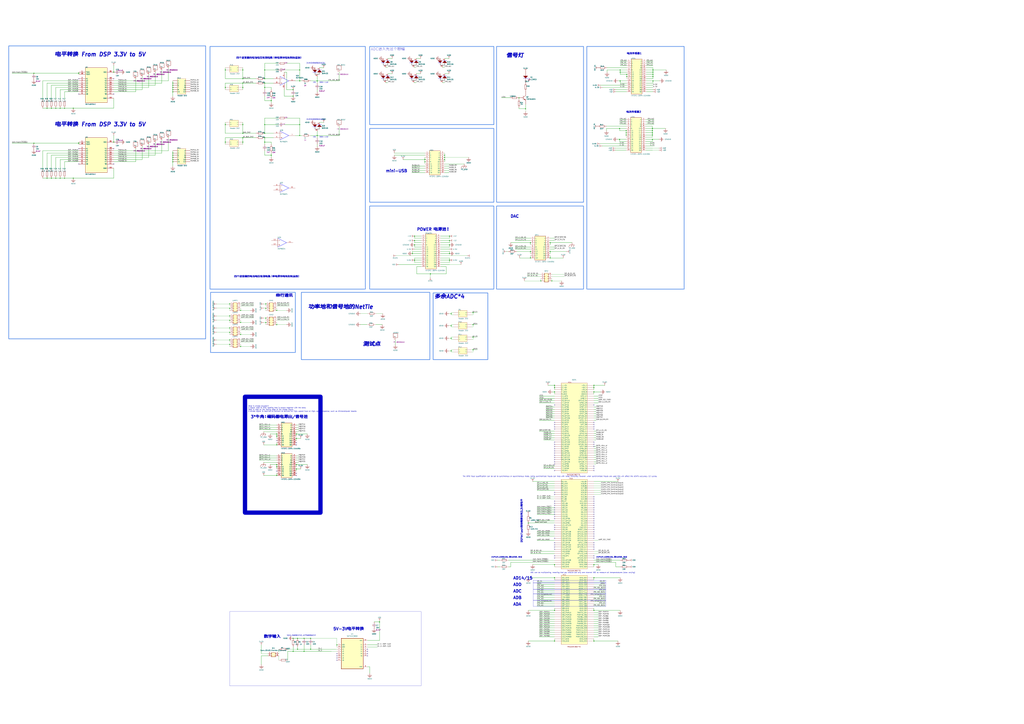
<source format=kicad_sch>
(kicad_sch (version 20230121) (generator eeschema)
  (paper "A0")
  (lib_symbols
    (symbol "1mmlab:SN74HC365D" (pin_names (offset 1.016))
      (property "Reference" "U" (at -12.7 18.78 0))
      (property "Value" "SN74HC365D" (at -12.7 -21.78 0))
      (symbol "SN74HC365D_0_0"
        (pin input line (at -17.78 10.16 0) (length 5.08) (name "~{OE1}") (number "1"))
        (pin input line (at -17.78 -2.54 0) (length 5.08) (name "A4") (number "10"))
        (pin output line (at 17.78 0 180) (length 5.08) (name "Y5") (number "11"))
        (pin input line (at -17.78 -5.08 0) (length 5.08) (name "A5") (number "12"))
        (pin output line (at 17.78 -2.54 180) (length 5.08) (name "Y6") (number "13"))
        (pin input line (at -17.78 -7.62 0) (length 5.08) (name "A6") (number "14"))
        (pin input line (at -17.78 7.62 0) (length 5.08) (name "~{OE2}") (number "15"))
        (pin power_in line (at 17.78 15.24 180) (length 5.08) (name "VCC") (number "16"))
        (pin input line (at -17.78 5.08 0) (length 5.08) (name "A1") (number "2"))
        (pin output line (at 17.78 10.16 180) (length 5.08) (name "Y1") (number "3"))
        (pin input line (at -17.78 2.54 0) (length 5.08) (name "A2") (number "4"))
        (pin output line (at 17.78 7.62 180) (length 5.08) (name "Y2") (number "5"))
        (pin input line (at -17.78 0 0) (length 5.08) (name "A3") (number "6"))
        (pin output line (at 17.78 5.08 180) (length 5.08) (name "Y3") (number "7"))
        (pin power_in line (at 17.78 -15.24 180) (length 5.08) (name "GND") (number "8"))
        (pin output line (at 17.78 2.54 180) (length 5.08) (name "Y4") (number "9"))
      )
    )
    (symbol "1mmlab:TMS320F28377D-BGA-Core"
      (property "Reference" "DSP" (at 0 0 0))
      (symbol "TMS320F28377D-BGA-Core_1_0"
        (text "P1A" (at 15.748 2.54 0) (effects (font (size 1.27 1.27)) (justify left bottom)))
        (text "P1B" (at 17.018 -109.22 0) (effects (font (size 1.27 1.27)) (justify left bottom)))
        (text "P1C" (at 9.398 -220.98 0) (effects (font (size 1.27 1.27)) (justify left bottom)))
        (text "TMS320F28377D" (at 13.97 -104.648 0) (effects (font (size 1.27 1.27)) (justify left bottom)))
        (text "TMS320F28377D" (at 14.478 -304.546 0) (effects (font (size 1.27 1.27)) (justify left bottom)))
        (text "TMS320F28377D" (at 14.478 -216.154 0) (effects (font (size 1.27 1.27)) (justify left bottom)))
        (pin passive line (at 0 0 0) (length 7.62) (name "1_+5V") (number "1"))
        (pin passive line (at 45.72 -10.16 180) (length 7.62) (name "GND10") (number "10"))
        (pin passive line (at 45.72 -134.62 180) (length 7.62) (name "A11_100") (number "100"))
        (pin passive line (at 0 -137.16 0) (length 7.62) (name "101_D6") (number "101"))
        (pin passive line (at 45.72 -137.16 180) (length 7.62) (name "A10_102") (number "102"))
        (pin passive line (at 0 -139.7 0) (length 7.62) (name "103_D5") (number "103"))
        (pin passive line (at 45.72 -139.7 180) (length 7.62) (name "A9_104") (number "104"))
        (pin passive line (at 0 -142.24 0) (length 7.62) (name "105_D4") (number "105"))
        (pin passive line (at 45.72 -142.24 180) (length 7.62) (name "A8_106") (number "106"))
        (pin passive line (at 0 -144.78 0) (length 7.62) (name "107_D3") (number "107"))
        (pin passive line (at 45.72 -144.78 180) (length 7.62) (name "A7_108") (number "108"))
        (pin passive line (at 0 -147.32 0) (length 7.62) (name "109_D2") (number "109"))
        (pin passive line (at 0 -12.7 0) (length 7.62) (name "11_GP3") (number "11"))
        (pin passive line (at 45.72 -147.32 180) (length 7.62) (name "A6_110") (number "110"))
        (pin passive line (at 0 -149.86 0) (length 7.62) (name "111_D1") (number "111"))
        (pin passive line (at 45.72 -149.86 180) (length 7.62) (name "A5_112") (number "112"))
        (pin passive line (at 0 -152.4 0) (length 7.62) (name "113_D0") (number "113"))
        (pin passive line (at 45.72 -152.4 180) (length 7.62) (name "A4_114") (number "114"))
        (pin passive line (at 0 -154.94 0) (length 7.62) (name "115_GP36") (number "115"))
        (pin passive line (at 45.72 -154.94 180) (length 7.62) (name "A3_116") (number "116"))
        (pin passive line (at 0 -157.48 0) (length 7.62) (name "117_GP137") (number "117"))
        (pin passive line (at 45.72 -157.48 180) (length 7.62) (name "A2_118") (number "118"))
        (pin passive line (at 0 -160.02 0) (length 7.62) (name "119_GP84") (number "119"))
        (pin passive line (at 45.72 -12.7 180) (length 7.62) (name "GP2_12") (number "12"))
        (pin passive line (at 45.72 -160.02 180) (length 7.62) (name "A1_120") (number "120"))
        (pin passive line (at 0 -162.56 0) (length 7.62) (name "121_GP125") (number "121"))
        (pin passive line (at 45.72 -162.56 180) (length 7.62) (name "A0_122") (number "122"))
        (pin passive line (at 0 -165.1 0) (length 7.62) (name "123_WE") (number "123"))
        (pin passive line (at 45.72 -165.1 180) (length 7.62) (name "CS2_124") (number "124"))
        (pin passive line (at 0 -167.64 0) (length 7.62) (name "125_RD") (number "125"))
        (pin passive line (at 45.72 -167.64 180) (length 7.62) (name "RESET_126") (number "126"))
        (pin passive line (at 0 -170.18 0) (length 7.62) (name "127_GP138") (number "127"))
        (pin passive line (at 45.72 -170.18 180) (length 7.62) (name "GP113_128") (number "128"))
        (pin passive line (at 0 -172.72 0) (length 7.62) (name "129_GP136") (number "129"))
        (pin passive line (at 0 -15.24 0) (length 7.62) (name "13_GP9") (number "13"))
        (pin passive line (at 45.72 -172.72 180) (length 7.62) (name "GP110_130") (number "130"))
        (pin passive line (at 0 -175.26 0) (length 7.62) (name "131_GP135") (number "131"))
        (pin passive line (at 45.72 -175.26 180) (length 7.62) (name "GP123_132") (number "132"))
        (pin passive line (at 0 -177.8 0) (length 7.62) (name "133_GP134") (number "133"))
        (pin passive line (at 45.72 -177.8 180) (length 7.62) (name "GP114_134") (number "134"))
        (pin passive line (at 0 -180.34 0) (length 7.62) (name "135_GP139") (number "135"))
        (pin passive line (at 45.72 -180.34 180) (length 7.62) (name "GP140_136") (number "136"))
        (pin passive line (at 0 -182.88 0) (length 7.62) (name "137_GP18") (number "137"))
        (pin passive line (at 45.72 -182.88 180) (length 7.62) (name "GP11_138") (number "138"))
        (pin passive line (at 0 -185.42 0) (length 7.62) (name "139_GP133") (number "139"))
        (pin passive line (at 45.72 -15.24 180) (length 7.62) (name "GP8_14") (number "14"))
        (pin passive line (at 45.72 -185.42 180) (length 7.62) (name "GP119_140") (number "140"))
        (pin passive line (at 0 -187.96 0) (length 7.62) (name "141_GP132") (number "141"))
        (pin passive line (at 45.72 -187.96 180) (length 7.62) (name "GP129_142") (number "142"))
        (pin passive line (at 0 -190.5 0) (length 7.62) (name "143_GP118") (number "143"))
        (pin passive line (at 45.72 -190.5 180) (length 7.62) (name "CS3_144") (number "144"))
        (pin passive line (at 0 -193.04 0) (length 7.62) (name "145_GP63") (number "145"))
        (pin passive line (at 45.72 -193.04 180) (length 7.62) (name "GP65_146") (number "146"))
        (pin passive line (at 0 -195.58 0) (length 7.62) (name "147_GP64") (number "147"))
        (pin passive line (at 45.72 -195.58 180) (length 7.62) (name "GP143_148") (number "148"))
        (pin passive line (at 0 -198.12 0) (length 7.62) (name "149_GP1") (number "149"))
        (pin passive line (at 0 -17.78 0) (length 7.62) (name "15_GP141") (number "15"))
        (pin passive line (at 45.72 -198.12 180) (length 7.62) (name "GP0_150") (number "150"))
        (pin passive line (at 0 -200.66 0) (length 7.62) (name "151") (number "151"))
        (pin passive line (at 45.72 -200.66 180) (length 7.62) (name "GP122_152") (number "152"))
        (pin passive line (at 0 -203.2 0) (length 7.62) (name "153_GP108") (number "153"))
        (pin passive line (at 45.72 -203.2 180) (length 7.62) (name "GP28_154") (number "154"))
        (pin passive line (at 0 -205.74 0) (length 7.62) (name "155_GP93") (number "155"))
        (pin passive line (at 45.72 -205.74 180) (length 7.62) (name "GP29_156") (number "156"))
        (pin passive line (at 0 -208.28 0) (length 7.62) (name "157_GND") (number "157"))
        (pin passive line (at 45.72 -208.28 180) (length 7.62) (name "GND_158") (number "158"))
        (pin passive line (at 0 -210.82 0) (length 7.62) (name "159_GND") (number "159"))
        (pin passive line (at 45.72 -17.78 180) (length 7.62) (name "GP142_16") (number "16"))
        (pin passive line (at 45.72 -210.82 180) (length 7.62) (name "GND_160") (number "160"))
        (pin passive line (at 0 -223.52 0) (length 7.62) (name "161_GND") (number "161"))
        (pin passive line (at 45.72 -223.52 180) (length 7.62) (name "GND_162") (number "162"))
        (pin passive line (at 0 -226.06 0) (length 7.62) (name "163_GND") (number "163"))
        (pin passive line (at 45.72 -226.06 180) (length 7.62) (name "GND_164") (number "164"))
        (pin passive line (at 0 -228.6 0) (length 7.62) (name "165_AD14") (number "165"))
        (pin passive line (at 45.72 -228.6 180) (length 7.62) (name "AD15_166") (number "166"))
        (pin passive line (at 0 -231.14 0) (length 7.62) (name "167_ADD4") (number "167"))
        (pin passive line (at 45.72 -231.14 180) (length 7.62) (name "ADD5_168") (number "168"))
        (pin passive line (at 0 -233.68 0) (length 7.62) (name "169_ADD2") (number "169"))
        (pin passive line (at 0 -20.32 0) (length 7.62) (name "17_GP19") (number "17"))
        (pin passive line (at 45.72 -233.68 180) (length 7.62) (name "ADD3_170") (number "170"))
        (pin passive line (at 0 -236.22 0) (length 7.62) (name "171_ADD1") (number "171"))
        (pin passive line (at 45.72 -236.22 180) (length 7.62) (name "ADD0_172") (number "172"))
        (pin passive line (at 0 -238.76 0) (length 7.62) (name "173_ADC5") (number "173"))
        (pin passive line (at 45.72 -238.76 180) (length 7.62) (name "ADC4_174") (number "174"))
        (pin passive line (at 0 -241.3 0) (length 7.62) (name "175_ADC3") (number "175"))
        (pin passive line (at 45.72 -241.3 180) (length 7.62) (name "ADC2_176") (number "176"))
        (pin passive line (at 0 -243.84 0) (length 7.62) (name "177_ADB5") (number "177"))
        (pin passive line (at 45.72 -243.84 180) (length 7.62) (name "ADB4_178") (number "178"))
        (pin passive line (at 0 -246.38 0) (length 7.62) (name "179_ADB3") (number "179"))
        (pin passive line (at 45.72 -20.32 180) (length 7.62) (name "GP62_18") (number "18"))
        (pin passive line (at 45.72 -246.38 180) (length 7.62) (name "ADB2_180") (number "180"))
        (pin passive line (at 0 -248.92 0) (length 7.62) (name "181_ADB1") (number "181"))
        (pin passive line (at 45.72 -248.92 180) (length 7.62) (name "ADB0_182") (number "182"))
        (pin passive line (at 0 -251.46 0) (length 7.62) (name "183_ADA5") (number "183"))
        (pin passive line (at 45.72 -251.46 180) (length 7.62) (name "ADA4_184") (number "184"))
        (pin passive line (at 0 -254 0) (length 7.62) (name "185_ADA3") (number "185"))
        (pin passive line (at 45.72 -254 180) (length 7.62) (name "ADA2_186") (number "186"))
        (pin passive line (at 0 -256.54 0) (length 7.62) (name "187_ADA1") (number "187"))
        (pin passive line (at 45.72 -256.54 180) (length 7.62) (name "ADA0_188") (number "188"))
        (pin passive line (at 0 -259.08 0) (length 7.62) (name "189_GND") (number "189"))
        (pin passive line (at 0 -22.86 0) (length 7.62) (name "19_GP16") (number "19"))
        (pin passive line (at 45.72 -259.08 180) (length 7.62) (name "GND_190") (number "190"))
        (pin passive line (at 0 -261.62 0) (length 7.62) (name "191_GND") (number "191"))
        (pin passive line (at 45.72 -261.62 180) (length 7.62) (name "GND_192") (number "192"))
        (pin passive line (at 0 -264.16 0) (length 7.62) (name "193_PWM1A") (number "193"))
        (pin passive line (at 45.72 -264.16 180) (length 7.62) (name "PWM7A_194") (number "194"))
        (pin passive line (at 0 -266.7 0) (length 7.62) (name "195_PWM1B") (number "195"))
        (pin passive line (at 45.72 -266.7 180) (length 7.62) (name "PWM7B_196") (number "196"))
        (pin passive line (at 0 -269.24 0) (length 7.62) (name "197_PWM2A") (number "197"))
        (pin passive line (at 45.72 -269.24 180) (length 7.62) (name "PWM8A_198") (number "198"))
        (pin passive line (at 0 -271.78 0) (length 7.62) (name "199_PWM2B") (number "199"))
        (pin passive line (at 45.72 0 180) (length 7.62) (name "+5V_2") (number "2"))
        (pin passive line (at 45.72 -22.86 180) (length 7.62) (name "GP10_20") (number "20"))
        (pin passive line (at 45.72 -271.78 180) (length 7.62) (name "PWM8B_200") (number "200"))
        (pin passive line (at 0 -274.32 0) (length 7.62) (name "201_PWM3A") (number "201"))
        (pin passive line (at 45.72 -274.32 180) (length 7.62) (name "PWM9A_202") (number "202"))
        (pin passive line (at 0 -276.86 0) (length 7.62) (name "203_PWM3B") (number "203"))
        (pin passive line (at 45.72 -276.86 180) (length 7.62) (name "PWM9B_204") (number "204"))
        (pin passive line (at 0 -279.4 0) (length 7.62) (name "205_PWM4A") (number "205"))
        (pin passive line (at 45.72 -279.4 180) (length 7.62) (name "PWM10A_206") (number "206"))
        (pin passive line (at 0 -281.94 0) (length 7.62) (name "207_PWM4B") (number "207"))
        (pin passive line (at 45.72 -281.94 180) (length 7.62) (name "PWM10B_208") (number "208"))
        (pin passive line (at 0 -284.48 0) (length 7.62) (name "209_PWM5A") (number "209"))
        (pin passive line (at 0 -25.4 0) (length 7.62) (name "21_GP96") (number "21"))
        (pin passive line (at 45.72 -284.48 180) (length 7.62) (name "PWM11A_210") (number "210"))
        (pin passive line (at 0 -287.02 0) (length 7.62) (name "211_PWM5B") (number "211"))
        (pin passive line (at 45.72 -287.02 180) (length 7.62) (name "PWM11B_212") (number "212"))
        (pin passive line (at 0 -289.56 0) (length 7.62) (name "213_PWM6A") (number "213"))
        (pin passive line (at 45.72 -289.56 180) (length 7.62) (name "PWM12A_214") (number "214"))
        (pin passive line (at 0 -292.1 0) (length 7.62) (name "215_PWM6B") (number "215"))
        (pin passive line (at 45.72 -292.1 180) (length 7.62) (name "PWM12B_216") (number "216"))
        (pin passive line (at 0 -294.64 0) (length 7.62) (name "217_GND") (number "217"))
        (pin passive line (at 45.72 -294.64 180) (length 7.62) (name "GND_218") (number "218"))
        (pin passive line (at 0 -297.18 0) (length 7.62) (name "219_GND") (number "219"))
        (pin passive line (at 45.72 -25.4 180) (length 7.62) (name "GP97_22") (number "22"))
        (pin passive line (at 45.72 -297.18 180) (length 7.62) (name "GND_220") (number "220"))
        (pin passive line (at 0 -27.94 0) (length 7.62) (name "23_GP98") (number "23"))
        (pin passive line (at 45.72 -27.94 180) (length 7.62) (name "GP99_24") (number "24"))
        (pin passive line (at 0 -30.48 0) (length 7.62) (name "25_GP24") (number "25"))
        (pin passive line (at 45.72 -30.48 180) (length 7.62) (name "GP25_26") (number "26"))
        (pin passive line (at 0 -33.02 0) (length 7.62) (name "27_GP26") (number "27"))
        (pin passive line (at 45.72 -33.02 180) (length 7.62) (name "GP27_28") (number "28"))
        (pin passive line (at 0 -35.56 0) (length 7.62) (name "29_GP104") (number "29"))
        (pin passive line (at 0 -2.54 0) (length 7.62) (name "3_+5V") (number "3"))
        (pin passive line (at 45.72 -35.56 180) (length 7.62) (name "GP105_30") (number "30"))
        (pin passive line (at 0 -38.1 0) (length 7.62) (name "31_GP106") (number "31"))
        (pin passive line (at 45.72 -38.1 180) (length 7.62) (name "GP107_32") (number "32"))
        (pin passive line (at 0 -40.64 0) (length 7.62) (name "33_GP20") (number "33"))
        (pin passive line (at 45.72 -40.64 180) (length 7.62) (name "GP21_34") (number "34"))
        (pin passive line (at 0 -43.18 0) (length 7.62) (name "35_GP22") (number "35"))
        (pin passive line (at 45.72 -43.18 180) (length 7.62) (name "GP23_36") (number "36"))
        (pin passive line (at 0 -45.72 0) (length 7.62) (name "37_GP5") (number "37"))
        (pin passive line (at 45.72 -45.72 180) (length 7.62) (name "GP7_38") (number "38"))
        (pin passive line (at 0 -48.26 0) (length 7.62) (name "39_GP12") (number "39"))
        (pin passive line (at 45.72 -2.54 180) (length 7.62) (name "+5V_4") (number "4"))
        (pin passive line (at 45.72 -48.26 180) (length 7.62) (name "GP13_40") (number "40"))
        (pin passive line (at 0 -50.8 0) (length 7.62) (name "41_GP14") (number "41"))
        (pin passive line (at 45.72 -50.8 180) (length 7.62) (name "GP15_42") (number "42"))
        (pin passive line (at 0 -53.34 0) (length 7.62) (name "43_GP61") (number "43"))
        (pin passive line (at 45.72 -53.34 180) (length 7.62) (name "GP60_44") (number "44"))
        (pin passive line (at 0 -55.88 0) (length 7.62) (name "45_GP43") (number "45"))
        (pin passive line (at 45.72 -55.88 180) (length 7.62) (name "GP42_46") (number "46"))
        (pin passive line (at 0 -58.42 0) (length 7.62) (name "47_GP120") (number "47"))
        (pin passive line (at 45.72 -58.42 180) (length 7.62) (name "GP112_48") (number "48"))
        (pin passive line (at 0 -60.96 0) (length 7.62) (name "49_GP53") (number "49"))
        (pin passive line (at 0 -5.08 0) (length 7.62) (name "5_+5V") (number "5"))
        (pin passive line (at 45.72 -60.96 180) (length 7.62) (name "GP114_50") (number "50"))
        (pin passive line (at 0 -63.5 0) (length 7.62) (name "51_GP121") (number "51"))
        (pin passive line (at 45.72 -63.5 180) (length 7.62) (name "GP111_52") (number "52"))
        (pin passive line (at 0 -66.04 0) (length 7.62) (name "53_GP100") (number "53"))
        (pin passive line (at 45.72 -66.04 180) (length 7.62) (name "GP103_54") (number "54"))
        (pin passive line (at 0 -68.58 0) (length 7.62) (name "55_GP102") (number "55"))
        (pin passive line (at 45.72 -68.58 180) (length 7.62) (name "GP101_56") (number "56"))
        (pin passive line (at 0 -71.12 0) (length 7.62) (name "57_GP30") (number "57"))
        (pin passive line (at 45.72 -71.12 180) (length 7.62) (name "GP17_58") (number "58"))
        (pin passive line (at 0 -73.66 0) (length 7.62) (name "59_GP57") (number "59"))
        (pin passive line (at 45.72 -5.08 180) (length 7.62) (name "+5V_6") (number "6"))
        (pin passive line (at 45.72 -73.66 180) (length 7.62) (name "GP94_60") (number "60"))
        (pin passive line (at 0 -76.2 0) (length 7.62) (name "61_GP66") (number "61"))
        (pin passive line (at 45.72 -76.2 180) (length 7.62) (name "GP68_62") (number "62"))
        (pin passive line (at 0 -78.74 0) (length 7.62) (name "63_GP131") (number "63"))
        (pin passive line (at 45.72 -78.74 180) (length 7.62) (name "GP67_64") (number "64"))
        (pin passive line (at 0 -81.28 0) (length 7.62) (name "65_GP116") (number "65"))
        (pin passive line (at 45.72 -81.28 180) (length 7.62) (name "GP32_66") (number "66"))
        (pin passive line (at 0 -83.82 0) (length 7.62) (name "67_GP127") (number "67"))
        (pin passive line (at 45.72 -83.82 180) (length 7.62) (name "GP115_68") (number "68"))
        (pin passive line (at 0 -86.36 0) (length 7.62) (name "69_GP128") (number "69"))
        (pin passive line (at 0 -7.62 0) (length 7.62) (name "7_GND") (number "7"))
        (pin passive line (at 45.72 -86.36 180) (length 7.62) (name "GP117_70") (number "70"))
        (pin passive line (at 0 -88.9 0) (length 7.62) (name "71_GP126") (number "71"))
        (pin passive line (at 45.72 -88.9 180) (length 7.62) (name "GP130_72") (number "72"))
        (pin passive line (at 0 -91.44 0) (length 7.62) (name "73_GP95") (number "73"))
        (pin passive line (at 45.72 -91.44 180) (length 7.62) (name "GP54_74") (number "74"))
        (pin passive line (at 0 -93.98 0) (length 7.62) (name "75_GP58") (number "75"))
        (pin passive line (at 45.72 -93.98 180) (length 7.62) (name "GP56_76") (number "76"))
        (pin passive line (at 0 -96.52 0) (length 7.62) (name "77_GP59") (number "77"))
        (pin passive line (at 45.72 -96.52 180) (length 7.62) (name "GP55_78") (number "78"))
        (pin passive line (at 0 -99.06 0) (length 7.62) (name "79_GP4") (number "79"))
        (pin passive line (at 45.72 -7.62 180) (length 7.62) (name "GND_8") (number "8"))
        (pin passive line (at 45.72 -99.06 180) (length 7.62) (name "GP6_80") (number "80"))
        (pin passive line (at 0 -111.76 0) (length 7.62) (name "81+5V") (number "81"))
        (pin passive line (at 45.72 -111.76 180) (length 7.62) (name "+5V_82") (number "82"))
        (pin passive line (at 0 -114.3 0) (length 7.62) (name "83_D15") (number "83"))
        (pin passive line (at 45.72 -114.3 180) (length 7.62) (name "A19_84") (number "84"))
        (pin passive line (at 0 -116.84 0) (length 7.62) (name "85_D14") (number "85"))
        (pin passive line (at 45.72 -116.84 180) (length 7.62) (name "A18_86") (number "86"))
        (pin passive line (at 0 -119.38 0) (length 7.62) (name "87_D13") (number "87"))
        (pin passive line (at 45.72 -119.38 180) (length 7.62) (name "A17_88") (number "88"))
        (pin passive line (at 0 -121.92 0) (length 7.62) (name "89_D12") (number "89"))
        (pin passive line (at 0 -10.16 0) (length 7.62) (name "9_GND") (number "9"))
        (pin passive line (at 45.72 -121.92 180) (length 7.62) (name "A16_90") (number "90"))
        (pin passive line (at 0 -124.46 0) (length 7.62) (name "91_D11") (number "91"))
        (pin passive line (at 45.72 -124.46 180) (length 7.62) (name "A15_92") (number "92"))
        (pin passive line (at 0 -127 0) (length 7.62) (name "93_D10") (number "93"))
        (pin passive line (at 45.72 -127 180) (length 7.62) (name "A14_94") (number "94"))
        (pin passive line (at 0 -129.54 0) (length 7.62) (name "95_D9") (number "95"))
        (pin passive line (at 45.72 -129.54 180) (length 7.62) (name "A13_96") (number "96"))
        (pin passive line (at 0 -132.08 0) (length 7.62) (name "97_D8") (number "97"))
        (pin passive line (at 45.72 -132.08 180) (length 7.62) (name "A12_98") (number "98"))
        (pin passive line (at 0 -134.62 0) (length 7.62) (name "99_D7") (number "99"))
      )
    )
    (symbol "Connector_Generic:Conn_02x02_Counter_Clockwise" (pin_names (offset 1.016) hide)
      (property "Reference" "J" (at 1.27 2.54 0))
      (property "Value" "Conn_02x02_Counter_Clockwise" (at 1.27 -5.08 0))
      (symbol "Conn_02x02_Counter_Clockwise_1_1"
        (pin passive line (at -5.08 0 0) (length 3.81) (name "Pin_1") (number "1"))
        (pin passive line (at -5.08 -2.54 0) (length 3.81) (name "Pin_2") (number "2"))
        (pin passive line (at 7.62 -2.54 180) (length 3.81) (name "Pin_3") (number "3"))
        (pin passive line (at 7.62 0 180) (length 3.81) (name "Pin_4") (number "4"))
      )
    )
    (symbol "Connector_Generic:Conn_02x04_Counter_Clockwise" (pin_names (offset 1.016) hide)
      (property "Reference" "J" (at 1.27 5.08 0))
      (property "Value" "Conn_02x04_Counter_Clockwise" (at 1.27 -7.62 0))
      (symbol "Conn_02x04_Counter_Clockwise_1_1"
        (pin passive line (at -5.08 2.54 0) (length 3.81) (name "Pin_1") (number "1"))
        (pin passive line (at -5.08 0 0) (length 3.81) (name "Pin_2") (number "2"))
        (pin passive line (at -5.08 -2.54 0) (length 3.81) (name "Pin_3") (number "3"))
        (pin passive line (at -5.08 -5.08 0) (length 3.81) (name "Pin_4") (number "4"))
        (pin passive line (at 7.62 -5.08 180) (length 3.81) (name "Pin_5") (number "5"))
        (pin passive line (at 7.62 -2.54 180) (length 3.81) (name "Pin_6") (number "6"))
        (pin passive line (at 7.62 0 180) (length 3.81) (name "Pin_7") (number "7"))
        (pin passive line (at 7.62 2.54 180) (length 3.81) (name "Pin_8") (number "8"))
      )
    )
    (symbol "sheet1-altium-import:+12" (power)
      (property "Reference" "#PWR" (at 0 0 0))
      (property "Value" "+12" (at 0 3.81 0))
      (symbol "+12_0_0"
        (pin power_in line (at 0 0 0) (length 0) hide (name "+12") (number ""))
      )
    )
    (symbol "sheet1-altium-import:-12" (power)
      (property "Reference" "#PWR" (at 0 0 0))
      (property "Value" "-12" (at 0 3.81 0))
      (symbol "-12_0_0"
        (pin power_in line (at 0 0 0) (length 0) hide (name "-12") (number ""))
      )
    )
    (symbol "sheet1-altium-import:12VGND" (power)
      (property "Reference" "#PWR" (at 0 0 0))
      (property "Value" "12VGND" (at 0 6.35 0))
      (symbol "12VGND_0_0"
        (pin power_in line (at 0 0 0) (length 0) hide (name "12VGND") (number ""))
      )
    )
    (symbol "sheet1-altium-import:A+5V" (power)
      (property "Reference" "#PWR" (at 0 0 0))
      (property "Value" "A+5V" (at 0 3.81 0))
      (symbol "A+5V_0_0"
        (pin power_in line (at 0 0 0) (length 0) hide (name "A+5V") (number ""))
      )
    )
    (symbol "sheet1-altium-import:A-5V" (power)
      (property "Reference" "#PWR" (at 0 0 0))
      (property "Value" "A-5V" (at 0 3.81 0))
      (symbol "A-5V_0_0"
        (pin power_in line (at 0 0 0) (length 0) hide (name "A-5V") (number ""))
      )
    )
    (symbol "sheet1-altium-import:AGND" (power)
      (property "Reference" "#PWR" (at 0 0 0))
      (property "Value" "AGND" (at 0 6.35 0))
      (symbol "AGND_0_0"
        (pin power_in line (at 0 0 0) (length 0) hide (name "AGND") (number ""))
      )
    )
    (symbol "sheet1-altium-import:AVDD" (power)
      (property "Reference" "#PWR" (at 0 0 0))
      (property "Value" "AVDD" (at 0 3.81 0))
      (symbol "AVDD_0_0"
        (pin power_in line (at 0 0 0) (length 0) hide (name "AVDD") (number ""))
      )
    )
    (symbol "sheet1-altium-import:D+5V" (power)
      (property "Reference" "#PWR" (at 0 0 0))
      (property "Value" "D+5V" (at 0 3.81 0))
      (symbol "D+5V_0_0"
        (pin power_in line (at 0 0 0) (length 0) hide (name "D+5V") (number ""))
      )
    )
    (symbol "sheet1-altium-import:D12V1" (power)
      (property "Reference" "#PWR" (at 0 0 0))
      (property "Value" "D12V1" (at 0 3.81 0))
      (symbol "D12V1_0_0"
        (pin power_in line (at 0 0 0) (length 0) hide (name "D12V1") (number ""))
      )
    )
    (symbol "sheet1-altium-import:PE_GND" (power)
      (property "Reference" "#PWR" (at 0 0 0))
      (property "Value" "PE_GND" (at 0 6.35 0))
      (symbol "PE_GND_0_0"
        (pin power_in line (at 0 0 0) (length 0) hide (name "PE_GND") (number ""))
      )
    )
    (symbol "sheet1-altium-import:REF_3V" (power)
      (property "Reference" "#PWR" (at 0 0 0))
      (property "Value" "REF_3V" (at 0 3.81 0))
      (symbol "REF_3V_0_0"
        (pin power_in line (at 0 0 0) (length 0) hide (name "REF_3V") (number ""))
      )
    )
    (symbol "sheet1-altium-import:VDD" (power)
      (property "Reference" "#PWR" (at 0 0 0))
      (property "Value" "VDD" (at 0 3.81 0))
      (symbol "VDD_0_0"
        (pin power_in line (at 0 0 0) (length 0) hide (name "VDD") (number ""))
      )
    )
    (symbol "sheet1-altium-import:root_0_Cap"
      (symbol "root_0_Cap_1_0"
        (pin passive line (at -2.54 -2.54 0) (length 2.54) (name "1") (number "1"))
        (pin passive line (at 5.08 -2.54 180) (length 2.54) (name "2") (number "2"))
      )
    )
    (symbol "sheet1-altium-import:root_0_HIF3FC-20PA-2.54DSA"
      (symbol "root_0_HIF3FC-20PA-2.54DSA_1_0"
        (pin passive line (at 0 0 0) (length 5.08) (name "1") (number "1"))
        (pin passive line (at 22.86 -10.16 180) (length 5.08) (name "10") (number "10"))
        (pin passive line (at 0 -12.7 0) (length 5.08) (name "11") (number "11"))
        (pin passive line (at 22.86 -12.7 180) (length 5.08) (name "12") (number "12"))
        (pin passive line (at 0 -15.24 0) (length 5.08) (name "13") (number "13"))
        (pin passive line (at 22.86 -15.24 180) (length 5.08) (name "14") (number "14"))
        (pin passive line (at 0 -17.78 0) (length 5.08) (name "15") (number "15"))
        (pin passive line (at 22.86 -17.78 180) (length 5.08) (name "16") (number "16"))
        (pin passive line (at 0 -20.32 0) (length 5.08) (name "17") (number "17"))
        (pin passive line (at 22.86 -20.32 180) (length 5.08) (name "18") (number "18"))
        (pin passive line (at 0 -22.86 0) (length 5.08) (name "19") (number "19"))
        (pin passive line (at 22.86 0 180) (length 5.08) (name "2") (number "2"))
        (pin passive line (at 22.86 -22.86 180) (length 5.08) (name "20") (number "20"))
        (pin passive line (at 0 -2.54 0) (length 5.08) (name "3") (number "3"))
        (pin passive line (at 22.86 -2.54 180) (length 5.08) (name "4") (number "4"))
        (pin passive line (at 0 -5.08 0) (length 5.08) (name "5") (number "5"))
        (pin passive line (at 22.86 -5.08 180) (length 5.08) (name "6") (number "6"))
        (pin passive line (at 0 -7.62 0) (length 5.08) (name "7") (number "7"))
        (pin passive line (at 22.86 -7.62 180) (length 5.08) (name "8") (number "8"))
        (pin passive line (at 0 -10.16 0) (length 5.08) (name "9") (number "9"))
      )
    )
    (symbol "sheet1-altium-import:root_0_HIF3FC-30PA-2.54DSA"
      (symbol "root_0_HIF3FC-30PA-2.54DSA_1_0"
        (pin passive line (at 0 0 0) (length 5.08) (name "1") (number "1"))
        (pin passive line (at 22.86 -10.16 180) (length 5.08) (name "10") (number "10"))
        (pin passive line (at 0 -12.7 0) (length 5.08) (name "11") (number "11"))
        (pin passive line (at 22.86 -12.7 180) (length 5.08) (name "12") (number "12"))
        (pin passive line (at 0 -15.24 0) (length 5.08) (name "13") (number "13"))
        (pin passive line (at 22.86 -15.24 180) (length 5.08) (name "14") (number "14"))
        (pin passive line (at 0 -17.78 0) (length 5.08) (name "15") (number "15"))
        (pin passive line (at 22.86 -17.78 180) (length 5.08) (name "16") (number "16"))
        (pin passive line (at 0 -20.32 0) (length 5.08) (name "17") (number "17"))
        (pin passive line (at 22.86 -20.32 180) (length 5.08) (name "18") (number "18"))
        (pin passive line (at 0 -22.86 0) (length 5.08) (name "19") (number "19"))
        (pin passive line (at 22.86 0 180) (length 5.08) (name "2") (number "2"))
        (pin passive line (at 22.86 -22.86 180) (length 5.08) (name "20") (number "20"))
        (pin passive line (at 0 -25.4 0) (length 5.08) (name "21") (number "21"))
        (pin passive line (at 22.86 -25.4 180) (length 5.08) (name "22") (number "22"))
        (pin passive line (at 0 -27.94 0) (length 5.08) (name "23") (number "23"))
        (pin passive line (at 22.86 -27.94 180) (length 5.08) (name "24") (number "24"))
        (pin passive line (at 0 -30.48 0) (length 5.08) (name "25") (number "25"))
        (pin passive line (at 22.86 -30.48 180) (length 5.08) (name "26") (number "26"))
        (pin passive line (at 0 -33.02 0) (length 5.08) (name "27") (number "27"))
        (pin passive line (at 22.86 -33.02 180) (length 5.08) (name "28") (number "28"))
        (pin passive line (at 0 -35.56 0) (length 5.08) (name "29") (number "29"))
        (pin passive line (at 0 -2.54 0) (length 5.08) (name "3") (number "3"))
        (pin passive line (at 22.86 -35.56 180) (length 5.08) (name "30") (number "30"))
        (pin passive line (at 22.86 -2.54 180) (length 5.08) (name "4") (number "4"))
        (pin passive line (at 0 -5.08 0) (length 5.08) (name "5") (number "5"))
        (pin passive line (at 22.86 -5.08 180) (length 5.08) (name "6") (number "6"))
        (pin passive line (at 0 -7.62 0) (length 5.08) (name "7") (number "7"))
        (pin passive line (at 22.86 -7.62 180) (length 5.08) (name "8") (number "8"))
        (pin passive line (at 0 -10.16 0) (length 5.08) (name "9") (number "9"))
      )
    )
    (symbol "sheet1-altium-import:root_0_Header 2X2"
      (symbol "root_0_Header 2X2_1_0"
        (pin passive line (at -5.08 -2.54 0) (length 5.08) (name "1") (number "1"))
        (pin passive line (at 15.24 -2.54 180) (length 5.08) (name "2") (number "2"))
        (pin passive line (at -5.08 -5.08 0) (length 5.08) (name "3") (number "3"))
        (pin passive line (at 15.24 -5.08 180) (length 5.08) (name "4") (number "4"))
      )
    )
    (symbol "sheet1-altium-import:root_0_Header 6X2"
      (symbol "root_0_Header 6X2_1_0"
        (pin passive line (at -5.08 -2.54 0) (length 5.08) (name "1") (number "1"))
        (pin passive line (at 15.24 -12.7 180) (length 5.08) (name "10") (number "10"))
        (pin passive line (at -5.08 -15.24 0) (length 5.08) (name "11") (number "11"))
        (pin passive line (at 15.24 -15.24 180) (length 5.08) (name "12") (number "12"))
        (pin passive line (at 15.24 -2.54 180) (length 5.08) (name "2") (number "2"))
        (pin passive line (at -5.08 -5.08 0) (length 5.08) (name "3") (number "3"))
        (pin passive line (at 15.24 -5.08 180) (length 5.08) (name "4") (number "4"))
        (pin passive line (at -5.08 -7.62 0) (length 5.08) (name "5") (number "5"))
        (pin passive line (at 15.24 -7.62 180) (length 5.08) (name "6") (number "6"))
        (pin passive line (at -5.08 -10.16 0) (length 5.08) (name "7") (number "7"))
        (pin passive line (at 15.24 -10.16 180) (length 5.08) (name "8") (number "8"))
        (pin passive line (at -5.08 -12.7 0) (length 5.08) (name "9") (number "9"))
      )
    )
    (symbol "sheet1-altium-import:root_0_MCP6024"
      (symbol "root_0_MCP6024_1_0"
        (pin passive line (at 17.78 -5.08 180) (length 7.62) (name "") (number "1"))
        (pin passive line (at 5.08 -15.24 90) (length 7.62) (name "") (number "11"))
        (pin passive line (at -7.62 -2.54 0) (length 7.62) (name "") (number "2"))
        (pin passive line (at -7.62 -7.62 0) (length 7.62) (name "") (number "3"))
        (pin passive line (at 5.08 5.08 270) (length 7.62) (name "") (number "4"))
      )
      (symbol "root_0_MCP6024_2_0"
        (pin passive line (at -7.62 -7.62 0) (length 7.62) (name "") (number "5"))
        (pin passive line (at -7.62 -2.54 0) (length 7.62) (name "") (number "6"))
        (pin passive line (at 17.78 -5.08 180) (length 7.62) (name "") (number "7"))
      )
      (symbol "root_0_MCP6024_3_0"
        (pin passive line (at -7.62 -7.62 0) (length 7.62) (name "") (number "10"))
        (pin passive line (at 17.78 -5.08 180) (length 7.62) (name "") (number "8"))
        (pin passive line (at -7.62 -2.54 0) (length 7.62) (name "") (number "9"))
      )
      (symbol "root_0_MCP6024_4_0"
        (pin passive line (at -7.62 -7.62 0) (length 7.62) (name "") (number "12"))
        (pin passive line (at -7.62 -2.54 0) (length 7.62) (name "") (number "13"))
        (pin passive line (at 17.78 -5.08 180) (length 7.62) (name "") (number "14"))
      )
    )
    (symbol "sheet1-altium-import:root_0_NPN"
      (symbol "root_0_NPN_1_0"
        (pin passive line (at -5.08 -2.54 0) (length 5.08) (name "B") (number "1"))
        (pin passive line (at 2.54 -10.16 90) (length 5.08) (name "E") (number "2"))
        (pin passive line (at 2.54 5.08 270) (length 5.08) (name "C") (number "3"))
      )
    )
    (symbol "sheet1-altium-import:root_0_Res2"
      (symbol "root_0_Res2_1_0"
        (pin passive line (at -2.54 -2.54 0) (length 2.54) (name "1") (number "1"))
        (pin passive line (at 7.62 -2.54 180) (length 2.54) (name "2") (number "2"))
      )
    )
    (symbol "sheet1-altium-import:root_0_SN74ABT541"
      (symbol "root_0_SN74ABT541_1_0"
        (pin input line (at -7.62 -5.08 0) (length 7.62) (name "*OE1") (number "1"))
        (pin power_in line (at 33.02 -35.56 180) (length 7.62) (name "GND") (number "10"))
        (pin output line (at 33.02 -30.48 180) (length 7.62) (name "Y8") (number "11"))
        (pin output line (at 33.02 -27.94 180) (length 7.62) (name "Y7") (number "12"))
        (pin output line (at 33.02 -25.4 180) (length 7.62) (name "Y6") (number "13"))
        (pin output line (at 33.02 -22.86 180) (length 7.62) (name "Y5") (number "14"))
        (pin output line (at 33.02 -20.32 180) (length 7.62) (name "Y4") (number "15"))
        (pin output line (at 33.02 -17.78 180) (length 7.62) (name "Y3") (number "16"))
        (pin output line (at 33.02 -15.24 180) (length 7.62) (name "Y2") (number "17"))
        (pin output line (at 33.02 -12.7 180) (length 7.62) (name "Y1") (number "18"))
        (pin input line (at -7.62 -7.62 0) (length 7.62) (name "*OE2") (number "19"))
        (pin input line (at -7.62 -12.7 0) (length 7.62) (name "A1") (number "2"))
        (pin power_in line (at 33.02 -5.08 180) (length 7.62) (name "VCC") (number "20"))
        (pin input line (at -7.62 -15.24 0) (length 7.62) (name "A2") (number "3"))
        (pin input line (at -7.62 -17.78 0) (length 7.62) (name "A3") (number "4"))
        (pin input line (at -7.62 -20.32 0) (length 7.62) (name "A4") (number "5"))
        (pin input line (at -7.62 -22.86 0) (length 7.62) (name "A5") (number "6"))
        (pin input line (at -7.62 -25.4 0) (length 7.62) (name "A6") (number "7"))
        (pin input line (at -7.62 -27.94 0) (length 7.62) (name "A7") (number "8"))
        (pin input line (at -7.62 -30.48 0) (length 7.62) (name "A8") (number "9"))
      )
    )
    (symbol "sheet1-altium-import:root_1_BAR43S"
      (symbol "root_1_BAR43S_1_0"
        (pin passive line (at 0 7.62 270) (length 2.54) (name "") (number "1"))
        (pin passive line (at 5.08 7.62 270) (length 2.54) (name "") (number "2"))
        (pin passive line (at 2.54 -2.54 90) (length 2.54) (name "") (number "3"))
      )
    )
    (symbol "sheet1-altium-import:root_1_Cap"
      (symbol "root_1_Cap_1_0"
        (pin passive line (at 2.54 -2.54 90) (length 2.54) (name "1") (number "1"))
        (pin passive line (at 2.54 5.08 270) (length 2.54) (name "2") (number "2"))
      )
    )
    (symbol "sheet1-altium-import:root_1_Res2"
      (symbol "root_1_Res2_1_0"
        (pin passive line (at 2.54 -2.54 90) (length 2.54) (name "1") (number "1"))
        (pin passive line (at 2.54 7.62 270) (length 2.54) (name "2") (number "2"))
      )
    )
    (symbol "sheet1-altium-import:root_1_TP-黄色测试点"
      (symbol "root_1_TP-黄色测试点_1_0"
        (pin passive line (at 0 -5.08 90) (length 2.54) (name "1") (number "1"))
      )
    )
    (symbol "sheet1-altium-import:root_2_Res2"
      (symbol "root_2_Res2_1_0"
        (pin passive line (at 2.54 2.54 180) (length 2.54) (name "1") (number "1"))
        (pin passive line (at -7.62 2.54 0) (length 2.54) (name "2") (number "2"))
      )
    )
    (symbol "sheet1-altium-import:root_3_Cap"
      (symbol "root_3_Cap_1_0"
        (pin passive line (at -2.54 2.54 270) (length 2.54) (name "1") (number "1"))
        (pin passive line (at -2.54 -5.08 90) (length 2.54) (name "2") (number "2"))
      )
    )
    (symbol "sheet1-altium-import:root_3_LED0"
      (symbol "root_3_LED0_1_0"
        (pin passive line (at -2.54 5.08 270) (length 5.08) (name "A") (number "1"))
        (pin passive line (at -2.54 -7.62 90) (length 5.08) (name "K") (number "2"))
      )
    )
    (symbol "sheet1-altium-import:root_3_Res2"
      (symbol "root_3_Res2_1_0"
        (pin passive line (at -2.54 2.54 270) (length 2.54) (name "1") (number "1"))
        (pin passive line (at -2.54 -7.62 90) (length 2.54) (name "2") (number "2"))
      )
    )
  )
  (junction (at 758.19 88.9))
  (junction (at 643.89 455.295))
  (junction (at 549.275 377.19))
  (junction (at 549.275 391.795))
  (junction (at 200.66 177.8))
  (junction (at 440.69 722.63))
  (junction (at 689.61 450.215))
  (junction (at 340.36 104.14))
  (junction (at 64.77 207.01))
  (junction (at 200.66 180.34))
  (junction (at 307.34 81.28))
  (junction (at 638.81 292.1))
  (junction (at 499.745 318.135))
  (junction (at 727.075 154.305))
  (junction (at 353.06 741.68))
  (junction (at 347.98 157.48))
  (junction (at 758.19 83.82))
  (junction (at 266.7 381))
  (junction (at 344.17 539.75))
  (junction (at 481.33 284.48))
  (junction (at 689.61 655.955))
  (junction (at 391.16 749.3))
  (junction (at 261.62 81.28))
  (junction (at 340.36 741.68))
  (junction (at 281.94 165.1))
  (junction (at 615.95 292.1))
  (junction (at 610.235 126.365))
  (junction (at 523.875 378.46))
  (junction (at 308.61 369.57))
  (junction (at 360.68 741.68))
  (junction (at 74.93 207.01))
  (junction (at 266.7 367.03))
  (junction (at 266.7 400.05))
  (junction (at 640.715 326.39))
  (junction (at 720.09 81.28))
  (junction (at 758.19 86.36))
  (junction (at 345.44 754.38))
  (junction (at 368.3 157.48))
  (junction (at 307.34 101.6))
  (junction (at 481.33 302.26))
  (junction (at 344.17 504.19))
  (junction (at 279.4 374.65))
  (junction (at 758.19 93.98))
  (junction (at 200.66 106.68))
  (junction (at 321.31 516.89))
  (junction (at 200.66 101.6))
  (junction (at 638.81 299.72))
  (junction (at 281.94 101.6))
  (junction (at 281.94 160.02))
  (junction (at 74.93 125.73))
  (junction (at 279.4 388.62))
  (junction (at 266.7 394.97))
  (junction (at 757.555 149.225))
  (junction (at 307.34 154.94))
  (junction (at 727.075 151.765))
  (junction (at 91.44 166.37))
  (junction (at 360.68 754.38))
  (junction (at 347.98 81.28))
  (junction (at 69.85 125.73))
  (junction (at 281.94 81.28))
  (junction (at 266.7 386.08))
  (junction (at 720.09 83.82))
  (junction (at 307.34 96.52))
  (junction (at 523.875 393.065))
  (junction (at 549.275 363.22))
  (junction (at 281.94 96.52))
  (junction (at 54.61 125.73))
  (junction (at 638.81 281.94))
  (junction (at 613.41 607.695))
  (junction (at 281.94 154.94))
  (junction (at 689.61 447.675))
  (junction (at 321.31 506.73))
  (junction (at 266.7 353.06))
  (junction (at 727.71 88.9))
  (junction (at 308.61 358.14))
  (junction (at 64.77 125.73))
  (junction (at 266.7 358.14))
  (junction (at 308.61 353.06))
  (junction (at 340.36 111.76))
  (junction (at 643.89 709.295))
  (junction (at 757.555 151.765))
  (junction (at 321.31 542.29))
  (junction (at 59.69 125.73))
  (junction (at 281.94 91.44))
  (junction (at 615.95 281.94))
  (junction (at 521.97 274.32))
  (junction (at 307.34 144.78))
  (junction (at 719.455 149.225))
  (junction (at 200.66 99.06))
  (junction (at 314.96 180.34))
  (junction (at 321.31 552.45))
  (junction (at 132.08 83.82))
  (junction (at 521.97 302.26))
  (junction (at 758.19 81.28))
  (junction (at 39.37 166.37))
  (junction (at 39.37 85.09))
  (junction (at 643.89 671.195))
  (junction (at 200.66 182.88))
  (junction (at 720.09 93.98))
  (junction (at 602.615 113.665))
  (junction (at 481.33 279.4))
  (junction (at 279.4 402.59))
  (junction (at 200.66 187.96))
  (junction (at 200.66 96.52))
  (junction (at 85.09 207.01))
  (junction (at 261.62 165.1))
  (junction (at 200.66 185.42))
  (junction (at 727.075 156.845))
  (junction (at 643.89 450.215))
  (junction (at 307.34 160.02))
  (junction (at 54.61 207.01))
  (junction (at 321.31 539.75))
  (junction (at 493.395 187.96))
  (junction (at 307.34 165.1))
  (junction (at 516.255 185.42))
  (junction (at 279.4 360.68))
  (junction (at 308.61 374.65))
  (junction (at 353.06 756.92))
  (junction (at 347.98 93.98))
  (junction (at 689.61 709.295))
  (junction (at 689.61 671.195))
  (junction (at 321.31 360.68))
  (junction (at 643.89 744.855))
  (junction (at 719.455 161.925))
  (junction (at 368.3 93.98))
  (junction (at 347.98 144.78))
  (junction (at 91.44 85.09))
  (junction (at 757.555 161.925))
  (junction (at 321.31 377.19))
  (junction (at 757.555 156.845))
  (junction (at 549.275 406.4))
  (junction (at 261.62 144.78))
  (junction (at 314.96 116.84))
  (junction (at 59.69 207.01))
  (junction (at 643.89 655.955))
  (junction (at 478.79 294.64))
  (junction (at 344.17 544.83))
  (junction (at 628.015 326.39))
  (junction (at 523.875 364.49))
  (junction (at 345.44 741.68))
  (junction (at 85.09 125.73))
  (junction (at 516.255 180.34))
  (junction (at 340.36 756.92))
  (junction (at 757.555 154.305))
  (junction (at 689.61 455.295))
  (junction (at 321.31 504.19))
  (junction (at 200.66 104.14))
  (junction (at 516.255 182.88))
  (junction (at 261.62 101.6))
  (junction (at 493.395 185.42))
  (junction (at 521.97 279.4))
  (junction (at 615.95 299.72))
  (junction (at 132.08 165.1))
  (junction (at 69.85 207.01))
  (junction (at 266.7 372.11))
  (junction (at 344.17 509.27))
  (junction (at 643.89 447.675))
  (junction (at 281.94 144.78))
  (junction (at 727.71 86.36))
  (junction (at 307.34 91.44))
  (junction (at 481.33 274.32))
  (junction (at 521.97 294.64))
  (junction (at 689.61 744.855))
  (junction (at 521.97 284.48))
  (junction (at 523.875 407.67))
  (no_connect (at 643.89 589.915))
  (no_connect (at 132.08 172.72))
  (no_connect (at 344.17 549.91))
  (no_connect (at 643.89 523.875))
  (no_connect (at 643.89 493.395))
  (no_connect (at 643.89 490.855))
  (no_connect (at 643.89 531.495))
  (no_connect (at 426.72 754.38))
  (no_connect (at 643.89 633.095))
  (no_connect (at 689.61 587.375))
  (no_connect (at 689.61 648.335))
  (no_connect (at 689.61 617.855))
  (no_connect (at 391.16 764.54))
  (no_connect (at 689.61 622.935))
  (no_connect (at 643.89 648.335))
  (no_connect (at 689.61 607.695))
  (no_connect (at 689.61 610.235))
  (no_connect (at 91.44 172.72))
  (no_connect (at 643.89 600.075))
  (no_connect (at 689.61 589.915))
  (no_connect (at 689.61 498.475))
  (no_connect (at 643.89 516.255))
  (no_connect (at 91.44 91.44))
  (no_connect (at 321.31 547.37))
  (no_connect (at 689.61 577.215))
  (no_connect (at 426.72 762))
  (no_connect (at 689.61 546.735))
  (no_connect (at 344.17 552.45))
  (no_connect (at 689.61 635.635))
  (no_connect (at 689.61 620.395))
  (no_connect (at 643.89 630.555))
  (no_connect (at 643.89 534.035))
  (no_connect (at 643.89 526.415))
  (no_connect (at 689.61 602.615))
  (no_connect (at 643.89 584.835))
  (no_connect (at 643.89 602.615))
  (no_connect (at 643.89 587.375))
  (no_connect (at 132.08 109.22))
  (no_connect (at 689.61 513.715))
  (no_connect (at 321.31 511.81))
  (no_connect (at 689.61 600.075))
  (no_connect (at 689.61 495.935))
  (no_connect (at 643.89 638.175))
  (no_connect (at 689.61 612.775))
  (no_connect (at 391.16 759.46))
  (no_connect (at 643.89 518.795))
  (no_connect (at 689.61 615.315))
  (no_connect (at 91.44 190.5))
  (no_connect (at 643.89 498.475))
  (no_connect (at 689.61 594.995))
  (no_connect (at 391.16 767.08))
  (no_connect (at 426.72 756.92))
  (no_connect (at 643.89 610.235))
  (no_connect (at 643.89 572.135))
  (no_connect (at 426.72 759.46))
  (no_connect (at 689.61 579.755))
  (no_connect (at 643.89 625.475))
  (no_connect (at 643.89 597.535))
  (no_connect (at 643.89 539.115))
  (no_connect (at 391.16 762))
  (no_connect (at 689.61 470.535))
  (no_connect (at 689.61 584.835))
  (no_connect (at 689.61 597.535))
  (no_connect (at 643.89 582.295))
  (no_connect (at 689.61 645.795))
  (no_connect (at 643.89 536.575))
  (no_connect (at 91.44 109.22))
  (no_connect (at 132.08 91.44))
  (no_connect (at 643.89 495.935))
  (no_connect (at 643.89 470.535))
  (no_connect (at 689.61 605.155))
  (no_connect (at 643.89 615.315))
  (no_connect (at 689.61 541.655))
  (no_connect (at 132.08 190.5))
  (no_connect (at 689.61 625.475))
  (no_connect (at 643.89 546.735))
  (no_connect (at 643.89 612.775))
  (no_connect (at 689.61 493.395))
  (no_connect (at 689.61 490.855))
  (no_connect (at 689.61 582.295))
  (no_connect (at 689.61 544.195))
  (no_connect (at 643.89 513.715))
  (no_connect (at 689.61 630.555))
  (no_connect (at 689.61 638.175))
  (no_connect (at 344.17 516.89))
  (no_connect (at 643.89 592.455))
  (no_connect (at 689.61 518.795))
  (no_connect (at 643.89 594.995))
  (no_connect (at 643.89 574.675))
  (no_connect (at 643.89 645.795))
  (no_connect (at 643.89 635.635))
  (no_connect (at 643.89 528.955))
  (no_connect (at 689.61 516.255))
  (no_connect (at 344.17 514.35))
  (no_connect (at 689.61 633.095))
  (no_connect (at 689.61 592.455))
  (no_connect (at 643.89 521.335))
  (wire (pts (xy 308.61 353.06) (xy 308.61 355.6)))
  (wire (pts (xy 511.81 281.94) (xy 521.97 281.94)) (stroke (width 0.254)))
  (wire (pts (xy 758.19 106.68) (xy 750.57 106.68)) (stroke (width 0.254)))
  (wire (pts (xy 643.89 589.915) (xy 623.57 589.915)) (stroke (width 0.254)))
  (wire (pts (xy 499.745 322.58) (xy 499.745 320.04)))
  (wire (pts (xy 750.57 81.28) (xy 758.19 81.28)) (stroke (width 0.254)))
  (wire (pts (xy 360.68 749.3) (xy 360.68 754.38)) (stroke (width 0.254)))
  (wire (pts (xy 49.53 175.26) (xy 49.53 196.85)) (stroke (width 0.254)))
  (wire (pts (xy 91.44 96.52) (xy 54.61 96.52)) (stroke (width 0.254)))
  (wire (pts (xy 353.06 756.92) (xy 384.81 756.92)) (stroke (width 0.254)))
  (wire (pts (xy 593.09 653.415) (xy 618.49 653.415)) (stroke (width 0.254)))
  (wire (pts (xy 483.235 85.725) (xy 488.315 85.725)) (stroke (width 0.254)))
  (wire (pts (xy 692.15 506.095) (xy 689.61 506.095)) (stroke (width 0.254)))
  (wire (pts (xy 715.01 104.14) (xy 727.71 104.14)) (stroke (width 0.254)))
  (wire (pts (xy 346.71 529.59) (xy 344.17 529.59)) (stroke (width 0.254)))
  (wire (pts (xy 626.11 460.375) (xy 643.89 460.375)) (stroke (width 0.254)))
  (wire (pts (xy 261.62 81.28) (xy 261.62 91.44)) (stroke (width 0.254)))
  (wire (pts (xy 598.17 287.02) (xy 615.95 287.02)) (stroke (width 0.254)))
  (wire (pts (xy 478.79 294.64) (xy 478.79 292.1)) (stroke (width 0.254)))
  (wire (pts (xy 727.075 154.305) (xy 727.075 156.845)))
  (wire (pts (xy 694.69 462.915) (xy 689.61 462.915)) (stroke (width 0.254)))
  (wire (pts (xy 750.57 96.52) (xy 758.19 96.52)) (stroke (width 0.254)))
  (wire (pts (xy 165.1 185.42) (xy 165.1 170.18)) (stroke (width 0.254)))
  (wire (pts (xy 488.95 281.94) (xy 481.33 281.94)) (stroke (width 0.254)))
  (wire (pts (xy 757.555 161.925) (xy 749.935 161.925)) (stroke (width 0.254)))
  (wire (pts (xy 59.69 207.01) (xy 64.77 207.01)) (stroke (width 0.254)))
  (wire (pts (xy 39.37 166.37) (xy 13.97 166.37)) (stroke (width 0.254)))
  (wire (pts (xy 547.37 363.22) (xy 549.275 363.22)))
  (wire (pts (xy 697.865 567.055) (xy 689.61 567.055)))
  (wire (pts (xy 481.33 284.48) (xy 488.95 284.48)) (stroke (width 0.254)))
  (wire (pts (xy 321.31 353.06) (xy 335.915 353.06)))
  (wire (pts (xy 308.61 358.14) (xy 308.61 360.68)))
  (wire (pts (xy 623.57 701.675) (xy 643.89 701.675)) (stroke (width 0.254)))
  (wire (pts (xy 368.3 104.14) (xy 368.3 106.68)) (stroke (width 0.254)))
  (wire (pts (xy 347.98 157.48) (xy 347.98 144.78)) (stroke (width 0.254)))
  (wire (pts (xy 643.89 559.435) (xy 618.49 559.435)) (stroke (width 0.254)))
  (wire (pts (xy 266.7 386.08) (xy 266.7 388.62)))
  (wire (pts (xy 758.19 81.28) (xy 773.43 81.28)) (stroke (width 0.254)))
  (wire (pts (xy 704.215 149.225) (xy 704.215 151.765)) (stroke (width 0.254)))
  (wire (pts (xy 478.155 200.66) (xy 493.395 200.66)) (stroke (width 0.254)))
  (wire (pts (xy 692.15 501.015) (xy 689.61 501.015)) (stroke (width 0.254)))
  (wire (pts (xy 527.05 377.19) (xy 523.875 377.19)))
  (wire (pts (xy 307.34 137.16) (xy 307.34 144.78)) (stroke (width 0.254)))
  (wire (pts (xy 426.72 751.84) (xy 438.15 751.84)) (stroke (width 0.254)))
  (wire (pts (xy 694.69 729.615) (xy 689.61 729.615)) (stroke (width 0.254)))
  (wire (pts (xy 626.11 724.535) (xy 643.89 724.535)) (stroke (width 0.254)))
  (wire (pts (xy 91.44 175.26) (xy 49.53 175.26)) (stroke (width 0.254)))
  (wire (pts (xy 200.66 177.8) (xy 200.66 180.34)) (stroke (width 0.254)))
  (wire (pts (xy 720.09 81.28) (xy 704.85 81.28)) (stroke (width 0.254)))
  (wire (pts (xy 418.465 364.49) (xy 426.72 364.49)))
  (wire (pts (xy 450.215 85.725) (xy 455.295 85.725)) (stroke (width 0.254)))
  (wire (pts (xy 757.555 172.085) (xy 749.935 172.085)) (stroke (width 0.254)))
  (wire (pts (xy 697.865 569.595) (xy 689.61 569.595)))
  (wire (pts (xy 200.66 175.26) (xy 200.66 177.8)) (stroke (width 0.254)))
  (wire (pts (xy 694.69 719.455) (xy 689.61 719.455)) (stroke (width 0.254)))
  (wire (pts (xy 488.95 304.8) (xy 481.33 304.8)) (stroke (width 0.254)))
  (wire (pts (xy 615.95 297.18) (xy 615.95 299.72)) (stroke (width 0.254)))
  (wire (pts (xy 689.61 653.415) (xy 715.01 653.415)) (stroke (width 0.254)))
  (wire (pts (xy 303.53 762) (xy 311.15 762)) (stroke (width 0.254)))
  (wire (pts (xy 549.275 406.4) (xy 554.355 406.4)))
  (wire (pts (xy 714.375 172.085) (xy 727.075 172.085)) (stroke (width 0.254)))
  (wire (pts (xy 643.89 706.755) (xy 643.89 709.295)) (stroke (width 0.254)))
  (wire (pts (xy 727.71 71.12) (xy 720.09 71.12)) (stroke (width 0.254)))
  (wire (pts (xy 368.3 157.48) (xy 368.3 160.02)) (stroke (width 0.254)))
  (wire (pts (xy 344.17 504.19) (xy 356.87 504.19)) (stroke (width 0.254)))
  (wire (pts (xy 758.19 91.44) (xy 758.19 88.9)) (stroke (width 0.254)))
  (wire (pts (xy 483.235 67.945) (xy 488.315 67.945)) (stroke (width 0.254)))
  (wire (pts (xy 657.86 292.1) (xy 638.81 292.1)) (stroke (width 0.254)))
  (wire (pts (xy 488.95 297.18) (xy 459.74 297.18)))
  (wire (pts (xy 330.2 111.76) (xy 340.36 111.76)) (stroke (width 0.254)))
  (wire (pts (xy 593.09 658.495) (xy 593.09 653.415)) (stroke (width 0.254)))
  (wire (pts (xy 523.875 394.335) (xy 523.875 393.065)))
  (wire (pts (xy 623.57 696.595) (xy 643.89 696.595)) (stroke (width 0.254)))
  (wire (pts (xy 626.11 734.695) (xy 643.89 734.695)) (stroke (width 0.254)))
  (wire (pts (xy 749.935 149.225) (xy 757.555 149.225)) (stroke (width 0.254)))
  (wire (pts (xy 623.57 678.815) (xy 643.89 678.815)) (stroke (width 0.254)))
  (wire (pts (xy 59.69 180.34) (xy 59.69 196.85)) (stroke (width 0.254)))
  (wire (pts (xy 523.875 378.46) (xy 521.335 378.46)))
  (wire (pts (xy 689.61 701.675) (xy 702.945 701.675)))
  (wire (pts (xy 307.34 96.52) (xy 317.5 96.52)) (stroke (width 0.254)))
  (wire (pts (xy 314.96 104.14) (xy 314.96 101.6)) (stroke (width 0.254)))
  (wire (pts (xy 615.95 640.715) (xy 643.89 640.715)) (stroke (width 0.254)))
  (wire (pts (xy 692.15 531.495) (xy 689.61 531.495)) (stroke (width 0.254)))
  (wire (pts (xy 281.94 81.28) (xy 281.94 91.44)) (stroke (width 0.254)))
  (wire (pts (xy 523.875 377.19) (xy 523.875 378.46)))
  (wire (pts (xy 750.57 99.06) (xy 758.19 99.06)) (stroke (width 0.254)))
  (wire (pts (xy 643.89 501.015) (xy 626.11 501.015)) (stroke (width 0.254)))
  (wire (pts (xy 279.4 367.03) (xy 294.64 367.03)))
  (wire (pts (xy 317.5 154.94) (xy 307.34 154.94)) (stroke (width 0.254)))
  (wire (pts (xy 689.61 691.515) (xy 702.945 691.515)))
  (wire (pts (xy 643.89 457.835) (xy 643.89 455.295)) (stroke (width 0.254)))
  (wire (pts (xy 347.98 93.98) (xy 350.52 93.98)) (stroke (width 0.254)))
  (wire (pts (xy 626.11 721.995) (xy 643.89 721.995)) (stroke (width 0.254)))
  (wire (pts (xy 692.15 503.555) (xy 689.61 503.555)) (stroke (width 0.254)))
  (wire (pts (xy 266.7 367.03) (xy 266.7 369.57)))
  (wire (pts (xy 85.09 207.01) (xy 132.08 207.01)) (stroke (width 0.254)))
  (wire (pts (xy 481.33 289.56) (xy 488.95 289.56)) (stroke (width 0.254)))
  (wire (pts (xy 321.31 552.45) (xy 306.07 552.45)) (stroke (width 0.254)))
  (wire (pts (xy 547.37 394.335) (xy 549.275 394.335)))
  (wire (pts (xy 39.37 85.09) (xy 13.97 85.09)) (stroke (width 0.254)))
  (wire (pts (xy 547.37 391.795) (xy 549.275 391.795)))
  (wire (pts (xy 321.31 549.91) (xy 321.31 552.45)) (stroke (width 0.254)))
  (wire (pts (xy 391.16 751.84) (xy 391.16 749.3)))
  (wire (pts (xy 157.48 106.68) (xy 157.48 91.44)) (stroke (width 0.254)))
  (wire (pts (xy 368.3 157.48) (xy 368.3 152.4)) (stroke (width 0.254)))
  (wire (pts (xy 340.36 751.84) (xy 340.36 756.92)) (stroke (width 0.254)))
  (wire (pts (xy 332.74 360.68) (xy 321.31 360.68)))
  (wire (pts (xy 200.66 93.98) (xy 200.66 96.52)) (stroke (width 0.254)))
  (wire (pts (xy 523.875 407.67) (xy 521.335 407.67)))
  (wire (pts (xy 340.36 741.68) (xy 345.44 741.68)) (stroke (width 0.254)))
  (wire (pts (xy 200.66 185.42) (xy 200.66 187.96)) (stroke (width 0.254)))
  (wire (pts (xy 321.31 534.67) (xy 300.99 534.67)) (stroke (width 0.254)))
  (wire (pts (xy 692.15 526.415) (xy 689.61 526.415)) (stroke (width 0.254)))
  (wire (pts (xy 195.58 160.02) (xy 195.58 175.26)) (stroke (width 0.254)))
  (wire (pts (xy 321.31 369.57) (xy 335.915 369.57)))
  (wire (pts (xy 322.58 137.16) (xy 307.34 137.16)) (stroke (width 0.254)))
  (wire (pts (xy 91.44 86.36) (xy 91.44 85.09)) (stroke (width 0.254)))
  (wire (pts (xy 391.16 749.3) (xy 391.16 741.68)))
  (wire (pts (xy 757.555 164.465) (xy 757.555 161.925)) (stroke (width 0.254)))
  (wire (pts (xy 750.57 88.9) (xy 758.19 88.9)) (stroke (width 0.254)))
  (wire (pts (xy 279.4 355.6) (xy 294.64 355.6)))
  (wire (pts (xy 157.48 187.96) (xy 157.48 172.72)) (stroke (width 0.254)))
  (wire (pts (xy 643.89 561.975) (xy 623.57 561.975)) (stroke (width 0.254)))
  (wire (pts (xy 694.69 714.375) (xy 689.61 714.375)) (stroke (width 0.254)))
  (wire (pts (xy 694.69 724.535) (xy 689.61 724.535)) (stroke (width 0.254)))
  (wire (pts (xy 91.44 99.06) (xy 59.69 99.06)) (stroke (width 0.254)))
  (wire (pts (xy 436.245 377.19) (xy 443.865 377.19)) (stroke (width 0.254)))
  (wire (pts (xy 281.94 154.94) (xy 297.18 154.94)) (stroke (width 0.254)))
  (wire (pts (xy 615.95 284.48) (xy 615.95 281.94)) (stroke (width 0.254)))
  (wire (pts (xy 689.61 673.735) (xy 689.61 671.195)) (stroke (width 0.254)))
  (wire (pts (xy 279.4 358.14) (xy 279.4 360.68)))
  (wire (pts (xy 74.93 187.96) (xy 74.93 196.85)) (stroke (width 0.254)))
  (wire (pts (xy 172.72 182.88) (xy 172.72 167.64)) (stroke (width 0.254)))
  (wire (pts (xy 251.46 353.06) (xy 266.7 353.06)))
  (wire (pts (xy 719.455 164.465) (xy 719.455 161.925)) (stroke (width 0.254)))
  (wire (pts (xy 727.075 146.685) (xy 704.215 146.685)) (stroke (width 0.254)))
  (wire (pts (xy 429.26 774.7) (xy 429.26 782.32)) (stroke (width 0.254)))
  (wire (pts (xy 91.44 101.6) (xy 64.77 101.6)) (stroke (width 0.254)))
  (wire (pts (xy 195.58 93.98) (xy 132.08 93.98)) (stroke (width 0.254)))
  (wire (pts (xy 483.87 309.88) (xy 488.95 309.88)) (stroke (width 0.254)))
  (wire (pts (xy 527.05 408.94) (xy 523.875 408.94)))
  (wire (pts (xy 440.69 744.22) (xy 426.72 744.22)) (stroke (width 0.254)))
  (wire (pts (xy 689.61 455.295) (xy 689.61 457.835)) (stroke (width 0.254)))
  (wire (pts (xy 623.57 694.055) (xy 643.89 694.055)) (stroke (width 0.254)))
  (wire (pts (xy 307.34 101.6) (xy 307.34 96.52)) (stroke (width 0.254)))
  (wire (pts (xy 643.89 620.395) (xy 623.57 620.395)) (stroke (width 0.254)))
  (wire (pts (xy 251.46 386.08) (xy 266.7 386.08)))
  (wire (pts (xy 511.81 309.88) (xy 518.16 309.88)) (stroke (width 0.254)))
  (wire (pts (xy 281.94 96.52) (xy 297.18 96.52)) (stroke (width 0.254)))
  (wire (pts (xy 516.255 85.725) (xy 521.335 85.725)) (stroke (width 0.254)))
  (wire (pts (xy 765.81 93.98) (xy 758.19 93.98)) (stroke (width 0.254)))
  (wire (pts (xy 643.89 447.675) (xy 643.89 450.215)) (stroke (width 0.254)))
  (wire (pts (xy 523.875 365.76) (xy 523.875 364.49)))
  (wire (pts (xy 518.16 309.88) (xy 518.16 318.135)) (stroke (width 0.254)))
  (wire (pts (xy 321.31 372.11) (xy 335.915 372.11)))
  (wire (pts (xy 689.61 536.575) (xy 692.15 536.575)) (stroke (width 0.254)))
  (wire (pts (xy 91.44 85.09) (xy 39.37 85.09)) (stroke (width 0.254)))
  (wire (pts (xy 750.57 83.82) (xy 758.19 83.82)) (stroke (width 0.254)))
  (wire (pts (xy 757.555 169.545) (xy 760.095 169.545)))
  (wire (pts (xy 69.85 207.01) (xy 74.93 207.01)) (stroke (width 0.254)))
  (wire (pts (xy 727.71 86.36) (xy 727.71 88.9)))
  (wire (pts (xy 643.89 467.995) (xy 626.11 467.995)) (stroke (width 0.254)))
  (wire (pts (xy 628.015 323.85) (xy 628.015 326.39)))
  (wire (pts (xy 91.44 166.37) (xy 39.37 166.37)) (stroke (width 0.254)))
  (wire (pts (xy 640.715 321.31) (xy 655.32 321.31)))
  (wire (pts (xy 643.89 450.215) (xy 643.89 452.755)) (stroke (width 0.254)))
  (wire (pts (xy 314.96 182.88) (xy 314.96 180.34)) (stroke (width 0.254)))
  (wire (pts (xy 132.08 157.48) (xy 132.08 165.1)) (stroke (width 0.254)))
  (wire (pts (xy 279.4 381) (xy 294.64 381)))
  (wire (pts (xy 727.075 156.845) (xy 727.075 159.385)))
  (wire (pts (xy 626.11 711.835) (xy 643.89 711.835)) (stroke (width 0.254)))
  (wire (pts (xy 689.61 709.295) (xy 689.61 706.755)) (stroke (width 0.254)))
  (wire (pts (xy 626.11 716.915) (xy 643.89 716.915)) (stroke (width 0.254)))
  (wire (pts (xy 757.555 156.845) (xy 757.555 154.305)) (stroke (width 0.254)))
  (wire (pts (xy 290.83 374.65) (xy 279.4 374.65)))
  (wire (pts (xy 720.09 709.295) (xy 689.61 709.295)) (stroke (width 0.254)))
  (wire (pts (xy 618.49 653.415) (xy 643.89 653.415)))
  (wire (pts (xy 643.89 744.855) (xy 643.89 742.315)) (stroke (width 0.254)))
  (wire (pts (xy 261.62 104.14) (xy 261.62 101.6)) (stroke (width 0.254)))
  (wire (pts (xy 49.53 93.98) (xy 49.53 115.57)) (stroke (width 0.254)))
  (wire (pts (xy 757.555 151.765) (xy 757.555 149.225)) (stroke (width 0.254)))
  (wire (pts (xy 321.31 374.65) (xy 321.31 377.19)))
  (wire (pts (xy 261.62 78.74) (xy 261.62 81.28)) (stroke (width 0.254)))
  (wire (pts (xy 321.31 506.73) (xy 321.31 504.19)) (stroke (width 0.254)))
  (wire (pts (xy 694.69 460.375) (xy 689.61 460.375)) (stroke (width 0.254)))
  (wire (pts (xy 720.09 93.98) (xy 727.71 93.98)) (stroke (width 0.254)))
  (wire (pts (xy 523.875 393.065) (xy 521.335 393.065)))
  (wire (pts (xy 307.34 81.28) (xy 322.58 81.28)) (stroke (width 0.254)))
  (wire (pts (xy 332.74 104.14) (xy 340.36 104.14)) (stroke (width 0.254)))
  (wire (pts (xy 360.68 93.98) (xy 368.3 93.98)) (stroke (width 0.254)))
  (wire (pts (xy 638.81 297.18) (xy 638.81 299.72)) (stroke (width 0.254)))
  (wire (pts (xy 749.935 167.005) (xy 757.555 167.005)) (stroke (width 0.254)))
  (wire (pts (xy 523.875 408.94) (xy 523.875 407.67)))
  (wire (pts (xy 717.55 559.435) (xy 689.61 559.435)) (stroke (width 0.254)))
  (wire (pts (xy 527.05 391.795) (xy 523.875 391.795)))
  (wire (pts (xy 346.71 501.65) (xy 344.17 501.65)) (stroke (width 0.254)))
  (wire (pts (xy 266.7 381) (xy 266.7 383.54)))
  (wire (pts (xy 384.81 756.92) (xy 391.16 756.92)))
  (wire (pts (xy 261.62 96.52) (xy 281.94 96.52)) (stroke (width 0.254)))
  (wire (pts (xy 623.57 597.535) (xy 643.89 597.535)) (stroke (width 0.254)))
  (wire (pts (xy 694.69 739.775) (xy 689.61 739.775)) (stroke (width 0.254)))
  (wire (pts (xy 523.875 363.22) (xy 523.875 364.49)))
  (wire (pts (xy 313.69 539.75) (xy 321.31 539.75)) (stroke (width 0.254)))
  (wire (pts (xy 307.34 116.84) (xy 307.34 111.76)) (stroke (width 0.254)))
  (wire (pts (xy 450.215 78.105) (xy 447.675 78.105)) (stroke (width 0.254)))
  (wire (pts (xy 322.58 73.66) (xy 307.34 73.66)) (stroke (width 0.254)))
  (wire (pts (xy 692.15 521.335) (xy 689.61 521.335)) (stroke (width 0.254)))
  (wire (pts (xy 643.89 569.595) (xy 623.57 569.595)) (stroke (width 0.254)))
  (wire (pts (xy 758.19 93.98) (xy 750.57 93.98)) (stroke (width 0.254)))
  (wire (pts (xy 307.34 154.94) (xy 307.34 144.78)) (stroke (width 0.254)))
  (wire (pts (xy 689.61 696.595) (xy 702.945 696.595)))
  (wire (pts (xy 694.69 734.695) (xy 689.61 734.695)) (stroke (width 0.254)))
  (wire (pts (xy 342.9 157.48) (xy 347.98 157.48)) (stroke (width 0.254)))
  (wire (pts (xy 266.7 372.11) (xy 266.7 374.65)))
  (wire (pts (xy 692.15 528.955) (xy 689.61 528.955)) (stroke (width 0.254)))
  (wire (pts (xy 689.61 744.855) (xy 689.61 742.315)) (stroke (width 0.254)))
  (wire (pts (xy 393.7 93.98) (xy 393.7 83.82)) (stroke (width 0.254)))
  (wire (pts (xy 521.97 294.64) (xy 521.97 292.1)) (stroke (width 0.254)))
  (wire (pts (xy 612.14 321.31) (xy 628.015 321.31)))
  (wire (pts (xy 344.17 506.73) (xy 344.17 504.19)) (stroke (width 0.254)))
  (wire (pts (xy 547.37 408.94) (xy 549.275 408.94)))
  (wire (pts (xy 694.69 737.235) (xy 689.61 737.235)) (stroke (width 0.254)))
  (wire (pts (xy 187.96 162.56) (xy 187.96 177.8)) (stroke (width 0.254)))
  (wire (pts (xy 300.99 496.57) (xy 321.31 496.57)) (stroke (width 0.254)))
  (wire (pts (xy 511.81 274.32) (xy 521.97 274.32)) (stroke (width 0.254)))
  (wire (pts (xy 727.71 73.66) (xy 720.09 73.66)) (stroke (width 0.254)))
  (wire (pts (xy 697.865 572.135) (xy 689.61 572.135)))
  (wire (pts (xy 602.615 126.365) (xy 610.235 126.365)) (stroke (width 0.254)))
  (wire (pts (xy 91.44 106.68) (xy 74.93 106.68)) (stroke (width 0.254)))
  (wire (pts (xy 307.34 144.78) (xy 322.58 144.78)) (stroke (width 0.254)))
  (wire (pts (xy 279.4 372.11) (xy 279.4 374.65)))
  (wire (pts (xy 91.44 185.42) (xy 69.85 185.42)) (stroke (width 0.254)))
  (wire (pts (xy 314.96 114.3) (xy 314.96 116.84)) (stroke (width 0.254)))
  (wire (pts (xy 290.83 360.68) (xy 279.4 360.68)))
  (wire (pts (xy 307.34 101.6) (xy 307.34 104.14)) (stroke (width 0.254)))
  (wire (pts (xy 549.275 377.19) (xy 554.355 377.19)))
  (wire (pts (xy 727.075 151.765) (xy 727.075 154.305)))
  (wire (pts (xy 643.89 279.4) (xy 638.81 279.4)) (stroke (width 0.254)))
  (wire (pts (xy 623.57 564.515) (xy 643.89 564.515)) (stroke (width 0.254)))
  (wire (pts (xy 345.44 754.38) (xy 360.68 754.38)) (stroke (width 0.254)))
  (wire (pts (xy 389.89 754.38) (xy 391.16 754.38)))
  (wire (pts (xy 589.915 292.1) (xy 588.01 292.1)) (stroke (width 0.254)))
  (wire (pts (xy 717.55 93.98) (xy 720.09 93.98)) (stroke (width 0.254)))
  (wire (pts (xy 290.83 388.62) (xy 279.4 388.62)))
  (wire (pts (xy 251.46 367.03) (xy 266.7 367.03)))
  (wire (pts (xy 478.155 198.12) (xy 493.395 198.12)) (stroke (width 0.254)))
  (wire (pts (xy 757.555 149.225) (xy 772.795 149.225)) (stroke (width 0.254)))
  (wire (pts (xy 261.62 101.6) (xy 261.62 96.52)) (stroke (width 0.254)))
  (wire (pts (xy 633.73 480.695) (xy 643.89 480.695)) (stroke (width 0.254)))
  (wire (pts (xy 69.85 104.14) (xy 69.85 115.57)) (stroke (width 0.254)))
  (wire (pts (xy 521.97 287.02) (xy 521.97 284.48)) (stroke (width 0.254)))
  (wire (pts (xy 694.69 732.155) (xy 689.61 732.155)) (stroke (width 0.254)))
  (wire (pts (xy 598.17 279.4) (xy 615.95 279.4)) (stroke (width 0.254)))
  (wire (pts (xy 347.98 93.98) (xy 347.98 81.28)) (stroke (width 0.254)))
  (wire (pts (xy 54.61 125.73) (xy 59.69 125.73)) (stroke (width 0.254)))
  (wire (pts (xy 727.71 81.28) (xy 720.09 81.28)) (stroke (width 0.254)))
  (wire (pts (xy 521.97 299.72) (xy 521.97 302.26)) (stroke (width 0.254)))
  (wire (pts (xy 59.69 125.73) (xy 64.77 125.73)) (stroke (width 0.254)))
  (wire (pts (xy 353.06 749.3) (xy 353.06 756.92)) (stroke (width 0.254)))
  (wire (pts (xy 483.235 95.885) (xy 480.695 95.885)) (stroke (width 0.254)))
  (wire (pts (xy 307.34 91.44) (xy 307.34 81.28)) (stroke (width 0.254)))
  (wire (pts (xy 516.255 78.105) (xy 513.715 78.105)) (stroke (width 0.254)))
  (wire (pts (xy 323.85 762) (xy 323.85 767.08)))
  (wire (pts (xy 332.74 377.19) (xy 321.31 377.19)))
  (wire (pts (xy 132.08 180.34) (xy 180.34 180.34)) (stroke (width 0.254)))
  (wire (pts (xy 200.66 96.52) (xy 200.66 99.06)) (stroke (width 0.254)))
  (wire (pts (xy 368.3 93.98) (xy 368.3 88.9)) (stroke (width 0.254)))
  (wire (pts (xy 266.7 358.14) (xy 266.7 360.68)))
  (wire (pts (xy 478.79 292.1) (xy 488.95 292.1)) (stroke (width 0.254)))
  (wire (pts (xy 91.44 167.64) (xy 91.44 166.37)) (stroke (width 0.254)))
  (wire (pts (xy 307.34 180.34) (xy 307.34 175.26)) (stroke (width 0.254)))
  (wire (pts (xy 727.71 78.74) (xy 704.85 78.74)) (stroke (width 0.254)))
  (wire (pts (xy 757.555 172.085) (xy 765.175 172.085)))
  (wire (pts (xy 643.89 622.935) (xy 623.57 622.935)) (stroke (width 0.254)))
  (wire (pts (xy 307.34 73.66) (xy 307.34 81.28)) (stroke (width 0.254)))
  (wire (pts (xy 577.85 658.495) (xy 580.39 658.495)) (stroke (width 0.254)))
  (wire (pts (xy 180.34 99.06) (xy 180.34 83.82)) (stroke (width 0.254)))
  (wire (pts (xy 638.81 284.48) (xy 638.81 281.94)) (stroke (width 0.254)))
  (wire (pts (xy 488.95 287.02) (xy 481.33 287.02)) (stroke (width 0.254)))
  (wire (pts (xy 610.235 126.365) (xy 610.235 121.285)) (stroke (width 0.254)))
  (wire (pts (xy 615.95 643.255) (xy 643.89 643.255)) (stroke (width 0.254)))
  (wire (pts (xy 290.83 402.59) (xy 279.4 402.59)))
  (wire (pts (xy 200.66 106.68) (xy 200.66 111.76)) (stroke (width 0.254)))
  (wire (pts (xy 720.09 650.875) (xy 689.61 650.875)) (stroke (width 0.254)))
  (wire (pts (xy 85.09 125.73) (xy 132.08 125.73)) (stroke (width 0.254)))
  (wire (pts (xy 527.05 406.4) (xy 523.875 406.4)))
  (wire (pts (xy 696.595 167.005) (xy 727.075 167.005)) (stroke (width 0.254)))
  (wire (pts (xy 631.19 544.195) (xy 643.89 544.195)) (stroke (width 0.254)))
  (wire (pts (xy 521.335 195.58) (xy 516.255 195.58)) (stroke (width 0.254)))
  (wire (pts (xy 727.71 96.52) (xy 720.09 96.52)) (stroke (width 0.254)))
  (wire (pts (xy 757.555 174.625) (xy 749.935 174.625)) (stroke (width 0.254)))
  (wire (pts (xy 577.85 650.875) (xy 580.39 650.875)) (stroke (width 0.254)))
  (wire (pts (xy 521.97 307.34) (xy 511.81 307.34)) (stroke (width 0.254)))
  (wire (pts (xy 91.44 104.14) (xy 69.85 104.14)) (stroke (width 0.254)))
  (wire (pts (xy 279.4 397.51) (xy 294.64 397.51)))
  (wire (pts (xy 132.08 125.73) (xy 132.08 114.3)) (stroke (width 0.254)))
  (wire (pts (xy 719.455 149.225) (xy 704.215 149.225)) (stroke (width 0.254)))
  (wire (pts (xy 613.41 671.195) (xy 643.89 671.195)) (stroke (width 0.254)))
  (wire (pts (xy 347.98 137.16) (xy 332.74 137.16)) (stroke (width 0.254)))
  (wire (pts (xy 200.66 101.6) (xy 200.66 104.14)) (stroke (width 0.254)))
  (wire (pts (xy 281.94 167.64) (xy 281.94 165.1)) (stroke (width 0.254)))
  (wire (pts (xy 462.915 307.34) (xy 488.95 307.34)) (stroke (width 0.254)))
  (wire (pts (xy 719.455 149.225) (xy 719.455 151.765)) (stroke (width 0.254)))
  (wire (pts (xy 132.08 106.68) (xy 157.48 106.68)) (stroke (width 0.254)))
  (wire (pts (xy 758.19 83.82) (xy 758.19 81.28)) (stroke (width 0.254)))
  (wire (pts (xy 64.77 207.01) (xy 69.85 207.01)) (stroke (width 0.254)))
  (wire (pts (xy 631.19 508.635) (xy 643.89 508.635)) (stroke (width 0.254)))
  (wire (pts (xy 344.17 542.29) (xy 344.17 539.75)) (stroke (width 0.254)))
  (wire (pts (xy 187.96 81.28) (xy 187.96 96.52)) (stroke (width 0.254)))
  (wire (pts (xy 717.55 744.855) (xy 689.61 744.855)) (stroke (width 0.254)))
  (wire (pts (xy 281.94 142.24) (xy 281.94 144.78)) (stroke (width 0.254)))
  (wire (pts (xy 727.075 164.465) (xy 719.455 164.465)) (stroke (width 0.254)))
  (wire (pts (xy 643.89 465.455) (xy 626.11 465.455)) (stroke (width 0.254)))
  (wire (pts (xy 303.53 762) (xy 303.53 772.16)) (stroke (width 0.254)))
  (wire (pts (xy 261.62 154.94) (xy 281.94 154.94)) (stroke (width 0.254)))
  (wire (pts (xy 623.57 579.755) (xy 643.89 579.755)))
  (wire (pts (xy 704.85 81.28) (xy 704.85 83.82)) (stroke (width 0.254)))
  (wire (pts (xy 643.89 567.055) (xy 623.57 567.055)) (stroke (width 0.254)))
  (wire (pts (xy 279.4 400.05) (xy 279.4 402.59)))
  (wire (pts (xy 692.15 534.035) (xy 689.61 534.035)) (stroke (width 0.254)))
  (wire (pts (xy 347.98 144.78) (xy 330.2 144.78)) (stroke (width 0.254)))
  (wire (pts (xy 590.55 650.875) (xy 618.49 650.875)) (stroke (width 0.254)))
  (wire (pts (xy 266.7 400.05) (xy 266.7 402.59)))
  (wire (pts (xy 493.395 187.96) (xy 493.395 190.5)))
  (wire (pts (xy 689.61 694.055) (xy 702.945 694.055)))
  (wire (pts (xy 261.62 142.24) (xy 261.62 144.78)) (stroke (width 0.254)))
  (wire (pts (xy 643.89 475.615) (xy 633.73 475.615)) (stroke (width 0.254)))
  (wire (pts (xy 521.335 200.66) (xy 516.255 200.66)) (stroke (width 0.254)))
  (wire (pts (xy 323.85 754.38) (xy 323.85 759.46)))
  (wire (pts (xy 689.61 686.435) (xy 702.945 686.435)))
  (wire (pts (xy 321.31 504.19) (xy 313.69 504.19)) (stroke (width 0.254)))
  (wire (pts (xy 132.08 187.96) (xy 157.48 187.96)) (stroke (width 0.254)))
  (wire (pts (xy 59.69 99.06) (xy 59.69 115.57)) (stroke (width 0.254)))
  (wire (pts (xy 640.715 323.85) (xy 640.715 326.39)))
  (wire (pts (xy 488.95 276.86) (xy 481.33 276.86)) (stroke (width 0.254)))
  (wire (pts (xy 332.74 83.82) (xy 332.74 104.14)) (stroke (width 0.254)))
  (wire (pts (xy 758.19 101.6) (xy 750.57 101.6)) (stroke (width 0.254)))
  (wire (pts (xy 478.155 195.58) (xy 493.395 195.58)) (stroke (width 0.254)))
  (wire (pts (xy 643.89 671.195) (xy 643.89 673.735)) (stroke (width 0.254)))
  (wire (pts (xy 321.31 494.03) (xy 300.99 494.03)) (stroke (width 0.254)))
  (wire (pts (xy 279.4 369.57) (xy 294.64 369.57)))
  (wire (pts (xy 132.08 207.01) (xy 132.08 195.58)) (stroke (width 0.254)))
  (wire (pts (xy 303.53 759.46) (xy 311.15 759.46)))
  (wire (pts (xy 344.17 511.81) (xy 344.17 509.27)) (stroke (width 0.254)))
  (wire (pts (xy 488.95 294.64) (xy 478.79 294.64)) (stroke (width 0.254)))
  (wire (pts (xy 631.19 511.175) (xy 643.89 511.175)) (stroke (width 0.254)))
  (wire (pts (xy 689.61 655.955) (xy 689.61 658.495)) (stroke (width 0.254)))
  (wire (pts (xy 613.41 744.855) (xy 643.89 744.855)) (stroke (width 0.254)))
  (wire (pts (xy 64.77 125.73) (xy 69.85 125.73)) (stroke (width 0.254)))
  (wire (pts (xy 74.93 106.68) (xy 74.93 115.57)) (stroke (width 0.254)))
  (wire (pts (xy 281.94 78.74) (xy 281.94 81.28)) (stroke (width 0.254)))
  (wire (pts (xy 689.61 465.455) (xy 694.69 465.455)) (stroke (width 0.254)))
  (wire (pts (xy 527.05 379.73) (xy 523.875 379.73)))
  (wire (pts (xy 623.57 691.515) (xy 643.89 691.515)) (stroke (width 0.254)))
  (wire (pts (xy 631.19 503.555) (xy 643.89 503.555)) (stroke (width 0.254)))
  (wire (pts (xy 643.89 709.295) (xy 613.41 709.295)) (stroke (width 0.254)))
  (wire (pts (xy 749.935 159.385) (xy 757.555 159.385)) (stroke (width 0.254)))
  (wire (pts (xy 716.915 161.925) (xy 719.455 161.925)) (stroke (width 0.254)))
  (wire (pts (xy 261.62 160.02) (xy 281.94 160.02)) (stroke (width 0.254)))
  (wire (pts (xy 539.115 190.5) (xy 516.255 190.5)) (stroke (width 0.254)))
  (wire (pts (xy 200.66 99.06) (xy 200.66 101.6)) (stroke (width 0.254)))
  (wire (pts (xy 697.865 574.675) (xy 689.61 574.675)))
  (wire (pts (xy 689.61 643.255) (xy 694.69 643.255)))
  (wire (pts (xy 692.15 539.115) (xy 689.61 539.115)) (stroke (width 0.254)))
  (wire (pts (xy 321.31 542.29) (xy 321.31 544.83)) (stroke (width 0.254)))
  (wire (pts (xy 281.94 104.14) (xy 281.94 101.6)) (stroke (width 0.254)))
  (wire (pts (xy 457.835 177.8) (xy 493.395 177.8)) (stroke (width 0.254)))
  (wire (pts (xy 692.15 508.635) (xy 689.61 508.635)) (stroke (width 0.254)))
  (wire (pts (xy 694.69 655.955) (xy 689.61 655.955)) (stroke (width 0.254)))
  (wire (pts (xy 689.61 671.195) (xy 720.09 671.195)) (stroke (width 0.254)))
  (wire (pts (xy 308.61 369.57) (xy 308.61 372.11)))
  (wire (pts (xy 279.4 353.06) (xy 294.64 353.06)))
  (wire (pts (xy 610.235 129.54) (xy 610.235 126.365)))
  (wire (pts (xy 549.275 363.22) (xy 554.355 363.22)))
  (wire (pts (xy 618.49 650.875) (xy 643.89 650.875)))
  (wire (pts (xy 758.19 78.74) (xy 750.57 78.74)) (stroke (width 0.254)))
  (wire (pts (xy 370.84 78.74) (xy 375.92 78.74)) (stroke (width 0.254)))
  (wire (pts (xy 251.46 394.97) (xy 266.7 394.97)))
  (wire (pts (xy 758.19 81.28) (xy 758.19 78.74)) (stroke (width 0.254)))
  (wire (pts (xy 360.68 741.68) (xy 353.06 741.68)) (stroke (width 0.254)))
  (wire (pts (xy 516.255 177.8) (xy 516.255 180.34)))
  (wire (pts (xy 692.15 518.795) (xy 689.61 518.795)) (stroke (width 0.254)))
  (wire (pts (xy 251.46 358.14) (xy 266.7 358.14)))
  (wire (pts (xy 330.2 81.28) (xy 347.98 81.28)) (stroke (width 0.254)))
  (wire (pts (xy 54.61 96.52) (xy 54.61 115.57)) (stroke (width 0.254)))
  (wire (pts (xy 187.96 177.8) (xy 132.08 177.8)) (stroke (width 0.254)))
  (wire (pts (xy 689.61 450.215) (xy 689.61 452.755)) (stroke (width 0.254)))
  (wire (pts (xy 516.255 182.88) (xy 516.255 185.42)))
  (wire (pts (xy 266.7 353.06) (xy 266.7 355.6)))
  (wire (pts (xy 592.455 113.665) (xy 582.295 113.665)) (stroke (width 0.254)))
  (wire (pts (xy 132.08 104.14) (xy 165.1 104.14)) (stroke (width 0.254)))
  (wire (pts (xy 360.68 157.48) (xy 368.3 157.48)) (stroke (width 0.254)))
  (wire (pts (xy 346.71 494.03) (xy 344.17 494.03)) (stroke (width 0.254)))
  (wire (pts (xy 623.57 688.975) (xy 643.89 688.975)) (stroke (width 0.254)))
  (wire (pts (xy 638.81 281.94) (xy 664.21 281.94)) (stroke (width 0.254)))
  (wire (pts (xy 527.05 394.335) (xy 523.875 394.335)))
  (wire (pts (xy 623.57 686.435) (xy 643.89 686.435)) (stroke (width 0.254)))
  (wire (pts (xy 345.44 741.68) (xy 353.06 741.68)) (stroke (width 0.254)))
  (wire (pts (xy 638.81 292.1) (xy 638.81 294.64)) (stroke (width 0.254)))
  (wire (pts (xy 303.53 749.3) (xy 303.53 759.46)) (stroke (width 0.254)))
  (wire (pts (xy 521.97 292.1) (xy 511.81 292.1)) (stroke (width 0.254)))
  (wire (pts (xy 757.555 167.005) (xy 760.095 167.005)))
  (wire (pts (xy 368.3 157.48) (xy 393.7 157.48)) (stroke (width 0.254)))
  (wire (pts (xy 440.69 721.36) (xy 440.69 722.63)) (stroke (width 0.254)))
  (wire (pts (xy 511.81 284.48) (xy 521.97 284.48)) (stroke (width 0.254)))
  (wire (pts (xy 749.935 154.305) (xy 757.555 154.305)) (stroke (width 0.254)))
  (wire (pts (xy 602.615 125.095) (xy 602.615 126.365)) (stroke (width 0.254)))
  (wire (pts (xy 91.44 180.34) (xy 59.69 180.34)) (stroke (width 0.254)))
  (wire (pts (xy 757.555 174.625) (xy 765.175 174.625)))
  (wire (pts (xy 692.15 511.175) (xy 689.61 511.175)) (stroke (width 0.254)))
  (wire (pts (xy 758.19 86.36) (xy 758.19 83.82)) (stroke (width 0.254)))
  (wire (pts (xy 69.85 125.73) (xy 74.93 125.73)) (stroke (width 0.254)))
  (wire (pts (xy 689.61 488.315) (xy 692.15 488.315)) (stroke (width 0.254)))
  (wire (pts (xy 54.61 207.01) (xy 59.69 207.01)) (stroke (width 0.254)))
  (wire (pts (xy 317.5 160.02) (xy 307.34 160.02)) (stroke (width 0.254)))
  (wire (pts (xy 64.77 101.6) (xy 64.77 115.57)) (stroke (width 0.254)))
  (wire (pts (xy 306.07 353.06) (xy 308.61 353.06)))
  (wire (pts (xy 636.27 447.675) (xy 643.89 447.675)) (stroke (width 0.254)))
  (wire (pts (xy 321.31 358.14) (xy 321.31 360.68)))
  (wire (pts (xy 697.23 99.06) (xy 727.71 99.06)) (stroke (width 0.254)))
  (wire (pts (xy 727.71 106.68) (xy 715.01 106.68)) (stroke (width 0.254)))
  (wire (pts (xy 467.995 185.42) (xy 493.395 185.42)) (stroke (width 0.254)))
  (wire (pts (xy 300.99 532.13) (xy 321.31 532.13)) (stroke (width 0.254)))
  (wire (pts (xy 306.07 369.57) (xy 308.61 369.57)))
  (wire (pts (xy 321.31 529.59) (xy 300.99 529.59)) (stroke (width 0.254)))
  (wire (pts (xy 643.89 605.155) (xy 623.57 605.155)) (stroke (width 0.254)))
  (wire (pts (xy 523.875 391.795) (xy 523.875 393.065)))
  (wire (pts (xy 340.36 756.92) (xy 353.06 756.92)) (stroke (width 0.254)))
  (wire (pts (xy 759.46 141.605) (xy 749.935 141.605)) (stroke (width 0.254)))
  (wire (pts (xy 281.94 144.78) (xy 281.94 154.94)) (stroke (width 0.254)))
  (wire (pts (xy 74.93 207.01) (xy 85.09 207.01)) (stroke (width 0.254)))
  (wire (pts (xy 638.81 299.72) (xy 654.05 299.72)) (stroke (width 0.254)))
  (wire (pts (xy 69.85 185.42) (xy 69.85 196.85)) (stroke (width 0.254)))
  (wire (pts (xy 91.44 187.96) (xy 74.93 187.96)) (stroke (width 0.254)))
  (wire (pts (xy 314.96 165.1) (xy 314.96 167.64)) (stroke (width 0.254)))
  (wire (pts (xy 91.44 93.98) (xy 49.53 93.98)) (stroke (width 0.254)))
  (wire (pts (xy 615.95 299.72) (xy 603.25 299.72)) (stroke (width 0.254)))
  (wire (pts (xy 360.68 754.38) (xy 389.89 754.38)) (stroke (width 0.254)))
  (wire (pts (xy 689.61 676.275) (xy 702.31 676.275)))
  (wire (pts (xy 643.89 473.075) (xy 633.73 473.075)) (stroke (width 0.254)))
  (wire (pts (xy 643.89 592.455) (xy 623.57 592.455)) (stroke (width 0.254)))
  (wire (pts (xy 757.555 169.545) (xy 749.935 169.545)) (stroke (width 0.254)))
  (wire (pts (xy 547.37 379.73) (xy 549.275 379.73)))
  (wire (pts (xy 493.395 185.42) (xy 493.395 187.96)))
  (wire (pts (xy 750.57 91.44) (xy 758.19 91.44)) (stroke (width 0.254)))
  (wire (pts (xy 306.07 501.65) (xy 321.31 501.65)) (stroke (width 0.254)))
  (wire (pts (xy 765.175 161.925) (xy 757.555 161.925)) (stroke (width 0.254)))
  (wire (pts (xy 643.89 485.775) (xy 633.73 485.775)) (stroke (width 0.254)))
  (wire (pts (xy 440.69 722.63) (xy 440.69 744.22)) (stroke (width 0.254)))
  (wire (pts (xy 697.865 561.975) (xy 689.61 561.975)))
  (wire (pts (xy 757.555 159.385) (xy 757.555 156.845)) (stroke (width 0.254)))
  (wire (pts (xy 261.62 165.1) (xy 261.62 160.02)) (stroke (width 0.254)))
  (wire (pts (xy 643.89 287.02) (xy 638.81 287.02)) (stroke (width 0.254)))
  (wire (pts (xy 689.61 688.975) (xy 702.945 688.975)))
  (wire (pts (xy 727.71 101.6) (xy 699.77 101.6)) (stroke (width 0.254)))
  (wire (pts (xy 314.96 101.6) (xy 307.34 101.6)) (stroke (width 0.254)))
  (wire (pts (xy 266.7 394.97) (xy 266.7 397.51)))
  (wire (pts (xy 345.44 751.84) (xy 345.44 754.38)) (stroke (width 0.254)))
  (wire (pts (xy 615.95 292.1) (xy 600.075 292.1)) (stroke (width 0.254)))
  (wire (pts (xy 516.255 67.945) (xy 521.335 67.945)) (stroke (width 0.254)))
  (wire (pts (xy 368.3 93.98) (xy 393.7 93.98)) (stroke (width 0.254)))
  (wire (pts (xy 481.33 276.86) (xy 481.33 274.32)) (stroke (width 0.254)))
  (wire (pts (xy 321.31 539.75) (xy 321.31 542.29)) (stroke (width 0.254)))
  (wire (pts (xy 440.69 722.63) (xy 434.34 722.63)) (stroke (width 0.254)))
  (wire (pts (xy 511.81 304.8) (xy 521.97 304.8)) (stroke (width 0.254)))
  (wire (pts (xy 631.19 506.095) (xy 643.89 506.095)) (stroke (width 0.254)))
  (wire (pts (xy 516.255 182.88) (xy 544.195 182.88)))
  (wire (pts (xy 251.46 400.05) (xy 266.7 400.05)))
  (wire (pts (xy 132.08 101.6) (xy 172.72 101.6)) (stroke (width 0.254)))
  (wire (pts (xy 481.33 302.26) (xy 488.95 302.26)) (stroke (width 0.254)))
  (wire (pts (xy 749.935 151.765) (xy 757.555 151.765)) (stroke (width 0.254)))
  (wire (pts (xy 521.335 198.12) (xy 516.255 198.12)) (stroke (width 0.254)))
  (wire (pts (xy 643.89 488.315) (xy 626.11 488.315)) (stroke (width 0.254)))
  (wire (pts (xy 511.81 297.18) (xy 542.29 297.18)))
  (wire (pts (xy 633.73 483.235) (xy 643.89 483.235)) (stroke (width 0.254)))
  (wire (pts (xy 692.15 475.615) (xy 689.61 475.615)) (stroke (width 0.254)))
  (wire (pts (xy 527.05 363.22) (xy 523.875 363.22)))
  (wire (pts (xy 521.97 281.94) (xy 521.97 279.4)) (stroke (width 0.254)))
  (wire (pts (xy 91.44 166.37) (xy 91.44 165.1)) (stroke (width 0.254)))
  (wire (pts (xy 623.57 676.275) (xy 643.89 676.275)) (stroke (width 0.254)))
  (wire (pts (xy 516.255 180.34) (xy 516.255 182.88)))
  (wire (pts (xy 689.61 447.675) (xy 689.61 450.215)) (stroke (width 0.254)))
  (wire (pts (xy 692.15 473.075) (xy 689.61 473.075)) (stroke (width 0.254)))
  (wire (pts (xy 314.96 116.84) (xy 307.34 116.84)) (stroke (width 0.254)))
  (wire (pts (xy 590.55 658.495) (xy 593.09 658.495)) (stroke (width 0.254)))
  (wire (pts (xy 321.31 509.27) (xy 321.31 506.73)) (stroke (width 0.254)))
  (wire (pts (xy 727.075 149.225) (xy 719.455 149.225)) (stroke (width 0.254)))
  (wire (pts (xy 689.61 683.895) (xy 702.945 683.895)))
  (wire (pts (xy 393.7 157.48) (xy 393.7 147.32)) (stroke (width 0.254)))
  (wire (pts (xy 511.81 294.64) (xy 521.97 294.64)) (stroke (width 0.254)))
  (wire (pts (xy 457.835 180.34) (xy 493.395 180.34)) (stroke (width 0.254)))
  (wire (pts (xy 643.89 289.56) (xy 638.81 289.56)) (stroke (width 0.254)))
  (wire (pts (xy 643.89 594.995) (xy 623.57 594.995)) (stroke (width 0.254)))
  (wire (pts (xy 727.71 86.36) (xy 720.09 86.36)) (stroke (width 0.254)))
  (wire (pts (xy 615.95 281.94) (xy 593.09 281.94)) (stroke (width 0.254)))
  (wire (pts (xy 200.66 104.14) (xy 200.66 106.68)) (stroke (width 0.254)))
  (wire (pts (xy 165.1 104.14) (xy 165.1 88.9)) (stroke (width 0.254)))
  (wire (pts (xy 426.72 749.3) (xy 438.15 749.3)) (stroke (width 0.254)))
  (wire (pts (xy 689.61 640.715) (xy 694.69 640.715)))
  (wire (pts (xy 643.89 683.895) (xy 623.57 683.895)) (stroke (width 0.254)))
  (wire (pts (xy 727.075 139.065) (xy 719.455 139.065)) (stroke (width 0.254)))
  (wire (pts (xy 330.2 104.14) (xy 330.2 111.76)) (stroke (width 0.254)))
  (wire (pts (xy 91.44 182.88) (xy 64.77 182.88)) (stroke (width 0.254)))
  (wire (pts (xy 749.935 164.465) (xy 757.555 164.465)) (stroke (width 0.254)))
  (wire (pts (xy 727.075 151.765) (xy 719.455 151.765)) (stroke (width 0.254)))
  (wire (pts (xy 281.94 91.44) (xy 297.18 91.44)) (stroke (width 0.254)))
  (wire (pts (xy 623.57 681.355) (xy 643.89 681.355)) (stroke (width 0.254)))
  (wire (pts (xy 643.89 607.695) (xy 613.41 607.695)) (stroke (width 0.254)))
  (wire (pts (xy 180.34 180.34) (xy 180.34 165.1)) (stroke (width 0.254)))
  (wire (pts (xy 261.62 144.78) (xy 261.62 154.94)) (stroke (width 0.254)))
  (wire (pts (xy 626.11 737.235) (xy 643.89 737.235)) (stroke (width 0.254)))
  (wire (pts (xy 344.17 544.83) (xy 349.25 544.83)) (stroke (width 0.254)))
  (wire (pts (xy 643.89 276.86) (xy 638.81 276.86)) (stroke (width 0.254)))
  (wire (pts (xy 511.81 279.4) (xy 521.97 279.4)) (stroke (width 0.254)))
  (wire (pts (xy 481.33 287.02) (xy 481.33 284.48)) (stroke (width 0.254)))
  (wire (pts (xy 689.61 699.135) (xy 702.945 699.135)))
  (wire (pts (xy 612.14 318.77) (xy 628.015 318.77)))
  (wire (pts (xy 757.555 146.685) (xy 749.935 146.685)) (stroke (width 0.254)))
  (wire (pts (xy 719.455 161.925) (xy 727.075 161.925)) (stroke (width 0.254)))
  (wire (pts (xy 697.865 564.515) (xy 689.61 564.515)))
  (wire (pts (xy 518.16 318.135) (xy 499.745 318.135)) (stroke (width 0.254)))
  (wire (pts (xy 314.96 180.34) (xy 307.34 180.34)) (stroke (width 0.254)))
  (wire (pts (xy 426.085 377.19) (xy 418.465 377.19)) (stroke (width 0.254)))
  (wire (pts (xy 759.46 139.065) (xy 749.935 139.065)) (stroke (width 0.254)))
  (wire (pts (xy 633.73 478.155) (xy 643.89 478.155)) (stroke (width 0.254)))
  (wire (pts (xy 626.11 727.075) (xy 643.89 727.075)) (stroke (width 0.254)))
  (wire (pts (xy 523.875 406.4) (xy 523.875 407.67)))
  (wire (pts (xy 727.075 169.545) (xy 699.135 169.545)) (stroke (width 0.254)))
  (wire (pts (xy 307.34 165.1) (xy 307.34 167.64)) (stroke (width 0.254)))
  (wire (pts (xy 516.255 95.885) (xy 513.715 95.885)) (stroke (width 0.254)))
  (wire (pts (xy 481.33 279.4) (xy 488.95 279.4)) (stroke (width 0.254)))
  (wire (pts (xy 321.31 499.11) (xy 300.99 499.11)) (stroke (width 0.254)))
  (wire (pts (xy 347.98 81.28) (xy 347.98 73.66)) (stroke (width 0.254)))
  (wire (pts (xy 623.57 704.215) (xy 643.89 704.215)) (stroke (width 0.254)))
  (wire (pts (xy 626.11 719.455) (xy 643.89 719.455)) (stroke (width 0.254)))
  (wire (pts (xy 523.875 379.73) (xy 523.875 378.46)))
  (wire (pts (xy 251.46 372.11) (xy 266.7 372.11)))
  (wire (pts (xy 261.62 91.44) (xy 281.94 91.44)) (stroke (width 0.254)))
  (wire (pts (xy 317.5 91.44) (xy 307.34 91.44)) (stroke (width 0.254)))
  (wire (pts (xy 527.05 365.76) (xy 523.875 365.76)))
  (wire (pts (xy 720.09 83.82) (xy 720.09 86.36)) (stroke (width 0.254)))
  (wire (pts (xy 281.94 165.1) (xy 281.94 160.02)) (stroke (width 0.254)))
  (wire (pts (xy 200.66 180.34) (xy 200.66 182.88)) (stroke (width 0.254)))
  (wire (pts (xy 521.335 193.04) (xy 516.255 193.04)) (stroke (width 0.254)))
  (wire (pts (xy 643.89 655.955) (xy 618.49 655.955)) (stroke (width 0.254)))
  (wire (pts (xy 195.58 175.26) (xy 132.08 175.26)) (stroke (width 0.254)))
  (wire (pts (xy 481.33 274.32) (xy 488.95 274.32)) (stroke (width 0.254)))
  (wire (pts (xy 321.31 516.89) (xy 306.07 516.89)) (stroke (width 0.254)))
  (wire (pts (xy 426.72 774.7) (xy 429.26 774.7)) (stroke (width 0.254)))
  (wire (pts (xy 631.19 541.655) (xy 643.89 541.655)) (stroke (width 0.254)))
  (wire (pts (xy 279.4 383.54) (xy 294.64 383.54)))
  (wire (pts (xy 758.19 96.52) (xy 758.19 93.98)) (stroke (width 0.254)))
  (wire (pts (xy 49.53 207.01) (xy 54.61 207.01)) (stroke (width 0.254)))
  (wire (pts (xy 694.69 467.995) (xy 689.61 467.995)) (stroke (width 0.254)))
  (wire (pts (xy 200.66 187.96) (xy 200.66 193.04)) (stroke (width 0.254)))
  (wire (pts (xy 195.58 78.74) (xy 195.58 93.98)) (stroke (width 0.254)))
  (wire (pts (xy 757.555 154.305) (xy 757.555 151.765)) (stroke (width 0.254)))
  (wire (pts (xy 643.89 658.495) (xy 643.89 655.955)) (stroke (width 0.254)))
  (wire (pts (xy 370.84 142.24) (xy 375.92 142.24)) (stroke (width 0.254)))
  (wire (pts (xy 346.71 534.67) (xy 344.17 534.67)) (stroke (width 0.254)))
  (wire (pts (xy 727.71 76.2) (xy 720.09 76.2)) (stroke (width 0.254)))
  (wire (pts (xy 187.96 96.52) (xy 132.08 96.52)) (stroke (width 0.254)))
  (wire (pts (xy 346.71 537.21) (xy 344.17 537.21)) (stroke (width 0.254)))
  (wire (pts (xy 321.31 355.6) (xy 335.915 355.6)))
  (wire (pts (xy 54.61 177.8) (xy 54.61 196.85)) (stroke (width 0.254)))
  (wire (pts (xy 720.09 96.52) (xy 720.09 93.98)) (stroke (width 0.254)))
  (wire (pts (xy 478.155 193.04) (xy 493.395 193.04)) (stroke (width 0.254)))
  (wire (pts (xy 626.11 739.775) (xy 643.89 739.775)) (stroke (width 0.254)))
  (wire (pts (xy 547.37 377.19) (xy 549.275 377.19)))
  (wire (pts (xy 346.71 532.13) (xy 344.17 532.13)) (stroke (width 0.254)))
  (wire (pts (xy 626.11 732.155) (xy 643.89 732.155)) (stroke (width 0.254)))
  (wire (pts (xy 200.66 182.88) (xy 200.66 185.42)) (stroke (width 0.254)))
  (wire (pts (xy 368.3 167.64) (xy 368.3 170.18)) (stroke (width 0.254)))
  (wire (pts (xy 306.07 374.65) (xy 308.61 374.65)))
  (wire (pts (xy 279.4 394.97) (xy 294.64 394.97)))
  (wire (pts (xy 344.17 539.75) (xy 356.87 539.75)) (stroke (width 0.254)))
  (wire (pts (xy 694.69 727.075) (xy 689.61 727.075)) (stroke (width 0.254)))
  (wire (pts (xy 521.97 304.8) (xy 521.97 302.26)) (stroke (width 0.254)))
  (wire (pts (xy 758.19 76.2) (xy 750.57 76.2)) (stroke (width 0.254)))
  (wire (pts (xy 321.31 514.35) (xy 321.31 516.89)) (stroke (width 0.254)))
  (wire (pts (xy 516.255 187.96) (xy 516.255 185.42)) (stroke (width 0.254)))
  (wire (pts (xy 652.145 326.39) (xy 640.715 326.39)))
  (wire (pts (xy 483.235 78.105) (xy 480.695 78.105)) (stroke (width 0.254)))
  (wire (pts (xy 347.98 93.98) (xy 342.9 93.98)) (stroke (width 0.254)))
  (wire (pts (xy 759.46 144.145) (xy 749.935 144.145)) (stroke (width 0.254)))
  (wire (pts (xy 692.15 483.235) (xy 689.61 483.235)) (stroke (width 0.254)))
  (wire (pts (xy 758.19 104.14) (xy 750.57 104.14)) (stroke (width 0.254)))
  (wire (pts (xy 511.81 302.26) (xy 521.97 302.26)) (stroke (width 0.254)))
  (wire (pts (xy 758.19 73.66) (xy 750.57 73.66)) (stroke (width 0.254)))
  (wire (pts (xy 347.98 157.48) (xy 350.52 157.48)) (stroke (width 0.254)))
  (wire (pts (xy 307.34 160.02) (xy 307.34 165.1)) (stroke (width 0.254)))
  (wire (pts (xy 549.275 379.73) (xy 549.275 377.19)))
  (wire (pts (xy 481.33 299.72) (xy 481.33 302.26)) (stroke (width 0.254)))
  (wire (pts (xy 132.08 185.42) (xy 165.1 185.42)) (stroke (width 0.254)))
  (wire (pts (xy 615.95 294.64) (xy 615.95 292.1)) (stroke (width 0.254)))
  (wire (pts (xy 598.17 289.56) (xy 615.95 289.56)) (stroke (width 0.254)))
  (wire (pts (xy 523.875 364.49) (xy 521.335 364.49)))
  (wire (pts (xy 450.215 95.885) (xy 447.675 95.885)) (stroke (width 0.254)))
  (wire (pts (xy 692.15 523.875) (xy 689.61 523.875)) (stroke (width 0.254)))
  (wire (pts (xy 91.44 177.8) (xy 54.61 177.8)) (stroke (width 0.254)))
  (wire (pts (xy 499.745 318.135) (xy 499.745 320.04)) (stroke (width 0.254)))
  (wire (pts (xy 692.15 485.775) (xy 689.61 485.775)) (stroke (width 0.254)))
  (wire (pts (xy 720.09 81.28) (xy 720.09 83.82)) (stroke (width 0.254)))
  (wire (pts (xy 549.275 365.76) (xy 549.275 363.22)))
  (wire (pts (xy 334.01 756.92) (xy 340.36 756.92)) (stroke (width 0.254)))
  (wire (pts (xy 511.81 299.72) (xy 521.97 299.72)) (stroke (width 0.254)))
  (wire (pts (xy 281.94 160.02) (xy 297.18 160.02)) (stroke (width 0.254)))
  (wire (pts (xy 314.96 177.8) (xy 314.96 180.34)) (stroke (width 0.254)))
  (wire (pts (xy 511.81 276.86) (xy 521.97 276.86)) (stroke (width 0.254)))
  (wire (pts (xy 640.715 318.77) (xy 655.32 318.77)))
  (wire (pts (xy 521.97 289.56) (xy 511.81 289.56)) (stroke (width 0.254)))
  (wire (pts (xy 626.11 462.915) (xy 643.89 462.915)) (stroke (width 0.254)))
  (wire (pts (xy 727.075 174.625) (xy 714.375 174.625)) (stroke (width 0.254)))
  (wire (pts (xy 689.61 678.815) (xy 702.31 678.815)))
  (wire (pts (xy 483.87 309.88) (xy 483.87 318.135)) (stroke (width 0.254)))
  (wire (pts (xy 330.2 83.82) (xy 332.74 83.82)) (stroke (width 0.254)))
  (wire (pts (xy 74.93 125.73) (xy 85.09 125.73)) (stroke (width 0.254)))
  (wire (pts (xy 368.3 93.98) (xy 368.3 96.52)) (stroke (width 0.254)))
  (wire (pts (xy 626.11 729.615) (xy 643.89 729.615)) (stroke (width 0.254)))
  (wire (pts (xy 308.61 374.65) (xy 308.61 377.19)))
  (wire (pts (xy 623.57 699.135) (xy 643.89 699.135)) (stroke (width 0.254)))
  (wire (pts (xy 549.275 391.795) (xy 554.355 391.795)))
  (wire (pts (xy 758.19 71.12) (xy 750.57 71.12)) (stroke (width 0.254)))
  (wire (pts (xy 347.98 73.66) (xy 332.74 73.66)) (stroke (width 0.254)))
  (wire (pts (xy 608.965 326.39) (xy 628.015 326.39)))
  (wire (pts (xy 758.19 88.9) (xy 758.19 86.36)) (stroke (width 0.254)))
  (wire (pts (xy 697.23 455.295) (xy 689.61 455.295)) (stroke (width 0.254)))
  (wire (pts (xy 689.61 447.675) (xy 702.31 447.675)) (stroke (width 0.254)))
  (wire (pts (xy 694.69 711.835) (xy 689.61 711.835)) (stroke (width 0.254)))
  (wire (pts (xy 314.96 119.38) (xy 314.96 116.84)) (stroke (width 0.254)))
  (wire (pts (xy 132.08 99.06) (xy 180.34 99.06)) (stroke (width 0.254)))
  (wire (pts (xy 626.11 714.375) (xy 643.89 714.375)) (stroke (width 0.254)))
  (wire (pts (xy 694.69 721.995) (xy 689.61 721.995)) (stroke (width 0.254)))
  (wire (pts (xy 549.275 394.335) (xy 549.275 391.795)))
  (wire (pts (xy 549.275 408.94) (xy 549.275 406.4)))
  (wire (pts (xy 488.95 299.72) (xy 481.33 299.72)) (stroke (width 0.254)))
  (wire (pts (xy 64.77 182.88) (xy 64.77 196.85)) (stroke (width 0.254)))
  (wire (pts (xy 694.69 716.915) (xy 689.61 716.915)) (stroke (width 0.254)))
  (wire (pts (xy 692.15 480.695) (xy 689.61 480.695)) (stroke (width 0.254)))
  (wire (pts (xy 643.89 628.015) (xy 623.57 628.015)) (stroke (width 0.254)))
  (wire (pts (xy 689.61 681.355) (xy 702.945 681.355)))
  (wire (pts (xy 306.07 537.21) (xy 321.31 537.21)) (stroke (width 0.254)))
  (wire (pts (xy 91.44 85.09) (xy 91.44 83.82)) (stroke (width 0.254)))
  (wire (pts (xy 692.15 478.155) (xy 689.61 478.155)) (stroke (width 0.254)))
  (wire (pts (xy 360.68 741.68) (xy 391.16 741.68)))
  (wire (pts (xy 132.08 182.88) (xy 172.72 182.88)) (stroke (width 0.254)))
  (wire (pts (xy 643.89 617.855) (xy 623.57 617.855)) (stroke (width 0.254)))
  (wire (pts (xy 547.37 406.4) (xy 549.275 406.4)))
  (wire (pts (xy 346.71 496.57) (xy 344.17 496.57)) (stroke (width 0.254)))
  (wire (pts (xy 481.33 281.94) (xy 481.33 279.4)) (stroke (width 0.254)))
  (wire (pts (xy 172.72 101.6) (xy 172.72 86.36)) (stroke (width 0.254)))
  (wire (pts (xy 750.57 86.36) (xy 758.19 86.36)) (stroke (width 0.254)))
  (wire (pts (xy 307.34 165.1) (xy 314.96 165.1)) (stroke (width 0.254)))
  (wire (pts (xy 261.62 167.64) (xy 261.62 165.1)) (stroke (width 0.254)))
  (wire (pts (xy 279.4 386.08) (xy 279.4 388.62)))
  (wire (pts (xy 493.395 185.42) (xy 493.395 182.88)) (stroke (width 0.254)))
  (wire (pts (xy 251.46 381) (xy 266.7 381)))
  (wire (pts (xy 757.555 149.225) (xy 757.555 146.685)) (stroke (width 0.254)))
  (wire (pts (xy 344.17 547.37) (xy 344.17 544.83)) (stroke (width 0.254)))
  (wire (pts (xy 689.61 628.015) (xy 694.69 628.015)))
  (wire (pts (xy 749.935 156.845) (xy 757.555 156.845)) (stroke (width 0.254)))
  (wire (pts (xy 334.01 756.92) (xy 334.01 767.08)) (stroke (width 0.254)))
  (wire (pts (xy 727.71 88.9) (xy 727.71 91.44)))
  (wire (pts (xy 547.37 365.76) (xy 549.275 365.76)))
  (wire (pts (xy 459.105 400.685) (xy 459.105 394.97)) (stroke (width 0.254)))
  (wire (pts (xy 347.98 144.78) (xy 347.98 137.16)) (stroke (width 0.254)))
  (wire (pts (xy 281.94 101.6) (xy 281.94 96.52)) (stroke (width 0.254)))
  (wire (pts (xy 715.01 658.495) (xy 720.09 658.495)) (stroke (width 0.254)))
  (wire (pts (xy 49.53 125.73) (xy 54.61 125.73)) (stroke (width 0.254)))
  (wire (pts (xy 727.71 83.82) (xy 720.09 83.82)) (stroke (width 0.254)))
  (wire (pts (xy 689.61 704.215) (xy 702.945 704.215)))
  (wire (pts (xy 334.01 754.38) (xy 345.44 754.38)))
  (wire (pts (xy 306.07 358.14) (xy 308.61 358.14)))
  (wire (pts (xy 450.215 67.945) (xy 455.295 67.945)) (stroke (width 0.254)))
  (wire (pts (xy 344.17 509.27) (xy 349.25 509.27)) (stroke (width 0.254)))
  (wire (pts (xy 602.615 114.935) (xy 602.615 113.665)))
  (wire (pts (xy 727.075 141.605) (xy 719.455 141.605)) (stroke (width 0.254)))
  (wire (pts (xy 521.97 307.34) (xy 535.305 307.34)))
  (wire (pts (xy 346.71 499.11) (xy 344.17 499.11)) (stroke (width 0.254)))
  (wire (pts (xy 623.57 577.215) (xy 643.89 577.215)))
  (wire (pts (xy 615.95 276.86) (xy 598.17 276.86)) (stroke (width 0.254)))
  (wire (pts (xy 511.81 287.02) (xy 521.97 287.02)) (stroke (width 0.254)))
  (wire (pts (xy 715.01 653.415) (xy 715.01 658.495)) (stroke (width 0.254)))
  (wire (pts (xy 132.08 76.2) (xy 132.08 83.82)) (stroke (width 0.254)))
  (wire (pts (xy 521.97 276.86) (xy 521.97 274.32)) (stroke (width 0.254)))
  (wire (pts (xy 436.88 364.49) (xy 444.5 364.49)))
  (wire (pts (xy 643.89 455.295) (xy 641.35 455.295)) (stroke (width 0.254)))
  (wire (pts (xy 727.075 144.145) (xy 719.455 144.145)) (stroke (width 0.254)))
  (wire (pts (xy 483.87 318.135) (xy 499.745 318.135)) (stroke (width 0.254)))
  (wire (pts (xy 481.33 304.8) (xy 481.33 302.26)) (stroke (width 0.254)))
  (rectangle (start 429.26 239.395) (end 573.405 335.915) (stroke (width 0.7) (color 74 134 232 1)))
  (rectangle (start 619.125 677.291) (end 703.58 684.911))
  (rectangle (start 266.7 710.565) (end 488.95 796.925))
  (rectangle (start 619.125 674.116) (end 703.58 677.291))
  (rectangle (start 502.92 340.36) (end 566.42 417.83) (stroke (width 0.7) (color 74 134 232 1)))
  (rectangle (start 619.125 697.611) (end 703.58 704.596))
  (rectangle (start 429.26 149.225) (end 573.405 234.95) (stroke (width 0.7) (color 74 134 232 1)))
  (rectangle (start 243.84 53.975) (end 424.18 335.915) (stroke (width 0.7) (color 74 134 232 1)))
  (rectangle (start 284.48 461.01) (end 372.11 595.63) (stroke (width 5)))
  (rectangle (start 681.355 53.975) (end 794.385 335.915) (stroke (width 0.7) (color 74 134 232 1)))
  (rectangle (start 244.475 339.725) (end 342.9 409.575) (stroke (width 0.7) (color 74 134 232 1)))
  (rectangle (start 576.58 239.395) (end 677.545 335.915) (stroke (width 0.7) (color 74 134 232 1)))
  (rectangle (start 10.16 53.34) (end 238.76 393.7) (stroke (width 0.7) (color 74 134 232 1)))
  (rectangle (start 429.26 53.975) (end 573.405 144.78) (stroke (width 0.7) (color 74 134 232 1)))
  (rectangle (start 619.125 684.911) (end 703.58 689.991))
  (rectangle (start 619.125 689.991) (end 703.58 697.611))
  (rectangle (start 576.58 53.975) (end 677.545 234.95) (stroke (width 0.7) (color 74 134 232 1)))
  (rectangle (start 349.885 339.725) (end 499.11 417.83) (stroke (width 0.7) (color 74 134 232 1)))
  (text "DAC" (at 592.455 253.365 0) (effects (font (size 3.302 3.302) bold) (justify left bottom)))
  (text "AD14/15" (at 595.63 673.735 0) (effects (font (size 3.302 3.302) bold) (justify left bottom)))
  (text "ADD" (at 595.63 681.355 0) (effects (font (size 3.302 3.302) bold) (justify left bottom)))
  (text "ENPWM上拉到VDD，默认封波，安全" (at 692.15 648.335 0) (effects (font (size 1.524 1.524) bold italic) (justify left bottom)))
  (text "ADC can do multiplexing, meaning that you should use only one channel ADC to measure all temperatatures (slow varying)" (at 615.95 666.115 0) (effects (font (size 1.27 1.27)) (justify left bottom)))
  (text "The GPIO input qualification can be set to synchronous or asynchronous mode. Using synchronized inputs can help with noise immunity; however, when synchronized inputs are used this will affect the eCAP's accuracy ±2 cycles." (at 537.21 554.355 0) (effects (font (size 1.27 1.27)) (justify left bottom)))
  (text "3V对应母线电压600V" (at 355.6 74.295 0) (effects (font (size 1.524 1.524)) (justify left bottom)))
  (text "VDC    300V-1.5V" (at 363.22 160.02 0) (effects (font (size 1.27 1.27)) (justify left bottom)))
  (text "电流传感器2" (at 727.075 131.445 0) (effects (font (size 2.032 2.032) bold) (justify left bottom)))
  (text "3*牛角：编码器电源出/信号进" (at 290.83 486.41 0) (effects (font (size 3.302 3.302) bold) (justify left bottom)))
  (text "四个逆变器的电池电压检测电路（单电源供电轨到轨运放）" (at 274.32 68.58 0) (effects (font (size 2.032 2.032) bold) (justify left bottom)))
  (text "电平转换 From DSP 3.3V to 5V" (at 63.5 66.04 0) (effects (font (size 4.572 4.572) bold italic) (justify left bottom)))
  (text "信号灯" (at 587.375 67.31 0) (effects (font (size 4.572 4.572) bold italic) (justify left bottom)))
  (text "电流传感器1" (at 727.71 63.5 0) (effects (font (size 2.032 2.032) bold) (justify left bottom)))
  (text "串行通讯" (at 320.04 345.44 0) (effects (font (size 3.302 3.302) bold) (justify left bottom)))
  (text "ADA" (at 595.63 704.215 0) (effects (font (size 3.302 3.302) bold) (justify left bottom)))
  (text "功率地和信号地的NetTie" (at 357.505 359.41 0) (effects (font (size 4.572 4.572) bold italic) (justify left bottom)))
  (text "数字输入" (at 306.07 741.68 0) (effects (font (size 3.302 3.302) bold) (justify left bottom)))
  (text "5V-3V电平转换" (at 386.715 732.79 0) (effects (font (size 3.302 3.302) bold) (justify left bottom)))
  (text "电平转换 From DSP 3.3V to 5V" (at 63.5 147.32 0) (effects (font (size 4.572 4.572) bold italic) (justify left bottom)))
  (text "DSP从Flash启动需要拉到3.3V高电平" (at 605.79 605.155 90) (effects (font (size 2.032 2.032) bold)))
  (text "TODO: 电容离芯片近，过了电容再进芯片" (at 332.74 739.14 0) (effects (font (size 1.27 1.27)) (justify left bottom)))
  (text "ADB" (at 595.63 696.595 0) (effects (font (size 3.302 3.302) bold) (justify left bottom)))
  (text "3V对应母线电压600V" (at 355.6 139.7 0) (effects (font (size 1.524 1.524)) (justify left bottom)))
  (text "多余ADC*4" (at 504.19 347.345 0) (effects (font (size 4.572 4.572) bold italic) (justify left bottom)))
  (text "mini-USB" (at 447.675 200.66 0) (effects (font (size 3.302 3.302) bold) (justify left bottom)))
  (text "ADC" (at 595.63 688.975 0) (effects (font (size 3.302 3.302) bold) (justify left bottom)))
  (text "ADC进入先过个限幅" (at 430.53 59.055 0) (effects (font (size 3 3)) (justify left bottom)))
  (text "POWER 电源进！" (at 483.87 268.605 0) (effects (font (size 3.302 3.302) bold) (justify left bottom)))
  (text "四个逆变器的电池电压检测电路（单电源供电轨到轨运放）" (at 271.78 322.58 0) (effects (font (size 2.032 2.032) bold) (justify left bottom)))
  (text "测试点" (at 421.005 402.59 0) (effects (font (size 4.572 4.572) bold italic) (justify left bottom)))
  (text "What is strobe encoder? \nA signal used to time reading that is output together with the data. \nData is read on the falling edge of the strobe signal. \nA strobe signal is required to connect to devices for high-speed input or high-speed response, such as microcomputer boards" (at 288.29 478.79 0) (effects (font (size 1.27 1.27)) (justify left bottom)))
  (text "VDC    300V-1.5V" (at 363.22 96.52 0) (effects (font (size 1.27 1.27)) (justify left bottom)))
  (text "ENPWM上拉到VDD，默认封波，安全" (at 570.23 648.335 0) (effects (font (size 1.524 1.524) bold italic) (justify left bottom)))
  (label "PWM2A_5V" (at 220.98 96.52 180))
  (label "A+5V" (at 760.095 167.005 180))
  (label "DSP-PWM7B" (at 694.69 714.375 180))
  (label "SPI B MO HS" (at 615.95 640.715 180))
  (label "PWM6B_5V" (at 220.98 187.96 180))
  (label "DSP_PWM2_~{FAULT}" (at 623.57 594.995 180))
  (label "IPM_IW2" (at 719.455 139.065 180))
  (label "DSP-PWM2A" (at 78.74 96.52 180))
  (label "DSP_A_CAN_RX" (at 335.915 369.57 180))
  (label "MQEP1A" (at 346.71 494.03 180))
  (label "MUSB_FLT" (at 478.155 195.58 180))
  (label "UART_SCI_RXDC" (at 623.57 628.015 180))
  (label "A+5V" (at 720.09 99.06 180))
  (label "DSP_B_CAN_RX" (at 692.15 488.315 180))
  (label "BootFromFlash" (at 621.03 607.695 180))
  (label "IPM_IU1" (at 758.19 76.2 180))
  (label "DSP-PWM12B" (at 694.69 739.775 180))
  (label "DSP-PWM11B" (at 694.69 734.695 180))
  (label "ADD5" (at 554.355 406.4 180))
  (label "ADD4" (at 554.355 377.19 180))
  (label "IPM_VDC_BUS1" (at 381 93.98 180))
  (label "UART_SCI_RXDC" (at 294.64 381 180))
  (label "SPI_C_CK_HS" (at 623.57 567.055 180))
  (label "DSP-PWM9B" (at 694.69 724.535 180))
  (label "DI_2" (at 369.57 756.92 180))
  (label "IPM_Temperature3" (at 702.945 699.135 180))
  (label "DSP_B_CAN_TX" (at 335.915 355.6 180))
  (label "DC_BUS_2M1" (at 281.94 96.52 180))
  (label "~{SPI_C_STE_HS}" (at 643.89 276.86 180))
  (label "DSP-PWM6A" (at 626.11 737.235 180))
  (label "SPI_C_MI_HS" (at 643.89 279.4 180))
  (label "PWM4A_5V" (at 137.16 175.26 180))
  (label "IPM_IW1" (at 720.09 71.12 180))
  (label "MQEP1S" (at 633.73 475.615 180))
  (label "DSP-PWM12A" (at 694.69 737.235 180))
  (label "DSP-PWM9A" (at 694.69 721.995 180))
  (label "IPM_IW1" (at 758.19 71.12 180))
  (label "SPI_B_CK_HS" (at 655.32 318.77 0))
  (label "DSP-PWM6B" (at 626.11 739.775 180))
  (label "IPM_IV3" (at 702.945 681.355 180))
  (label "PWM2B_5V" (at 220.98 104.14 180))
  (label "ADD4" (at 623.57 678.815 0))
  (label "LED1" (at 626.11 460.375 180))
  (label "PWM6A_5V" (at 137.16 180.34 180))
  (label "DSP-PWM2B" (at 626.11 719.455 180))
  (label "MQEP3S" (at 633.73 485.775 180))
  (label "SPI_B_CK_HS" (at 694.69 640.715 0))
  (label "SPI_A_CK_HS" (at 598.17 289.56 180))
  (label "DSP-PWM1B" (at 626.11 714.375 180))
  (label "SPI_A_CK_HS" (at 692.15 501.015 180))
  (label "PWM1B_5V" (at 220.98 101.6 180))
  (label "UART_SCI_RXDA" (at 623.57 620.395 180))
  (label "DSP_PWM1_~{FAULT}" (at 623.57 597.535 180))
  (label "MQEP1B" (at 346.71 496.57 180))
  (label "PWM5A_5V" (at 220.98 177.8 180))
  (label "MUSB_BZ" (at 692.15 511.175 180))
  (label "GND_2M1" (at 281.94 91.44 180))
  (label "QEP1_HALL_W" (at 300.99 499.11 180))
  (label "SPI B MO HS" (at 612.14 318.77 180))
  (label "A+5V" (at 719.455 167.005 180))
  (label "DSP-PWM6A" (at 78.74 180.34 180))
  (label "IPM_IV1" (at 720.09 73.66 180))
  (label "AD_15" (at 702.31 676.275 180))
  (label "PWM4A_5V" (at 220.98 175.26 180))
  (label "UART_SCI_TXDA" (at 294.64 355.6 180))
  (label "DSP-PWM3A" (at 78.74 99.06 180))
  (label "DSP-PWM5B" (at 626.11 734.695 180))
  (label "DSP_B_CAN_RX" (at 335.915 353.06 180))
  (label "MQEP3Z" (at 692.15 485.775 180))
  (label "IPM_IV2" (at 702.945 694.055 180))
  (label "AD_15" (at 554.355 391.795 180))
  (label "AD_14" (at 554.355 363.22 180))
  (label "LED4" (at 694.69 462.915 180))
  (label "DSP_PWM4~{_ENABL}E" (at 692.15 653.415 180))
  (label "~{SPI_A_STE_HS}" (at 643.89 287.02 180))
  (label "PWM5A_5V" (at 137.16 177.8 180))
  (label "PWM4B_5V" (at 137.16 182.88 180))
  (label "ECAP2_IPM_TerminalDutyV1" (at 697.865 564.515 180))
  (label "DI-1-DSP-3.3V" (at 623.57 577.215 180))
  (label "DSP-PWM2B" (at 78.74 104.14 180))
  (label "UART_SCI_RXDD" (at 626.11 465.455 180))
  (label "UART_SCI_TXDC" (at 294.64 383.54 180))
  (label "A+5V" (at 758.19 99.06 180))
  (label "QEP2_HALL_U" (at 300.99 529.59 180))
  (label "MUSB_VB" (at 692.15 508.635 180))
  (label "QEP2_HALL_W" (at 300.99 534.67 180))
  (label "SPI_A_MO_HS" (at 598.17 287.02 180))
  (label "~{SPI_A_STE_HS}" (at 626.11 501.015 180))
  (label "DSP-PWM3B" (at 626.11 724.535 180))
  (label "DSP_PWM3_~{FAULT}" (at 623.57 592.455 180))
  (label "ECAP5_IPM_TerminalDutyV2" (at 697.865 572.135 180))
  (label "A-5V" (at 719.455 169.545 180))
  (label "PWM5B_5V" (at 137.16 185.42 180))
  (label "MUSB_INT" (at 478.155 198.12 180))
  (label "PWM2A_5V" (at 137.16 96.52 180))
  (label "A-5V" (at 720.09 101.6 180))
  (label "SPI_C_MO_HS" (at 598.17 276.86 180))
  (label "MUSB_DM" (at 692.15 503.555 180))
  (label "IPM_IW2" (at 759.46 139.065 180))
  (label "DSP_PWM2~{_ENABL}E" (at 13.97 166.37 180))
  (label "MQEP1Z" (at 692.15 475.615 180))
  (label "MQEP2S" (at 633.73 480.695 180))
  (label "PWM1A_5V" (at 137.16 93.98 180))
  (label "UART_SCI_RXDA" (at 294.64 353.06 180))
  (label "AD_14" (at 623.57 676.275 0))
  (label "MQEP2S" (at 346.71 537.21 180))
  (label "IPM_IU2" (at 759.46 144.145 180))
  (label "DI-2-DSP-3.3V" (at 438.15 751.84 180))
  (label "PWM3B_5V" (at 137.16 106.68 180))
  (label "DSP_A_CAN_RX" (at 694.69 467.995 180))
  (label "MUSB_ID" (at 521.335 195.58 180))
  (label "IPM_IV4" (at 702.945 686.435 180))
  (label "MQEP2A" (at 346.71 529.59 180))
  (label "IPM_Temperature1" (at 623.57 699.135 180))
  (label "IPM_VDC_BUS1" (at 702.945 704.215 180))
  (label "QEP2_HALL_U" (at 692.15 531.495 180))
  (label "PWM6A_5V" (at 220.98 180.34 180))
  (label "ECAP4_IPM_TerminalDutyU2" (at 697.865 569.595 180))
  (label "~{SPI_B_STE_HS}" (at 694.69 643.255 180))
  (label "DSP-PWM3A" (at 626.11 721.995 180))
  (label "QEP1_HALL_U" (at 300.99 494.03 180))
  (label "DSP-PWM4A" (at 78.74 175.26 180))
  (label "MUSB_DP" (at 478.155 200.66 180))
  (label "PWM1A_5V" (at 220.98 93.98 180))
  (label "QEP3_HALL_U" (at 692.15 534.035 180))
  (label "QEP2_HALL_V" (at 300.99 532.13 180))
  (label "IPM_IV1" (at 483.235 78.105 180))
  (label "MUSB_BZ" (at 521.335 200.66 180))
  (label "IPM_IU1" (at 623.57 704.215 180))
  (label "QEP3_HALL_W" (at 692.15 539.115 180))
  (label "PWM6B_5V" (at 137.16 187.96 180))
  (label "SPI_C_MI_HS" (at 623.57 564.515 180))
  (label "MUSB_VB" (at 521.335 198.12 180))
  (label "~{SPI_B_STE_HS}" (at 655.32 321.31 180))
  (label "IPM_IV1" (at 758.19 73.66 180))
  (label "DSP-PWM2A" (at 626.11 716.915 180))
  (label "DSP_PWM3~{_ENABL}E" (at 692.15 650.875 180))
  (label "DSP-PWM7A" (at 694.69 711.835 180))
  (label "MQEP2B" (at 346.71 532.13 180))
  (label "PWM3A_5V" (at 220.98 99.06 180))
  (label "IPM_IV2" (at 719.455 141.605 180))
  (label "IPM_IW2" (at 623.57 694.055 180))
  (label "MQEP2B" (at 692.15 478.155 180))
  (label "A-5V" (at 758.19 101.6 180))
  (label "DSP-PWM1A" (at 626.11 711.835 180))
  (label "IPM_IW1" (at 516.255 78.105 180))
  (label "DSP_PWM2~{_ENABL}E" (at 618.49 653.415 180))
  (label "DSP-PWM4A" (at 626.11 727.075 180))
  (label "IPM_IU2" (at 719.455 144.145 180))
  (label "MQEP3A" (at 633.73 483.235 180))
  (label "UART_SCI_RXDB" (at 623.57 617.855 180))
  (label "DSP-PWM10A" (at 694.69 727.075 180))
  (label "MUSB_FLT" (at 631.19 506.095 180))
  (label "MUSB_EN" (at 478.155 193.04 180))
  (label "ECAP3_IPM_TerminalDutyW1" (at 697.865 567.055 180))
  (label "UART_SCI_TXDB" (at 294.64 367.03 180))
  (label "QEP2_HALL_V" (at 692.15 528.955 180))
  (label "IPM_IW4" (at 623.57 686.435 180))
  (label "IPM_IU1" (at 720.09 76.2 180))
  (label "SPI B MI HS" (at 615.95 643.255 180))
  (label "IPM_VDC_BUS2" (at 702.945 696.595 180))
  (label "MQEP1S" (at 346.71 501.65 180))
  (label "IPM_IU2" (at 450.215 95.885 180))
  (label "PWM1B_5V" (at 137.16 101.6 180))
  (label "PWM4B_5V" (at 220.98 182.88 180))
  (label "QEP3_HALL_V" (at 692.15 536.575 180))
  (label "A-5V" (at 760.095 169.545 180))
  (label "SPI_A_MI_HS" (at 631.19 544.195 180))
  (label "DSP-PWM11A" (at 694.69 732.155 180))
  (label "UART_SCI_TXDD" (at 294.64 394.97 180))
  (label "MUSB_ID" (at 692.15 506.095 180))
  (label "UART_SCI_RXDB" (at 294.64 369.57 180))
  (label "DI-1-DSP-3.3V" (at 438.15 749.3 180))
  (label "DSP-PWM5A" (at 78.74 177.8 180))
  (label "MQEP2A" (at 633.73 478.155 180))
  (label "SPI_A_MO_HS" (at 631.19 541.655 180))
  (label "DSP-PWM8A" (at 694.69 716.915 180))
  (label "DSP_B_CAN_TX" (at 626.11 488.315 180))
  (label "IPM_IU1" (at 450.215 78.105 180))
  (label "IPM_IV1" (at 702.945 701.675 180))
  (label "LED1" (at 582.295 113.665 180))
  (label "UART_SCI_TXDA" (at 623.57 622.935 180))
  (label "MQEP3B" (at 692.15 483.235 180))
  (label "MUSB_INT" (at 631.19 508.635 180))
  (label "IPM_IW3" (at 623.57 681.355 180))
  (label "MQEP2Z" (at 692.15 480.695 180))
  (label "IPM_IV2" (at 483.235 95.885 180))
  (label "IPM_IW1" (at 623.57 701.675 180))
  (label "DSP-PWM4B" (at 626.11 729.615 180))
  (label "SPI_A_MI_HS" (at 643.89 289.56 180))
  (label "MQEP1B" (at 692.15 473.075 180))
  (label "~{SPI_C_STE_HS}" (at 623.57 569.595 180))
  (label "DSP_PWM1~{_ENABL}E" (at 618.49 650.875 180))
  (label "UART_SCI_TXDC" (at 694.69 628.015 0))
  (label "IPM_VDC_BUS3" (at 702.945 683.895 180))
  (label "PWM3A_5V" (at 137.16 99.06 180))
  (label "LED2" (at 694.69 460.375 180))
  (label "DSP-PWM4B" (at 78.74 182.88 180))
  (label "IPM_Temperature4" (at 702.945 691.515 180))
  (label "DSP_PWM4_~{FAULT}" (at 623.57 589.915 180))
  (label "IPM_IU4" (at 623.57 688.975 180))
  (label "DSP_A_CAN_TX" (at 335.915 372.11 180))
  (label "IPM_IW2" (at 516.255 95.885 180))
  (label "QEP1_HALL_W" (at 692.15 518.795 180))
  (label "MUSB_DM" (at 521.335 193.04 180))
  (label "IPM_VDC_BUS2" (at 381 157.48 180))
  (label "IPM_IV2" (at 759.46 141.605 180))
  (label "DSP_A_CAN_TX" (at 626.11 467.995 180))
  (label "ECAP6_IPM_TerminalDutyW2" (at 697.865 574.675 180))
  (label "DSP-PWM1B" (at 78.74 101.6 180))
  (label "DI_1" (at 369.57 754.38 180))
  (label "IPM_IU3" (at 623.57 683.895 180))
  (label "DSP_PWM1~{_ENABL}E" (at 13.97 85.09 180))
  (label "QEP1_HALL_U" (at 692.15 523.875 180))
  (label "PWM2B_5V" (at 137.16 104.14 180))
  (label "DSP-PWM3B" (at 78.74 106.68 180))
  (label "PWM5B_5V" (at 220.98 185.42 180))
  (label "SPI B MI HS" (at 612.14 321.31 180))
  (label "QEP1_HALL_V" (at 300.99 496.57 180))
  (label "ECAP1_IPM_TerminalDutyU1" (at 697.865 561.975 180))
  (label "DI-2-DSP-3.3V" (at 623.57 579.755 180))
  (label "SPI_C_CK_HS" (at 598.17 279.4 180))
  (label "DC_BUS_2M2" (at 281.94 160.02 180))
  (label "SPI_C_MO_HS" (at 623.57 561.975 180))
  (label "DSP-PWM5A" (at 626.11 732.155 180))
  (label "MQEP2Z" (at 346.71 534.67 180))
  (label "QEP2_HALL_W" (at 692.15 526.415 180))
  (label "IPM_Temperature2" (at 623.57 691.515 180))
  (label "QEP1_HALL_V" (at 692.15 521.335 180))
  (label "MQEP1Z" (at 346.71 499.11 180))
  (label "MUSB_EN" (at 631.19 503.555 180))
  (label "IPM_IU2" (at 623.57 696.595 180))
  (label "UART_SCI_TXDD" (at 694.69 465.455 180))
  (label "ADD5" (at 702.31 678.815 180))
  (label "UART_SCI_TXDB" (at 623.57 605.155 180))
  (label "GND_2M2" (at 281.94 154.94 180))
  (label "UART_SCI_RXDD" (at 294.64 397.51 180))
  (label "MUSB_DP" (at 631.19 511.175 180))
  (label "IPM_VDC_BUS4" (at 702.945 688.975 180))
  (label "PWM3B_5V" (at 220.98 106.68 180))
  (label "DSP-PWM6B" (at 78.74 187.96 180))
  (label "DSP-PWM1A" (at 78.74 93.98 180))
  (label "LED3" (at 626.11 462.915 180))
  (label "DSP-PWM8B" (at 694.69 719.455 180))
  (label "DSP-PWM10B" (at 694.69 729.615 180))
  (label "MQEP1A" (at 633.73 473.075 180))
  (label "DSP-PWM5B" (at 78.74 185.42 180))
  (symbol (lib_id "sheet1-altium-import:D+5V") (at 132.08 157.48 180) (unit 1)
    (property "Reference" "#PWR0118" (effects hide))
    (property "Value" "D+5V" (at 132.08 153.67 0))
  )
  (symbol (lib_id "sheet1-altium-import:root_1_TP-黄色测试点") (at 180.34 78.74 0) (unit 1)
    (property "Reference" "TP19" (at 177.8 76.2 0) (effects (justify left bottom)))
    (property "Value" "${MANUFACTURER PART}" (effects hide))
    (property "Footprint" "TestPoint:TestPoint_Pad_2.0x2.0mm" (effects hide))
    (property "NAME" "${MANUFACTURER PART}" (at 177.8 87.225 0) (effects (justify left bottom)))
    (property "SYMBOL" "TP-黄色测试点" (effects hide))
    (property "DEVICE" "TP-黄色测试点" (effects hide))
    (property "LCSC PART NAME" "TP-黄色测试点" (effects hide))
    (property "SUPPLIER PART" "C9900007422" (effects hide))
    (property "MANUFACTURER PART" "TP-黄色测试点" (effects hide))
    (property "SUPPLIER FOOTPRINT" "TESTPOINT-TH_BD-2P-P2.00" (effects hide))
    (property "JLCPCB PART CLASS" "Extended Part" (effects hide))
    (property "DATASHEET" "https://atta.szlcsc.comnull" (effects hide))
    (property "SUPPLIER" "LCSC" (effects hide))
    (property "ADD INTO BOM" "yes" (effects hide))
    (property "CONVERT TO PCB" "yes" (effects hide))
  )
  (symbol (lib_id "sheet1-altium-import:AGND") (at 429.26 782.32 0) (unit 1)
    (property "Reference" "#PWR08" (effects hide))
    (property "Value" "AGND" (at 429.26 788.67 0))
  )
  (symbol (lib_id "sheet1-altium-import:A+5V") (at 654.05 299.72 180) (unit 1)
    (property "Reference" "#PWR0211" (effects hide))
    (property "Value" "A+5V" (at 654.05 295.91 0))
  )
  (symbol (lib_id "sheet1-altium-import:AGND") (at 314.96 119.38 0) (unit 1)
    (property "Reference" "#PWR0130" (effects hide))
    (property "Value" "AGND" (at 314.96 125.73 0))
  )
  (symbol (lib_id "sheet1-altium-import:AGND") (at 290.83 374.65 90) (mirror x) (unit 1)
    (property "Reference" "#PWR078" (effects hide))
    (property "Value" "AGND" (at 297.18 374.65 0))
  )
  (symbol (lib_id "sheet1-altium-import:root_2_Res2") (at 588.01 661.035 0) (unit 1)
    (property "Reference" "R92" (at 582.93 657.479 0) (effects (justify left bottom)))
    (property "Value" "10K" (at 582.93 662.051 0) (effects (justify left bottom)))
    (property "Footprint" "Resistor_SMD:R_0402_1005Metric" (effects hide))
    (property "PUBLISHED" "8-Jun-2000" (effects hide))
    (property "LATESTREVISIONDATE" "17-Jul-2002" (effects hide))
    (property "LATESTREVISIONNOTE" "Re-released for DXP Platform." (effects hide))
    (property "PACKAGEREFERENCE" "AXIAL-0.4" (effects hide))
    (property "PUBLISHER" "Altium Limited" (effects hide))
  )
  (symbol (lib_id "sheet1-altium-import:root_1_BAR43S") (at 445.135 93.345 0) (unit 1)
    (property "Reference" "D12" (at 453.009 90.551 0) (effects (justify left bottom)))
    (property "Value" "BAR43S" (at 453.009 93.091 0) (effects (justify left bottom)))
    (property "Footprint" "Package_TO_SOT_SMD:SOT-23" (effects hide))
  )
  (symbol (lib_id "sheet1-altium-import:AGND") (at 39.37 92.71 0) (unit 1)
    (property "Reference" "#PWR087" (effects hide))
    (property "Value" "AGND" (at 39.37 99.06 0))
  )
  (symbol (lib_id "sheet1-altium-import:root_0_MCP6024") (at 325.12 88.9 0) (unit 1)
    (property "Reference" "N2" (at 343.408 88.646 0) (effects (justify left bottom)))
    (property "Value" "MCP6024" (at 343.408 91.186 0) (effects (justify left bottom)))
    (property "Footprint" "1mmlab_footprint:SOIC14_M" (effects hide))
  )
  (symbol (lib_id "sheet1-altium-import:AGND") (at 521.335 364.49 270) (mirror x) (unit 1)
    (property "Reference" "#PWR069" (effects hide))
    (property "Value" "AGND" (at 514.985 364.49 90) (effects (justify right)))
  )
  (symbol (lib_id "sheet1-altium-import:root_0_Res2") (at 592.455 289.56 0) (unit 1)
    (property "Reference" "RU4" (at 592.455 291.084 0) (effects (justify left bottom)))
    (property "Value" "DNP" (at 592.455 295.656 0) (effects (justify left bottom)))
    (property "Footprint" "Resistor_SMD:R_0805_2012Metric" (effects hide))
    (property "PUBLISHED" "8-Jun-2000" (effects hide))
    (property "LATESTREVISIONDATE" "17-Jul-2002" (effects hide))
    (property "LATESTREVISIONNOTE" "Re-released for DXP Platform." (effects hide))
    (property "PACKAGEREFERENCE" "AXIAL-0.4" (effects hide))
    (property "PUBLISHER" "Altium Limited" (effects hide))
    (property "ALTIUM_VALUE" "10K" (effects hide))
  )
  (symbol (lib_id "1mmlab:SN74HC365D") (at 408.94 759.46 0) (unit 1)
    (property "Reference" "U4" (at 408.94 736.6 0))
    (property "Value" "SN74HC365D" (at 408.94 739.14 0))
    (property "Footprint" "1mmlab_footprint:SOIC127P600X175-16N" (effects hide))
    (property "MF" "Texas Instruments" (effects hide))
    (property "Description" "\n6-ch, 2-V to 6-V buffers with 3-state outputs\n" (effects hide))
    (property "Package" "SOIC-16 Texas Instruments" (effects hide))
    (property "Price" "None" (effects hide))
    (property "SnapEDA_Link" "https://www.snapeda.com/parts/SN74HC365D/Texas+Instruments/view-part/?ref=snap" (effects hide))
    (property "MP" "SN74HC365D" (effects hide))
    (property "Purchase-URL" "https://www.snapeda.com/api/url_track_click_mouser/?unipart_id=438110&manufacturer=Texas Instruments&part_name=SN74HC365D&search_term=sn74hc365d" (effects hide))
    (property "Availability" "In Stock" (effects hide))
    (property "Check_prices" "https://www.snapeda.com/parts/SN74HC365D/Texas+Instruments/view-part/?ref=eda" (effects hide))
  )
  (symbol (lib_id "sheet1-altium-import:root_0_Header 2X2") (at 266.7 99.06 0) (unit 1)
    (property "Reference" "P20" (at 266.7 99.06 0) (effects (justify left bottom)))
    (property "Value" "Header 2X2" (at 266.7 109.22 0) (effects (justify left bottom)))
    (property "Footprint" "Connector_PinSocket_2.54mm:PinSocket_2x02_P2.54mm_Vertical" (effects hide))
    (property "LATESTREVISIONDATE" "17-Jul-2002" (effects hide))
    (property "LATESTREVISIONNOTE" "Re-released for DXP Platform." (effects hide))
    (property "PUBLISHER" "Altium Limited" (effects hide))
  )
  (symbol (lib_id "sheet1-altium-import:AGND") (at 704.85 83.82 0) (unit 1)
    (property "Reference" "#PWR0219" (effects hide))
    (property "Value" "AGND" (at 704.85 90.17 0))
  )
  (symbol (lib_id "sheet1-altium-import:AGND") (at 593.09 281.94 0) (unit 1)
    (property "Reference" "#PWR0192" (effects hide))
    (property "Value" "AGND" (at 593.09 288.29 0))
  )
  (symbol (lib_id "sheet1-altium-import:root_1_Res2") (at 312.42 175.26 0) (unit 1)
    (property "Reference" "R81" (at 315.976 172.72 0) (effects (justify left bottom)))
    (property "Value" "10K" (at 315.976 175.26 0) (effects (justify left bottom)))
    (property "Footprint" "Resistor_SMD:R_0402_1005Metric" (effects hide))
    (property "PUBLISHED" "8-Jun-2000" (effects hide))
    (property "LATESTREVISIONDATE" "17-Jul-2002" (effects hide))
    (property "LATESTREVISIONNOTE" "Re-released for DXP Platform." (effects hide))
    (property "PACKAGEREFERENCE" "AXIAL-0.4" (effects hide))
    (property "PUBLISHER" "Altium Limited" (effects hide))
    (property "ALTIUM_VALUE" "10K" (at 315.976 177.8 0) (effects (justify left bottom)))
  )
  (symbol (lib_id "sheet1-altium-import:A+5V") (at 481.33 302.26 270) (unit 1)
    (property "Reference" "#PWR0171" (effects hide))
    (property "Value" "A+5V" (at 477.52 302.26 90) (effects (justify right)))
  )
  (symbol (lib_id "sheet1-altium-import:AVDD") (at 455.295 67.945 180) (unit 1)
    (property "Reference" "#PWR05" (effects hide))
    (property "Value" "AVDD" (at 455.295 64.135 0))
  )
  (symbol (lib_id "sheet1-altium-import:root_0_Header 2X2") (at 532.13 360.68 0) (unit 1)
    (property "Reference" "P9" (at 532.13 360.68 0) (effects (justify left bottom)))
    (property "Value" "Header 2X2" (at 532.13 370.84 0) (effects (justify left bottom)))
    (property "Footprint" "Connector_PinSocket_2.54mm:PinSocket_2x02_P2.54mm_Vertical" (effects hide))
    (property "LATESTREVISIONDATE" "17-Jul-2002" (effects hide))
    (property "LATESTREVISIONNOTE" "Re-released for DXP Platform." (effects hide))
    (property "PUBLISHER" "Altium Limited" (effects hide))
  )
  (symbol (lib_id "sheet1-altium-import:D+5V") (at 306.07 374.65 270) (unit 1)
    (property "Reference" "#PWR086" (effects hide))
    (property "Value" "D+5V" (at 302.26 374.65 0))
  )
  (symbol (lib_id "sheet1-altium-import:root_0_Res2") (at 353.06 154.94 0) (unit 1)
    (property "Reference" "R89" (at 353.06 156.464 0) (effects (justify left bottom)))
    (property "Value" "1k" (at 353.06 161.036 0) (effects (justify left bottom)))
    (property "Footprint" "Resistor_SMD:R_0402_1005Metric" (effects hide))
    (property "PUBLISHED" "8-Jun-2000" (effects hide))
    (property "LATESTREVISIONDATE" "17-Jul-2002" (effects hide))
    (property "LATESTREVISIONNOTE" "Re-released for DXP Platform." (effects hide))
    (property "PACKAGEREFERENCE" "AXIAL-0.4" (effects hide))
    (property "PUBLISHER" "Altium Limited" (effects hide))
    (property "ALTIUM_VALUE" "1K" (at 353.06 163.576 0) (effects (justify left bottom)))
  )
  (symbol (lib_id "sheet1-altium-import:root_1_TP-黄色测试点") (at 393.7 142.24 0) (unit 1)
    (property "Reference" "VDC_BUS2" (at 391.16 139.7 0) (effects (justify left bottom)))
    (property "Value" "${MANUFACTURER PART}" (effects hide))
    (property "Footprint" "TestPoint:TestPoint_Pad_2.0x2.0mm" (effects hide))
    (property "NAME" "${MANUFACTURER PART}" (at 391.16 150.725 0) (effects (justify left bottom)))
    (property "SYMBOL" "TP-黄色测试点" (effects hide))
    (property "DEVICE" "TP-黄色测试点" (effects hide))
    (property "LCSC PART NAME" "TP-黄色测试点" (effects hide))
    (property "SUPPLIER PART" "C9900007422" (effects hide))
    (property "MANUFACTURER PART" "TP-黄色测试点" (effects hide))
    (property "SUPPLIER FOOTPRINT" "TESTPOINT-TH_BD-2P-P2.00" (effects hide))
    (property "JLCPCB PART CLASS" "Extended Part" (effects hide))
    (property "DATASHEET" "https://atta.szlcsc.comnull" (effects hide))
    (property "SUPPLIER" "LCSC" (effects hide))
    (property "ADD INTO BOM" "yes" (effects hide))
    (property "CONVERT TO PCB" "yes" (effects hide))
  )
  (symbol (lib_id "sheet1-altium-import:AGND") (at 457.835 180.34 0) (unit 1)
    (property "Reference" "#PWR0158" (effects hide))
    (property "Value" "AGND" (at 457.835 186.69 0))
  )
  (symbol (lib_id "sheet1-altium-import:AVDD") (at 375.92 142.24 180) (unit 1)
    (property "Reference" "#PWR042" (effects hide))
    (property "Value" "AVDD" (at 375.92 138.43 0))
  )
  (symbol (lib_id "Connector_Generic:Conn_02x04_Counter_Clockwise") (at 271.78 397.51 0) (unit 1)
    (property "Reference" "UART4" (at 273.05 391.16 0))
    (property "Value" "Conn_02x04_Counter_Clockwise" (effects hide))
    (property "Footprint" "Connector_PinSocket_2.54mm:PinSocket_2x04_P2.54mm_Vertical" (effects hide))
  )
  (symbol (lib_id "sheet1-altium-import:VDD") (at 730.25 658.495 90) (unit 1)
    (property "Reference" "#PWR0228" (effects hide))
    (property "Value" "VDD" (at 734.06 658.495 90) (effects (justify right)))
  )
  (symbol (lib_id "sheet1-altium-import:root_1_Cap") (at 304.8 172.72 0) (unit 1)
    (property "Reference" "C31" (at 309.626 172.466 0) (effects (justify left bottom)))
    (property "Value" "102" (at 309.626 175.006 0) (effects (justify left bottom)))
    (property "Footprint" "Capacitor_SMD:C_0402_1005Metric" (effects hide))
    (property "PUBLISHED" "8-Jun-2000" (effects hide))
    (property "LATESTREVISIONDATE" "17-Jul-2002" (effects hide))
    (property "LATESTREVISIONNOTE" "Re-released for DXP Platform." (effects hide))
    (property "PACKAGEREFERENCE" "RAD-0.3" (effects hide))
    (property "PUBLISHER" "Altium Limited" (effects hide))
    (property "ALTIUM_VALUE" "1nF" (at 309.626 177.546 0) (effects (justify left bottom)))
  )
  (symbol (lib_id "Connector_Generic:Conn_02x04_Counter_Clockwise") (at 313.69 355.6 0) (unit 1)
    (property "Reference" "CAN1" (at 314.96 349.25 0))
    (property "Value" "Conn_02x04_Counter_Clockwise" (effects hide))
    (property "Footprint" "Connector_PinSocket_2.54mm:PinSocket_2x04_P2.54mm_Vertical" (effects hide))
  )
  (symbol (lib_id "sheet1-altium-import:A-5V") (at 603.25 299.72 180) (unit 1)
    (property "Reference" "#PWR043" (effects hide))
    (property "Value" "A-5V" (at 600.71 295.91 0) (effects (justify right)))
  )
  (symbol (lib_id "sheet1-altium-import:+12") (at 481.33 274.32 270) (unit 1)
    (property "Reference" "#PWR0167" (effects hide))
    (property "Value" "+12" (at 477.52 274.32 90) (effects (justify right)))
  )
  (symbol (lib_id "sheet1-altium-import:root_2_Res2") (at 304.8 162.56 0) (unit 1)
    (property "Reference" "R76" (at 299.72 159.004 0) (effects (justify left bottom)))
    (property "Value" "0R" (at 304.8 160.02 0) (effects (justify left bottom)))
    (property "Footprint" "Resistor_SMD:R_0805_2012Metric" (effects hide))
    (property "PUBLISHED" "8-Jun-2000" (effects hide))
    (property "LATESTREVISIONDATE" "17-Jul-2002" (effects hide))
    (property "LATESTREVISIONNOTE" "Re-released for DXP Platform." (effects hide))
    (property "PACKAGEREFERENCE" "AXIAL-0.4" (effects hide))
    (property "PUBLISHER" "Altium Limited" (effects hide))
    (property "CLASSNAME" "Encoder" (effects hide))
  )
  (symbol (lib_id "sheet1-altium-import:AGND") (at 290.83 402.59 90) (mirror x) (unit 1)
    (property "Reference" "#PWR080" (effects hide))
    (property "Value" "AGND" (at 297.18 402.59 0))
  )
  (symbol (lib_id "sheet1-altium-import:root_1_TP-黄色测试点") (at 195.58 73.66 0) (unit 1)
    (property "Reference" "TP27" (at 193.04 71.12 0) (effects (justify left bottom)))
    (property "Value" "${MANUFACTURER PART}" (effects hide))
    (property "Footprint" "TestPoint:TestPoint_Pad_2.0x2.0mm" (effects hide))
    (property "NAME" "${MANUFACTURER PART}" (at 193.04 82.145 0) (effects (justify left bottom)))
    (property "SYMBOL" "TP-黄色测试点" (effects hide))
    (property "DEVICE" "TP-黄色测试点" (effects hide))
    (property "LCSC PART NAME" "TP-黄色测试点" (effects hide))
    (property "SUPPLIER PART" "C9900007422" (effects hide))
    (property "MANUFACTURER PART" "TP-黄色测试点" (effects hide))
    (property "SUPPLIER FOOTPRINT" "TESTPOINT-TH_BD-2P-P2.00" (effects hide))
    (property "JLCPCB PART CLASS" "Extended Part" (effects hide))
    (property "DATASHEET" "https://atta.szlcsc.comnull" (effects hide))
    (property "SUPPLIER" "LCSC" (effects hide))
    (property "ADD INTO BOM" "yes" (effects hide))
    (property "CONVERT TO PCB" "yes" (effects hide))
  )
  (symbol (lib_id "sheet1-altium-import:D+5V") (at 251.46 372.11 270) (unit 1)
    (property "Reference" "#PWR066" (effects hide))
    (property "Value" "D+5V" (at 247.65 372.11 0))
  )
  (symbol (lib_id "sheet1-altium-import:AGND") (at 444.5 364.49 0) (unit 1)
    (property "Reference" "#PWR0151" (effects hide))
    (property "Value" "AGND" (at 444.5 370.84 0))
  )
  (symbol (lib_id "sheet1-altium-import:root_3_Cap") (at 363.22 744.22 0) (unit 1)
    (property "Reference" "C4" (at 362.966 746.506 0) (effects (justify left bottom)))
    (property "Value" "103" (at 362.966 749.046 0) (effects (justify left bottom)))
    (property "Footprint" "Capacitor_SMD:C_0402_1005Metric" (effects hide))
    (property "PUBLISHED" "8-Jun-2000" (effects hide))
    (property "LATESTREVISIONDATE" "17-Jul-2002" (effects hide))
    (property "LATESTREVISIONNOTE" "Re-released for DXP Platform." (effects hide))
    (property "PACKAGEREFERENCE" "RAD-0.3" (effects hide))
    (property "PUBLISHER" "Altium Limited" (effects hide))
    (property "CLASSNAME" "Encoder" (effects hide))
  )
  (symbol (lib_id "sheet1-altium-import:D+5V") (at 303.53 749.3 180) (unit 1)
    (property "Reference" "#PWR01" (effects hide))
    (property "Value" "D+5V" (at 303.53 745.49 0))
  )
  (symbol (lib_id "sheet1-altium-import:AGND") (at 290.83 360.68 90) (mirror x) (unit 1)
    (property "Reference" "#PWR077" (effects hide))
    (property "Value" "AGND" (at 297.18 360.68 0))
  )
  (symbol (lib_id "sheet1-altium-import:root_1_Cap") (at 36.83 90.17 0) (unit 1)
    (property "Reference" "C8" (at 41.656 89.916 0) (effects (justify left bottom)))
    (property "Value" "104" (at 41.656 92.456 0) (effects (justify left bottom)))
    (property "Footprint" "Capacitor_SMD:C_0402_1005Metric" (effects hide))
    (property "PUBLISHED" "8-Jun-2000" (effects hide))
    (property "LATESTREVISIONDATE" "17-Jul-2002" (effects hide))
    (property "LATESTREVISIONNOTE" "Re-released for DXP Platform." (effects hide))
    (property "PACKAGEREFERENCE" "RAD-0.3" (effects hide))
    (property "PUBLISHER" "Altium Limited" (effects hide))
    (property "ALTIUM_VALUE" "0.1uF" (at 41.656 94.996 0) (effects (justify left bottom)))
  )
  (symbol (lib_id "sheet1-altium-import:root_3_Res2") (at 605.155 117.475 0) (unit 1)
    (property "Reference" "R34" (at 603.631 120.015 0) (effects (justify left bottom)))
    (property "Value" "2K" (at 604.52 121.92 0) (effects (justify left bottom)))
    (property "Footprint" "Resistor_SMD:R_0402_1005Metric" (effects hide))
    (property "PUBLISHED" "8-Jun-2000" (effects hide))
    (property "LATESTREVISIONDATE" "17-Jul-2002" (effects hide))
    (property "LATESTREVISIONNOTE" "Re-released for DXP Platform." (effects hide))
    (property "PACKAGEREFERENCE" "AXIAL-0.4" (effects hide))
    (property "PUBLISHER" "Altium Limited" (effects hide))
    (property "ALTIUM_VALUE" "2K" (effects hide))
    (property "CLASSNAME" "HelloDSP" (effects hide))
  )
  (symbol (lib_id "sheet1-altium-import:root_1_TP-黄色测试点") (at 187.96 157.48 0) (unit 1)
    (property "Reference" "TP24" (at 185.42 154.94 0) (effects (justify left bottom)))
    (property "Value" "${MANUFACTURER PART}" (effects hide))
    (property "Footprint" "TestPoint:TestPoint_Pad_2.0x2.0mm" (effects hide))
    (property "NAME" "${MANUFACTURER PART}" (at 185.42 165.965 0) (effects (justify left bottom)))
    (property "SYMBOL" "TP-黄色测试点" (effects hide))
    (property "DEVICE" "TP-黄色测试点" (effects hide))
    (property "LCSC PART NAME" "TP-黄色测试点" (effects hide))
    (property "SUPPLIER PART" "C9900007422" (effects hide))
    (property "MANUFACTURER PART" "TP-黄色测试点" (effects hide))
    (property "SUPPLIER FOOTPRINT" "TESTPOINT-TH_BD-2P-P2.00" (effects hide))
    (property "JLCPCB PART CLASS" "Extended Part" (effects hide))
    (property "DATASHEET" "https://atta.szlcsc.comnull" (effects hide))
    (property "SUPPLIER" "LCSC" (effects hide))
    (property "ADD INTO BOM" "yes" (effects hide))
    (property "CONVERT TO PCB" "yes" (effects hide))
  )
  (symbol (lib_id "sheet1-altium-import:AGND") (at 200.66 111.76 0) (unit 1)
    (property "Reference" "#PWR0125" (effects hide))
    (property "Value" "AGND" (at 200.66 118.11 0))
  )
  (symbol (lib_id "sheet1-altium-import:root_1_Res2") (at 610.87 615.315 0) (unit 1)
    (property "Reference" "R13" (at 614.426 612.775 0) (effects (justify left bottom)))
    (property "Value" "3.3K/1%" (at 615.95 615.315 0) (effects (justify left bottom)))
    (property "Footprint" "Resistor_SMD:R_0402_1005Metric" (effects hide))
    (property "PUBLISHED" "8-Jun-2000" (effects hide))
    (property "LATESTREVISIONDATE" "17-Jul-2002" (effects hide))
    (property "LATESTREVISIONNOTE" "Re-released for DXP Platform." (effects hide))
    (property "PACKAGEREFERENCE" "AXIAL-0.4" (effects hide))
    (property "PUBLISHER" "Altium Limited" (effects hide))
    (property "ALTIUM_VALUE" "300R" (effects hide))
    (property "CLASSNAME" "HelloDSP" (effects hide))
  )
  (symbol (lib_id "sheet1-altium-import:AGND") (at 717.55 744.855 0) (unit 1)
    (property "Reference" "#PWR0224" (effects hide))
    (property "Value" "AGND" (at 717.55 751.205 0))
  )
  (symbol (lib_id "sheet1-altium-import:root_2_Res2") (at 727.71 653.415 0) (unit 1)
    (property "Reference" "R93" (at 722.63 649.859 0) (effects (justify left bottom)))
    (property "Value" "10K" (at 722.63 654.431 0) (effects (justify left bottom)))
    (property "Footprint" "Resistor_SMD:R_0402_1005Metric" (effects hide))
    (property "PUBLISHED" "8-Jun-2000" (effects hide))
    (property "LATESTREVISIONDATE" "17-Jul-2002" (effects hide))
    (property "LATESTREVISIONNOTE" "Re-released for DXP Platform." (effects hide))
    (property "PACKAGEREFERENCE" "AXIAL-0.4" (effects hide))
    (property "PUBLISHER" "Altium Limited" (effects hide))
  )
  (symbol (lib_id "sheet1-altium-import:root_1_BAR43S") (at 478.155 75.565 0) (unit 1)
    (property "Reference" "D9" (at 486.029 72.771 0) (effects (justify left bottom)))
    (property "Value" "BAR43S" (at 486.029 75.311 0) (effects (justify left bottom)))
    (property "Footprint" "Package_TO_SOT_SMD:SOT-23" (effects hide))
  )
  (symbol (lib_id "sheet1-altium-import:VDD") (at 577.85 658.495 270) (unit 1)
    (property "Reference" "#PWR0190" (effects hide))
    (property "Value" "VDD" (at 574.04 658.495 90) (effects (justify right)))
  )
  (symbol (lib_id "sheet1-altium-import:AVDD") (at 375.92 78.74 180) (unit 1)
    (property "Reference" "#PWR041" (effects hide))
    (property "Value" "AVDD" (at 375.92 74.93 0))
  )
  (symbol (lib_id "Connector_Generic:Conn_02x04_Counter_Clockwise") (at 271.78 355.6 0) (unit 1)
    (property "Reference" "UART1" (at 273.05 349.25 0))
    (property "Value" "Conn_02x04_Counter_Clockwise" (effects hide))
    (property "Footprint" "Connector_PinSocket_2.54mm:PinSocket_2x04_P2.54mm_Vertical" (effects hide))
  )
  (symbol (lib_id "sheet1-altium-import:root_2_Res2") (at 727.71 661.035 0) (unit 1)
    (property "Reference" "R94" (at 722.63 657.479 0) (effects (justify left bottom)))
    (property "Value" "10K" (at 722.63 662.051 0) (effects (justify left bottom)))
    (property "Footprint" "Resistor_SMD:R_0402_1005Metric" (effects hide))
    (property "PUBLISHED" "8-Jun-2000" (effects hide))
    (property "LATESTREVISIONDATE" "17-Jul-2002" (effects hide))
    (property "LATESTREVISIONNOTE" "Re-released for DXP Platform." (effects hide))
    (property "PACKAGEREFERENCE" "AXIAL-0.4" (effects hide))
    (property "PUBLISHER" "Altium Limited" (effects hide))
  )
  (symbol (lib_id "sheet1-altium-import:root_2_Res2") (at 304.8 93.98 0) (unit 1)
    (property "Reference" "R73" (at 299.72 90.424 0) (effects (justify left bottom)))
    (property "Value" "0R" (at 304.8 91.44 0) (effects (justify left bottom)))
    (property "Footprint" "Resistor_SMD:R_0805_2012Metric" (effects hide))
    (property "PUBLISHED" "8-Jun-2000" (effects hide))
    (property "LATESTREVISIONDATE" "17-Jul-2002" (effects hide))
    (property "LATESTREVISIONNOTE" "Re-released for DXP Platform." (effects hide))
    (property "PACKAGEREFERENCE" "AXIAL-0.4" (effects hide))
    (property "PUBLISHER" "Altium Limited" (effects hide))
    (property "CLASSNAME" "Encoder" (effects hide))
  )
  (symbol (lib_id "sheet1-altium-import:root_0_Cap") (at 134.62 162.56 0) (unit 1)
    (property "Reference" "C26" (at 134.366 162.814 0) (effects (justify left bottom)))
    (property "Value" "104" (at 134.366 169.926 0) (effects (justify left bottom)))
    (property "Footprint" "Capacitor_SMD:C_0402_1005Metric" (effects hide))
    (property "PUBLISHED" "8-Jun-2000" (effects hide))
    (property "LATESTREVISIONDATE" "17-Jul-2002" (effects hide))
    (property "LATESTREVISIONNOTE" "Re-released for DXP Platform." (effects hide))
    (property "PACKAGEREFERENCE" "RAD-0.3" (effects hide))
    (property "PUBLISHER" "Altium Limited" (effects hide))
    (property "ALTIUM_VALUE" "0.1uF" (at 137.16 163.83 0) (effects (justify left bottom)))
  )
  (symbol (lib_id "sheet1-altium-import:root_2_Res2") (at 331.47 769.62 0) (unit 1)
    (property "Reference" "R2" (at 331.47 767.08 0) (effects (justify left bottom)))
    (property "Value" "100R" (at 331.47 769.62 0) (effects (justify left bottom)))
    (property "Footprint" "Resistor_SMD:R_0402_1005Metric" (effects hide))
    (property "PUBLISHED" "8-Jun-2000" (effects hide))
    (property "LATESTREVISIONDATE" "17-Jul-2002" (effects hide))
    (property "LATESTREVISIONNOTE" "Re-released for DXP Platform." (effects hide))
    (property "PACKAGEREFERENCE" "AXIAL-0.4" (effects hide))
    (property "PUBLISHER" "Altium Limited" (effects hide))
    (property "CLASSNAME" "Encoder" (effects hide))
  )
  (symbol (lib_id "sheet1-altium-import:A+5V") (at 697.23 99.06 270) (unit 1)
    (property "Reference" "#PWR0215" (effects hide))
    (property "Value" "A+5V" (at 693.42 99.06 90) (effects (justify right)))
  )
  (symbol (lib_id "sheet1-altium-import:AGND") (at 521.335 407.67 270) (mirror x) (unit 1)
    (property "Reference" "#PWR072" (effects hide))
    (property "Value" "AGND" (at 514.985 407.67 90) (effects (justify right)))
  )
  (symbol (lib_id "sheet1-altium-import:PE_GND") (at 306.07 537.21 0) (unit 1)
    (property "Reference" "#PWR011" (effects hide))
    (property "Value" "PE_GND" (at 306.07 543.56 0))
  )
  (symbol (lib_id "sheet1-altium-import:root_1_TP-黄色测试点") (at 172.72 162.56 0) (unit 1)
    (property "Reference" "TP16" (at 170.18 160.02 0) (effects (justify left bottom)))
    (property "Value" "${MANUFACTURER PART}" (effects hide))
    (property "Footprint" "TestPoint:TestPoint_Pad_2.0x2.0mm" (effects hide))
    (property "NAME" "${MANUFACTURER PART}" (at 170.18 171.045 0) (effects (justify left bottom)))
    (property "SYMBOL" "TP-黄色测试点" (effects hide))
    (property "DEVICE" "TP-黄色测试点" (effects hide))
    (property "LCSC PART NAME" "TP-黄色测试点" (effects hide))
    (property "SUPPLIER PART" "C9900007422" (effects hide))
    (property "MANUFACTURER PART" "TP-黄色测试点" (effects hide))
    (property "SUPPLIER FOOTPRINT" "TESTPOINT-TH_BD-2P-P2.00" (effects hide))
    (property "JLCPCB PART CLASS" "Extended Part" (effects hide))
    (property "DATASHEET" "https://atta.szlcsc.comnull" (effects hide))
    (property "SUPPLIER" "LCSC" (effects hide))
    (property "ADD INTO BOM" "yes" (effects hide))
    (property "CONVERT TO PCB" "yes" (effects hide))
  )
  (symbol (lib_id "sheet1-altium-import:12VGND") (at 418.465 377.19 270) (unit 1)
    (property "Reference" "#PWR014" (effects hide))
    (property "Value" "12VGND" (at 412.115 377.19 90) (effects (justify right)))
  )
  (symbol (lib_id "sheet1-altium-import:root_1_TP-黄色测试点") (at 180.34 160.02 0) (unit 1)
    (property "Reference" "TP20" (at 177.8 157.48 0) (effects (justify left bottom)))
    (property "Value" "${MANUFACTURER PART}" (effects hide))
    (property "Footprint" "TestPoint:TestPoint_Pad_2.0x2.0mm" (effects hide))
    (property "NAME" "${MANUFACTURER PART}" (at 177.8 168.505 0) (effects (justify left bottom)))
    (property "SYMBOL" "TP-黄色测试点" (effects hide))
    (property "DEVICE" "TP-黄色测试点" (effects hide))
    (property "LCSC PART NAME" "TP-黄色测试点" (effects hide))
    (property "SUPPLIER PART" "C9900007422" (effects hide))
    (property "MANUFACTURER PART" "TP-黄色测试点" (effects hide))
    (property "SUPPLIER FOOTPRINT" "TESTPOINT-TH_BD-2P-P2.00" (effects hide))
    (property "JLCPCB PART CLASS" "Extended Part" (effects hide))
    (property "DATASHEET" "https://atta.szlcsc.comnull" (effects hide))
    (property "SUPPLIER" "LCSC" (effects hide))
    (property "ADD INTO BOM" "yes" (effects hide))
    (property "CONVERT TO PCB" "yes" (effects hide))
  )
  (symbol (lib_id "sheet1-altium-import:AGND") (at 478.155 85.725 270) (unit 1)
    (property "Reference" "#PWR0163" (effects hide))
    (property "Value" "AGND" (at 471.805 85.725 90) (effects (justify right)))
  )
  (symbol (lib_id "sheet1-altium-import:root_0_HIF3FC-20PA-2.54DSA") (at 615.95 276.86 0) (unit 1)
    (property "Reference" "SPI1" (at 621.03 273.685 0) (effects (justify left bottom)))
    (property "Value" "HIF3FC-20PA-2.54DSA" (at 621.03 304.8 0) (effects (justify left bottom)))
    (property "Footprint" "Connector_IDC:IDC-Header_2x10_P2.54mm_Vertical" (effects hide))
    (property "DATASHEET LINK" "https://www.hirose.com/product/en/products/HIF3FC/HIF3FC-20PA-2.54DSA%2871%29/" (effects hide))
    (property "HEIGHT" "9.5mm" (effects hide))
    (property "MANUFACTURER_NAME" "Hirose" (effects hide))
    (property "MANUFACTURER_PART_NUMBER" "HIF3FC-20PA-2.54DSA(71)" (effects hide))
    (property "MOUSER PART NUMBER" "798-HIF3FC20PA254D71" (effects hide))
    (property "MOUSER PRICE/STOCK" "https://www.mouser.co.uk/ProductDetail/Hirose-Connector/HIF3FC-20PA-254DSA71?qs=eDUdFcBPps3XO21sCrEU%252BQ%3D%3D" (effects hide))
    (property "ARROW PART NUMBER" "HIF3FC-20PA-2.54DSA(71)" (effects hide))
    (property "ARROW PRICE/STOCK" "https://www.arrow.com/en/products/hif3fc-20pa-2.54dsa-71/hirose-electric?region=nac" (effects hide))
    (property "SYSTEM" "Connector" (effects hide))
  )
  (symbol (lib_id "sheet1-altium-import:A+5V") (at 521.97 302.26 90) (unit 1)
    (property "Reference" "#PWR0181" (effects hide))
    (property "Value" "A+5V" (at 525.78 302.26 90) (effects (justify right)))
  )
  (symbol (lib_id "sheet1-altium-import:PE_GND") (at 539.115 190.5 0) (unit 1)
    (property "Reference" "#PWR0183" (effects hide))
    (property "Value" "PE_GND" (at 539.115 196.85 0))
  )
  (symbol (lib_id "sheet1-altium-import:root_0_Header 2X2") (at 532.13 374.65 0) (unit 1)
    (property "Reference" "P10" (at 532.13 374.65 0) (effects (justify left bottom)))
    (property "Value" "Header 2X2" (at 532.13 384.81 0) (effects (justify left bottom)))
    (property "Footprint" "Connector_PinSocket_2.54mm:PinSocket_2x02_P2.54mm_Vertical" (effects hide))
    (property "LATESTREVISIONDATE" "17-Jul-2002" (effects hide))
    (property "LATESTREVISIONNOTE" "Re-released for DXP Platform." (effects hide))
    (property "PUBLISHER" "Altium Limited" (effects hide))
  )
  (symbol (lib_id "sheet1-altium-import:A-5V") (at 699.135 169.545 270) (unit 1)
    (property "Reference" "#PWR029" (effects hide))
    (property "Value" "A-5V" (at 695.325 169.545 90) (effects (justify right)))
  )
  (symbol (lib_id "sheet1-altium-import:D+5V") (at 499.745 322.58 0) (unit 1)
    (property "Reference" "#PWR062" (effects hide))
    (property "Value" "D+5V" (at 499.745 326.39 0))
  )
  (symbol (lib_id "sheet1-altium-import:12VGND") (at 418.465 364.49 270) (unit 1)
    (property "Reference" "#PWR013" (effects hide))
    (property "Value" "12VGND" (at 412.115 364.49 90) (effects (justify right)))
  )
  (symbol (lib_id "sheet1-altium-import:-12") (at 765.175 174.625 90) (mirror x) (unit 1)
    (property "Reference" "#PWR055" (effects hide))
    (property "Value" "-12" (at 768.985 174.625 90) (effects (justify right)))
  )
  (symbol (lib_id "sheet1-altium-import:AGND") (at 704.215 151.765 0) (unit 1)
    (property "Reference" "#PWR030" (effects hide))
    (property "Value" "AGND" (at 704.215 158.115 0))
  )
  (symbol (lib_id "sheet1-altium-import:root_1_TP-黄色测试点") (at 157.48 86.36 0) (unit 1)
    (property "Reference" "TP5" (at 154.94 83.82 0) (effects (justify left bottom)))
    (property "Value" "${MANUFACTURER PART}" (effects hide))
    (property "Footprint" "TestPoint:TestPoint_Pad_2.0x2.0mm" (effects hide))
    (property "NAME" "${MANUFACTURER PART}" (at 154.94 94.845 0) (effects (justify left bottom)))
    (property "SYMBOL" "TP-黄色测试点" (effects hide))
    (property "DEVICE" "TP-黄色测试点" (effects hide))
    (property "LCSC PART NAME" "TP-黄色测试点" (effects hide))
    (property "SUPPLIER PART" "C9900007422" (effects hide))
    (property "MANUFACTURER PART" "TP-黄色测试点" (effects hide))
    (property "SUPPLIER FOOTPRINT" "TESTPOINT-TH_BD-2P-P2.00" (effects hide))
    (property "JLCPCB PART CLASS" "Extended Part" (effects hide))
    (property "DATASHEET" "https://atta.szlcsc.comnull" (effects hide))
    (property "SUPPLIER" "LCSC" (effects hide))
    (property "ADD INTO BOM" "yes" (effects hide))
    (property "CONVERT TO PCB" "yes" (effects hide))
  )
  (symbol (lib_id "sheet1-altium-import:root_1_Res2") (at 72.39 123.19 0) (unit 1)
    (property "Reference" "R47" (at 72.39 115.57 0) (effects (justify left bottom)))
    (property "Value" "4.7k" (at 72.39 118.11 0) (effects (justify left bottom)))
    (property "Footprint" "Resistor_SMD:R_0402_1005Metric" (effects hide))
    (property "PUBLISHED" "8-Jun-2000" (effects hide))
    (property "LATESTREVISIONDATE" "17-Jul-2002" (effects hide))
    (property "LATESTREVISIONNOTE" "Re-released for DXP Platform." (effects hide))
    (property "PACKAGEREFERENCE" "AXIAL-0.4" (effects hide))
    (property "PUBLISHER" "Altium Limited" (effects hide))
  )
  (symbol (lib_id "sheet1-altium-import:AVDD") (at 455.295 85.725 180) (unit 1)
    (property "Reference" "#PWR038" (effects hide))
    (property "Value" "AVDD" (at 455.295 81.915 0))
  )
  (symbol (lib_id "sheet1-altium-import:A-5V") (at 699.77 101.6 270) (unit 1)
    (property "Reference" "#PWR0217" (effects hide))
    (property "Value" "A-5V" (at 695.96 101.6 90) (effects (justify right)))
  )
  (symbol (lib_id "sheet1-altium-import:D12V1") (at 542.29 297.18 90) (mirror x) (unit 1)
    (property "Reference" "#PWR074" (effects hide))
    (property "Value" "D12V1" (at 546.1 299.72 90) (effects (justify left)))
  )
  (symbol (lib_id "sheet1-altium-import:root_1_Res2") (at 46.99 204.47 0) (unit 1)
    (property "Reference" "R16" (at 46.99 196.85 0) (effects (justify left bottom)))
    (property "Value" "4.7k" (at 48.26 199.39 0) (effects (justify left bottom)))
    (property "Footprint" "Resistor_SMD:R_0402_1005Metric" (effects hide))
    (property "PUBLISHED" "8-Jun-2000" (effects hide))
    (property "LATESTREVISIONDATE" "17-Jul-2002" (effects hide))
    (property "LATESTREVISIONNOTE" "Re-released for DXP Platform." (effects hide))
    (property "PACKAGEREFERENCE" "AXIAL-0.4" (effects hide))
    (property "PUBLISHER" "Altium Limited" (effects hide))
  )
  (symbol (lib_id "sheet1-altium-import:-12") (at 715.01 106.68 270) (unit 1)
    (property "Reference" "#PWR0221" (effects hide))
    (property "Value" "-12" (at 711.2 106.68 90) (effects (justify right)))
  )
  (symbol (lib_id "sheet1-altium-import:VDD") (at 306.07 516.89 180) (unit 1)
    (property "Reference" "#PWR010" (effects hide))
    (property "Value" "VDD" (at 306.07 513.08 0))
  )
  (symbol (lib_id "sheet1-altium-import:VDD") (at 457.835 177.8 180) (unit 1)
    (property "Reference" "#PWR0157" (effects hide))
    (property "Value" "VDD" (at 457.835 173.99 0))
  )
  (symbol (lib_id "sheet1-altium-import:root_0_Header 2X2") (at 266.7 76.2 0) (unit 1)
    (property "Reference" "P19" (at 266.7 76.2 0) (effects (justify left bottom)))
    (property "Value" "Header 2X2" (at 266.7 86.36 0) (effects (justify left bottom)))
    (property "Footprint" "Connector_PinSocket_2.54mm:PinSocket_2x02_P2.54mm_Vertical" (effects hide))
    (property "LATESTREVISIONDATE" "17-Jul-2002" (effects hide))
    (property "LATESTREVISIONNOTE" "Re-released for DXP Platform." (effects hide))
    (property "PUBLISHER" "Altium Limited" (effects hide))
  )
  (symbol (lib_id "sheet1-altium-import:REF_3V") (at 694.69 78.74 270) (unit 1)
    (property "Reference" "#PWR026" (effects hide))
    (property "Value" "REF_3V" (at 690.88 78.74 0))
  )
  (symbol (lib_id "sheet1-altium-import:AVDD") (at 535.305 307.34 180) (unit 1)
    (property "Reference" "#PWR024" (effects hide))
    (property "Value" "AVDD" (at 535.305 303.53 0))
  )
  (symbol (lib_id "sheet1-altium-import:+12") (at 521.97 274.32 90) (unit 1)
    (property "Reference" "#PWR0176" (effects hide))
    (property "Value" "+12" (at 525.78 274.32 90) (effects (justify right)))
  )
  (symbol (lib_id "sheet1-altium-import:root_0_MCP6024") (at 325.12 152.4 0) (unit 2)
    (property "Reference" "N2" (at 324.866 152.146 0) (effects (justify left bottom)))
    (property "Value" "MCP6024" (at 324.866 165.354 0) (effects (justify left bottom)))
    (property "Footprint" "1mmlab_footprint:SOIC14_M" (effects hide))
  )
  (symbol (lib_id "sheet1-altium-import:VDD") (at 440.69 721.36 180) (unit 1)
    (property "Reference" "#PWR07" (effects hide))
    (property "Value" "VDD" (at 440.69 717.55 0))
  )
  (symbol (lib_id "sheet1-altium-import:12VGND") (at 765.175 161.925 90) (unit 1)
    (property "Reference" "#PWR034" (effects hide))
    (property "Value" "12VGND" (at 771.525 161.925 90) (effects (justify right)))
  )
  (symbol (lib_id "sheet1-altium-import:AGND") (at 697.23 455.295 90) (unit 1)
    (property "Reference" "#PWR0216" (effects hide))
    (property "Value" "AGND" (at 703.58 455.295 90) (effects (justify right)))
  )
  (symbol (lib_id "sheet1-altium-import:root_0_Header 6X2") (at 205.74 172.72 0) (unit 1)
    (property "Reference" "P14" (at 205.74 172.72 0) (effects (justify left bottom)))
    (property "Value" "Header 6X2" (at 205.74 193.04 0) (effects (justify left bottom)))
    (property "Footprint" "Connector_PinSocket_2.54mm:PinSocket_2x06_P2.54mm_Vertical" (effects hide))
    (property "LATESTREVISIONDATE" "17-Jul-2002" (effects hide))
    (property "LATESTREVISIONNOTE" "Re-released for DXP Platform." (effects hide))
    (property "PUBLISHER" "Altium Limited" (effects hide))
  )
  (symbol (lib_id "sheet1-altium-import:AGND") (at 772.795 149.225 0) (unit 1)
    (property "Reference" "#PWR035" (effects hide))
    (property "Value" "AGND" (at 772.795 155.575 0))
  )
  (symbol (lib_id "sheet1-altium-import:VDD") (at 577.85 650.875 270) (unit 1)
    (property "Reference" "#PWR0189" (effects hide))
    (property "Value" "VDD" (at 574.04 650.875 90) (effects (justify right)))
  )
  (symbol (lib_id "sheet1-altium-import:AGND") (at 39.37 173.99 0) (unit 1)
    (property "Reference" "#PWR088" (effects hide))
    (property "Value" "AGND" (at 39.37 180.34 0))
  )
  (symbol (lib_id "sheet1-altium-import:12VGND") (at 521.97 284.48 90) (unit 1)
    (property "Reference" "#PWR0178" (effects hide))
    (property "Value" "12VGND" (at 528.32 284.48 90) (effects (justify right)))
  )
  (symbol (lib_id "Connector_Generic:Conn_02x04_Counter_Clockwise") (at 633.095 321.31 0) (unit 1)
    (property "Reference" "SPI2" (at 634.365 314.96 0))
    (property "Value" "Conn_02x04_Counter_Clockwise" (effects hide))
    (property "Footprint" "Connector_PinSocket_2.54mm:PinSocket_2x04_P2.54mm_Vertical" (effects hide))
  )
  (symbol (lib_id "sheet1-altium-import:AGND") (at 511.175 85.725 270) (unit 1)
    (property "Reference" "#PWR0173" (effects hide))
    (property "Value" "AGND" (at 504.825 85.725 90) (effects (justify right)))
  )
  (symbol (lib_id "sheet1-altium-import:AVDD") (at 521.335 67.945 180) (unit 1)
    (property "Reference" "#PWR037" (effects hide))
    (property "Value" "AVDD" (at 521.335 64.135 0))
  )
  (symbol (lib_id "sheet1-altium-import:AGND") (at 610.235 129.54 0) (unit 1)
    (property "Reference" "#PWR0195" (effects hide))
    (property "Value" "AGND" (at 610.235 135.89 0))
  )
  (symbol (lib_id "sheet1-altium-import:root_1_TP-黄色测试点") (at 165.1 83.82 0) (unit 1)
    (property "Reference" "TP11" (at 162.56 81.28 0) (effects (justify left bottom)))
    (property "Value" "${MANUFACTURER PART}" (effects hide))
    (property "Footprint" "TestPoint:TestPoint_Pad_2.0x2.0mm" (effects hide))
    (property "NAME" "${MANUFACTURER PART}" (at 162.56 92.305 0) (effects (justify left bottom)))
    (property "SYMBOL" "TP-黄色测试点" (effects hide))
    (property "DEVICE" "TP-黄色测试点" (effects hide))
    (property "LCSC PART NAME" "TP-黄色测试点" (effects hide))
    (property "SUPPLIER PART" "C9900007422" (effects hide))
    (property "MANUFACTURER PART" "TP-黄色测试点" (effects hide))
    (property "SUPPLIER FOOTPRINT" "TESTPOINT-TH_BD-2P-P2.00" (effects hide))
    (property "JLCPCB PART CLASS" "Extended Part" (effects hide))
    (property "DATASHEET" "https://atta.szlcsc.comnull" (effects hide))
    (property "SUPPLIER" "LCSC" (effects hide))
    (property "ADD INTO BOM" "yes" (effects hide))
    (property "CONVERT TO PCB" "yes" (effects hide))
  )
  (symbol (lib_id "Connector_Generic:Conn_02x04_Counter_Clockwise") (at 313.69 372.11 0) (unit 1)
    (property "Reference" "CAN2" (at 314.96 365.76 0))
    (property "Value" "Conn_02x04_Counter_Clockwise" (effects hide))
    (property "Footprint" "Connector_PinSocket_2.54mm:PinSocket_2x04_P2.54mm_Vertical" (effects hide))
  )
  (symbol (lib_id "sheet1-altium-import:root_0_Res2") (at 325.12 71.12 0) (unit 1)
    (property "Reference" "R84" (at 320.04 73.66 0) (effects (justify left bottom)))
    (property "Value" "10K" (at 320.04 76.2 0) (effects (justify left bottom)))
    (property "Footprint" "Resistor_SMD:R_0402_1005Metric" (effects hide))
    (property "PUBLISHED" "8-Jun-2000" (effects hide))
    (property "LATESTREVISIONDATE" "17-Jul-2002" (effects hide))
    (property "LATESTREVISIONNOTE" "Re-released for DXP Platform." (effects hide))
    (property "PACKAGEREFERENCE" "AXIAL-0.4" (effects hide))
    (property "PUBLISHER" "Altium Limited" (effects hide))
    (property "ALTIUM_VALUE" "10K" (at 330.2 73.66 0) (effects (justify left bottom)))
  )
  (symbol (lib_id "sheet1-altium-import:root_0_HIF3FC-30PA-2.54DSA") (at 488.95 274.32 0) (unit 1)
    (property "Reference" "POWER1" (at 494.03 271.78 0) (effects (justify left bottom)))
    (property "Value" "HIF3FC-30PA-2.54DSA" (at 494.03 314.96 0) (effects (justify left bottom)))
    (property "Footprint" "Connector_PinSocket_2.54mm:PinSocket_2x15_P2.54mm_Vertical" (effects hide))
    (property "DATASHEET LINK" "https://datasheet.datasheetarchive.com/originals/distributors/SFDatasheet-7/sf-000141320.pdf" (effects hide))
    (property "HEIGHT" "12mm" (effects hide))
    (property "MANUFACTURER_NAME" "Hirose" (effects hide))
    (property "MANUFACTURER_PART_NUMBER" "HIF3FC-30PA-2.54DSA(71)" (effects hide))
    (property "MOUSER PART NUMBER" "798-HIF3FC30PA254D71" (effects hide))
    (property "MOUSER PRICE/STOCK" "https://www.mouser.co.uk/ProductDetail/Hirose-Connector/HIF3FC-30PA-254DSA71?qs=eDUdFcBPps32%2FyAdBVx6ww%3D%3D" (effects hide))
    (property "SYSTEM" "Connector" (effects hide))
  )
  (symbol (lib_id "sheet1-altium-import:D+5V") (at 608.965 326.39 180) (unit 1)
    (property "Reference" "#PWR025" (effects hide))
    (property "Value" "D+5V" (at 608.965 322.58 0))
  )
  (symbol (lib_id "sheet1-altium-import:root_1_Cap") (at 365.76 101.6 0) (unit 1)
    (property "Reference" "C39" (at 370.586 101.346 0) (effects (justify left bottom)))
    (property "Value" "103" (at 370.586 103.886 0) (effects (justify left bottom)))
    (property "Footprint" "Capacitor_SMD:C_0402_1005Metric" (effects hide))
    (property "PUBLISHED" "8-Jun-2000" (effects hide))
    (property "LATESTREVISIONDATE" "17-Jul-2002" (effects hide))
    (property "LATESTREVISIONNOTE" "Re-released for DXP Platform." (effects hide))
    (property "PACKAGEREFERENCE" "RAD-0.3" (effects hide))
    (property "PUBLISHER" "Altium Limited" (effects hide))
    (property "ALTIUM_VALUE" "0.01uF" (at 370.586 106.426 0) (effects (justify left bottom)))
  )
  (symbol (lib_id "sheet1-altium-import:root_1_TP-黄色测试点") (at 157.48 167.64 0) (unit 1)
    (property "Reference" "TP6" (at 154.94 165.1 0) (effects (justify left bottom)))
    (property "Value" "${MANUFACTURER PART}" (effects hide))
    (property "Footprint" "TestPoint:TestPoint_Pad_2.0x2.0mm" (effects hide))
    (property "NAME" "${MANUFACTURER PART}" (at 154.94 176.125 0) (effects (justify left bottom)))
    (property "SYMBOL" "TP-黄色测试点" (effects hide))
    (property "DEVICE" "TP-黄色测试点" (effects hide))
    (property "LCSC PART NAME" "TP-黄色测试点" (effects hide))
    (property "SUPPLIER PART" "C9900007422" (effects hide))
    (property "MANUFACTURER PART" "TP-黄色测试点" (effects hide))
    (property "SUPPLIER FOOTPRINT" "TESTPOINT-TH_BD-2P-P2.00" (effects hide))
    (property "JLCPCB PART CLASS" "Extended Part" (effects hide))
    (property "DATASHEET" "https://atta.szlcsc.comnull" (effects hide))
    (property "SUPPLIER" "LCSC" (effects hide))
    (property "ADD INTO BOM" "yes" (effects hide))
    (property "CONVERT TO PCB" "yes" (effects hide))
  )
  (symbol (lib_id "sheet1-altium-import:root_0_HIF3FC-20PA-2.54DSA") (at 493.395 177.8 0) (unit 1)
    (property "Reference" "USB1" (at 498.475 175.26 0) (effects (justify left bottom)))
    (property "Value" "HIF3FC-20PA-2.54DSA" (at 498.475 205.74 0) (effects (justify left bottom)))
    (property "Footprint" "Connector_PinSocket_1.27mm:PinSocket_2x10_P1.27mm_Vertical" (effects hide))
    (property "DATASHEET LINK" "https://www.hirose.com/product/en/products/HIF3FC/HIF3FC-20PA-2.54DSA%2871%29/" (effects hide))
    (property "HEIGHT" "9.5mm" (effects hide))
    (property "MANUFACTURER_NAME" "Hirose" (effects hide))
    (property "MANUFACTURER_PART_NUMBER" "HIF3FC-20PA-2.54DSA(71)" (effects hide))
    (property "MOUSER PART NUMBER" "798-HIF3FC20PA254D71" (effects hide))
    (property "MOUSER PRICE/STOCK" "https://www.mouser.co.uk/ProductDetail/Hirose-Connector/HIF3FC-20PA-254DSA71?qs=eDUdFcBPps3XO21sCrEU%252BQ%3D%3D" (effects hide))
    (property "ARROW PART NUMBER" "HIF3FC-20PA-2.54DSA(71)" (effects hide))
    (property "ARROW PRICE/STOCK" "https://www.arrow.com/en/products/hif3fc-20pa-2.54dsa-71/hirose-electric?region=nac" (effects hide))
    (property "SYSTEM" "Connector" (effects hide))
  )
  (symbol (lib_id "sheet1-altium-import:root_1_Res2") (at 342.9 749.3 0) (unit 1)
    (property "Reference" "R9" (at 346.456 746.76 0) (effects (justify left bottom)))
    (property "Value" "1K" (at 347.98 749.3 0) (effects (justify left bottom)))
    (property "Footprint" "Resistor_SMD:R_0402_1005Metric" (effects hide))
    (property "PUBLISHED" "8-Jun-2000" (effects hide))
    (property "LATESTREVISIONDATE" "17-Jul-2002" (effects hide))
    (property "LATESTREVISIONNOTE" "Re-released for DXP Platform." (effects hide))
    (property "PACKAGEREFERENCE" "AXIAL-0.4" (effects hide))
    (property "PUBLISHER" "Altium Limited" (effects hide))
    (property "CLASSNAME" "Encoder" (effects hide))
  )
  (symbol (lib_id "sheet1-altium-import:root_1_BAR43S") (at 365.76 86.36 0) (unit 1)
    (property "Reference" "D24" (at 373.634 83.566 0) (effects (justify left bottom)))
    (property "Value" "BAR43S" (at 373.634 86.106 0) (effects (justify left bottom)))
    (property "Footprint" "Package_TO_SOT_SMD:SOT-23" (effects hide))
  )
  (symbol (lib_id "sheet1-altium-import:AGND") (at 85.09 125.73 0) (unit 1)
    (property "Reference" "#PWR0106" (effects hide))
    (property "Value" "AGND" (at 85.09 132.08 0))
  )
  (symbol (lib_id "sheet1-altium-import:AGND") (at 478.79 294.64 270) (unit 1)
    (property "Reference" "#PWR0166" (effects hide))
    (property "Value" "AGND" (at 472.44 294.64 90) (effects (justify right)))
  )
  (symbol (lib_id "sheet1-altium-import:AGND") (at 544.195 182.88 0) (unit 1)
    (property "Reference" "#PWR0188" (effects hide))
    (property "Value" "AGND" (at 544.195 189.23 0))
  )
  (symbol (lib_id "sheet1-altium-import:root_1_BAR43S") (at 478.155 93.345 0) (unit 1)
    (property "Reference" "D13" (at 486.029 90.551 0) (effects (justify left bottom)))
    (property "Value" "BAR43S" (at 486.029 93.091 0) (effects (justify left bottom)))
    (property "Footprint" "Package_TO_SOT_SMD:SOT-23" (effects hide))
  )
  (symbol (lib_id "sheet1-altium-import:root_1_TP-黄色测试点") (at 195.58 154.94 0) (unit 1)
    (property "Reference" "TP28" (at 193.04 152.4 0) (effects (justify left bottom)))
    (property "Value" "${MANUFACTURER PART}" (effects hide))
    (property "Footprint" "TestPoint:TestPoint_Pad_2.0x2.0mm" (effects hide))
    (property "NAME" "${MANUFACTURER PART}" (at 193.04 163.425 0) (effects (justify left bottom)))
    (property "SYMBOL" "TP-黄色测试点" (effects hide))
    (property "DEVICE" "TP-黄色测试点" (effects hide))
    (property "LCSC PART NAME" "TP-黄色测试点" (effects hide))
    (property "SUPPLIER PART" "C9900007422" (effects hide))
    (property "MANUFACTURER PART" "TP-黄色测试点" (effects hide))
    (property "SUPPLIER FOOTPRINT" "TESTPOINT-TH_BD-2P-P2.00" (effects hide))
    (property "JLCPCB PART CLASS" "Extended Part" (effects hide))
    (property "DATASHEET" "https://atta.szlcsc.comnull" (effects hide))
    (property "SUPPLIER" "LCSC" (effects hide))
    (property "ADD INTO BOM" "yes" (effects hide))
    (property "CONVERT TO PCB" "yes" (effects hide))
  )
  (symbol (lib_id "sheet1-altium-import:root_2_Res2") (at 331.47 756.92 0) (unit 1)
    (property "Reference" "R1" (at 326.39 753.364 0) (effects (justify left bottom)))
    (property "Value" "100R" (at 331.47 754.38 0) (effects (justify left bottom)))
    (property "Footprint" "Resistor_SMD:R_0402_1005Metric" (effects hide))
    (property "PUBLISHED" "8-Jun-2000" (effects hide))
    (property "LATESTREVISIONDATE" "17-Jul-2002" (effects hide))
    (property "LATESTREVISIONNOTE" "Re-released for DXP Platform." (effects hide))
    (property "PACKAGEREFERENCE" "AXIAL-0.4" (effects hide))
    (property "PUBLISHER" "Altium Limited" (effects hide))
    (property "CLASSNAME" "Encoder" (effects hide))
  )
  (symbol (lib_id "sheet1-altium-import:+12") (at 715.01 104.14 270) (unit 1)
    (property "Reference" "#PWR0220" (effects hide))
    (property "Value" "+12" (at 711.2 104.14 90) (effects (justify right)))
  )
  (symbol (lib_id "sheet1-altium-import:AGND") (at 443.865 377.19 0) (unit 1)
    (property "Reference" "#PWR0152" (effects hide))
    (property "Value" "AGND" (at 443.865 383.54 0))
  )
  (symbol (lib_id "sheet1-altium-import:root_0_SN74ABT541") (at 99.06 160.02 0) (unit 1)
    (property "Reference" "U3" (at 99.06 160.02 0) (effects (justify left bottom)))
    (property "Value" "SN74ABT541" (at 99.06 203.2 0) (effects (justify left bottom)))
    (property "Footprint" "1mmlab_footprint:TSSOP-20" (effects hide))
  )
  (symbol (lib_id "sheet1-altium-import:A-5V") (at 521.97 289.56 90) (unit 1)
    (property "Reference" "#PWR0179" (effects hide))
    (property "Value" "A-5V" (at 525.78 289.56 90) (effects (justify right)))
  )
  (symbol (lib_id "sheet1-altium-import:12VGND") (at 716.915 161.925 270) (unit 1)
    (property "Reference" "#PWR033" (effects hide))
    (property "Value" "12VGND" (at 710.565 161.925 90) (effects (justify right)))
  )
  (symbol (lib_id "sheet1-altium-import:root_2_Res2") (at 304.8 99.06 0) (unit 1)
    (property "Reference" "R74" (at 299.72 95.504 0) (effects (justify left bottom)))
    (property "Value" "0R" (at 304.8 96.52 0) (effects (justify left bottom)))
    (property "Footprint" "Resistor_SMD:R_0805_2012Metric" (effects hide))
    (property "PUBLISHED" "8-Jun-2000" (effects hide))
    (property "LATESTREVISIONDATE" "17-Jul-2002" (effects hide))
    (property "LATESTREVISIONNOTE" "Re-released for DXP Platform." (effects hide))
    (property "PACKAGEREFERENCE" "AXIAL-0.4" (effects hide))
    (property "PUBLISHER" "Altium Limited" (effects hide))
    (property "CLASSNAME" "Encoder" (effects hide))
  )
  (symbol (lib_id "sheet1-altium-import:D12V1") (at 251.46 353.06 270) (unit 1)
    (property "Reference" "#PWR063" (effects hide))
    (property "Value" "D12V1" (at 247.65 349.25 0) (effects (justify left)))
  )
  (symbol (lib_id "sheet1-altium-import:root_1_Cap") (at 337.82 109.22 0) (unit 1)
    (property "Reference" "C37" (at 342.646 108.966 0) (effects (justify left bottom)))
    (property "Value" "104" (at 342.9 111.76 0) (effects (justify left bottom)))
    (property "Footprint" "Capacitor_SMD:C_0402_1005Metric" (effects hide))
    (property "PUBLISHED" "8-Jun-2000" (effects hide))
    (property "LATESTREVISIONDATE" "17-Jul-2002" (effects hide))
    (property "LATESTREVISIONNOTE" "Re-released for DXP Platform." (effects hide))
    (property "PACKAGEREFERENCE" "RAD-0.3" (effects hide))
    (property "PUBLISHER" "Altium Limited" (effects hide))
    (property "ALTIUM_VALUE" "104" (effects hide))
  )
  (symbol (lib_id "sheet1-altium-import:AGND") (at 773.43 81.28 0) (unit 1)
    (property "Reference" "#PWR0230" (effects hide))
    (property "Value" "AGND" (at 773.43 87.63 0))
  )
  (symbol (lib_id "sheet1-altium-import:VDD") (at 306.07 552.45 180) (unit 1)
    (property "Reference" "#PWR012" (effects hide))
    (property "Value" "VDD" (at 306.07 548.64 0))
  )
  (symbol (lib_id "Connector_Generic:Conn_02x04_Counter_Clockwise") (at 271.78 369.57 0) (unit 1)
    (property "Reference" "UART2" (at 273.05 363.22 0))
    (property "Value" "Conn_02x04_Counter_Clockwise" (effects hide))
    (property "Footprint" "Connector_PinSocket_2.54mm:PinSocket_2x04_P2.54mm_Vertical" (effects hide))
  )
  (symbol (lib_id "sheet1-altium-import:root_1_BAR43S") (at 445.135 75.565 0) (unit 1)
    (property "Reference" "D8" (at 453.009 72.771 0) (effects (justify left bottom)))
    (property "Value" "BAR43S" (at 453.009 75.311 0) (effects (justify left bottom)))
    (property "Footprint" "Package_TO_SOT_SMD:SOT-23" (effects hide))
  )
  (symbol (lib_id "sheet1-altium-import:D+5V") (at 251.46 358.14 270) (unit 1)
    (property "Reference" "#PWR064" (effects hide))
    (property "Value" "D+5V" (at 247.65 358.14 0))
  )
  (symbol (lib_id "sheet1-altium-import:root_1_Cap") (at 365.76 165.1 0) (unit 1)
    (property "Reference" "C40" (at 370.586 164.846 0) (effects (justify left bottom)))
    (property "Value" "103" (at 370.586 167.386 0) (effects (justify left bottom)))
    (property "Footprint" "Capacitor_SMD:C_0402_1005Metric" (effects hide))
    (property "PUBLISHED" "8-Jun-2000" (effects hide))
    (property "LATESTREVISIONDATE" "17-Jul-2002" (effects hide))
    (property "LATESTREVISIONNOTE" "Re-released for DXP Platform." (effects hide))
    (property "PACKAGEREFERENCE" "RAD-0.3" (effects hide))
    (property "PUBLISHER" "Altium Limited" (effects hide))
    (property "ALTIUM_VALUE" "0.01uF" (at 370.586 169.926 0) (effects (justify left bottom)))
  )
  (symbol (lib_id "sheet1-altium-import:AGND") (at 641.35 455.295 270) (unit 1)
    (property "Reference" "#PWR0206" (effects hide))
    (property "Value" "AGND" (at 635 455.295 90) (effects (justify right)))
  )
  (symbol (lib_id "sheet1-altium-import:root_0_MCP6024") (at 322.58 276.86 0) (unit 4)
    (property "Reference" "N2" (at 322.326 276.606 0) (effects (justify left bottom)))
    (property "Value" "MCP6024" (at 322.326 289.814 0) (effects (justify left bottom)))
    (property "Footprint" "1mmlab_footprint:SOIC14_M" (effects hide))
  )
  (symbol (lib_id "sheet1-altium-import:root_1_Res2") (at 610.87 605.155 0) (unit 1)
    (property "Reference" "R6" (at 614.426 602.615 0) (effects (justify left bottom)))
    (property "Value" "1.69K/1%" (at 615.95 605.155 0) (effects (justify left bottom)))
    (property "Footprint" "Resistor_SMD:R_0402_1005Metric" (effects hide))
    (property "PUBLISHED" "8-Jun-2000" (effects hide))
    (property "LATESTREVISIONDATE" "17-Jul-2002" (effects hide))
    (property "LATESTREVISIONNOTE" "Re-released for DXP Platform." (effects hide))
    (property "PACKAGEREFERENCE" "AXIAL-0.4" (effects hide))
    (property "PUBLISHER" "Altium Limited" (effects hide))
    (property "ALTIUM_VALUE" "300R" (effects hide))
    (property "CLASSNAME" "HelloDSP" (effects hide))
  )
  (symbol (lib_id "sheet1-altium-import:D+5V") (at 467.995 185.42 180) (unit 1)
    (property "Reference" "#PWR0159" (effects hide))
    (property "Value" "D+5V" (at 467.995 181.61 0))
  )
  (symbol (lib_id "sheet1-altium-import:root_1_BAR43S") (at 511.175 93.345 0) (unit 1)
    (property "Reference" "D14" (at 519.049 90.551 0) (effects (justify left bottom)))
    (property "Value" "BAR43S" (at 519.049 93.091 0) (effects (justify left bottom)))
    (property "Footprint" "Package_TO_SOT_SMD:SOT-23" (effects hide))
  )
  (symbol (lib_id "sheet1-altium-import:AGND") (at 85.09 207.01 0) (unit 1)
    (property "Reference" "#PWR0107" (effects hide))
    (property "Value" "AGND" (at 85.09 213.36 0))
  )
  (symbol (lib_id "sheet1-altium-import:PE_GND") (at 664.21 281.94 0) (unit 1)
    (property "Reference" "#PWR0213" (effects hide))
    (property "Value" "PE_GND" (at 664.21 288.29 0))
  )
  (symbol (lib_id "sheet1-altium-import:D+5V") (at 251.46 400.05 270) (unit 1)
    (property "Reference" "#PWR076" (effects hide))
    (property "Value" "D+5V" (at 247.65 400.05 0))
  )
  (symbol (lib_id "sheet1-altium-import:root_0_Header 2X2") (at 266.7 139.7 0) (unit 1)
    (property "Reference" "P21" (at 266.7 139.7 0) (effects (justify left bottom)))
    (property "Value" "Header 2X2" (at 266.7 149.86 0) (effects (justify left bottom)))
    (property "Footprint" "Connector_PinSocket_2.54mm:PinSocket_2x02_P2.54mm_Vertical" (effects hide))
    (property "LATESTREVISIONDATE" "17-Jul-2002" (effects hide))
    (property "LATESTREVISIONNOTE" "Re-released for DXP Platform." (effects hide))
    (property "PUBLISHER" "Altium Limited" (effects hide))
  )
  (symbol (lib_id "sheet1-altium-import:D+5V") (at 636.27 447.675 180) (unit 1)
    (property "Reference" "#PWR0205" (effects hide))
    (property "Value" "D+5V" (at 636.27 443.865 0))
  )
  (symbol (lib_id "sheet1-altium-import:root_0_Cap") (at 134.62 81.28 0) (unit 1)
    (property "Reference" "C25" (at 134.366 81.534 0) (effects (justify left bottom)))
    (property "Value" "104" (at 134.366 88.646 0) (effects (justify left bottom)))
    (property "Footprint" "Capacitor_SMD:C_0402_1005Metric" (effects hide))
    (property "PUBLISHED" "8-Jun-2000" (effects hide))
    (property "LATESTREVISIONDATE" "17-Jul-2002" (effects hide))
    (property "LATESTREVISIONNOTE" "Re-released for DXP Platform." (effects hide))
    (property "PACKAGEREFERENCE" "RAD-0.3" (effects hide))
    (property "PUBLISHER" "Altium Limited" (effects hide))
    (property "ALTIUM_VALUE" "0.1uF" (at 137.16 82.55 0) (effects (justify left bottom)))
  )
  (symbol (lib_id "sheet1-altium-import:A+5V") (at 340.36 104.14 180) (unit 1)
    (property "Reference" "#PWR0133" (effects hide))
    (property "Value" "A+5V" (at 340.36 100.33 0))
  )
  (symbol (lib_id "sheet1-altium-import:AGND") (at 332.74 377.19 90) (mirror x) (unit 1)
    (property "Reference" "#PWR082" (effects hide))
    (property "Value" "AGND" (at 339.09 377.19 0))
  )
  (symbol (lib_id "sheet1-altium-import:root_1_Res2") (at 67.31 123.19 0) (unit 1)
    (property "Reference" "R41" (at 67.31 115.57 0) (effects (justify left bottom)))
    (property "Value" "4.7k" (at 67.31 118.11 0) (effects (justify left bottom)))
    (property "Footprint" "Resistor_SMD:R_0402_1005Metric" (effects hide))
    (property "PUBLISHED" "8-Jun-2000" (effects hide))
    (property "LATESTREVISIONDATE" "17-Jul-2002" (effects hide))
    (property "LATESTREVISIONNOTE" "Re-released for DXP Platform." (effects hide))
    (property "PACKAGEREFERENCE" "AXIAL-0.4" (effects hide))
    (property "PUBLISHER" "Altium Limited" (effects hide))
  )
  (symbol (lib_id "sheet1-altium-import:AGND") (at 365.76 142.24 270) (unit 1)
    (property "Reference" "#PWR0137" (effects hide))
    (property "Value" "AGND" (at 359.41 142.24 90) (effects (justify right)))
  )
  (symbol (lib_id "sheet1-altium-import:AGND") (at 368.3 106.68 0) (unit 1)
    (property "Reference" "#PWR0140" (effects hide))
    (property "Value" "AGND" (at 368.3 113.03 0))
  )
  (symbol (lib_id "sheet1-altium-import:AGND") (at 313.69 539.75 0) (unit 1)
    (property "Reference" "#PWR016" (effects hide))
    (property "Value" "AGND" (at 313.69 546.1 0))
  )
  (symbol (lib_id "sheet1-altium-import:root_0_Cap") (at 325.12 78.74 0) (unit 1)
    (property "Reference" "C34" (at 320.04 81.28 0) (effects (justify left bottom)))
    (property "Value" "102" (at 320.04 83.82 0) (effects (justify left bottom)))
    (property "Footprint" "Capacitor_SMD:C_0402_1005Metric" (effects hide))
    (property "PUBLISHED" "8-Jun-2000" (effects hide))
    (property "LATESTREVISIONDATE" "17-Jul-2002" (effects hide))
    (property "LATESTREVISIONNOTE" "Re-released for DXP Platform." (effects hide))
    (property "PACKAGEREFERENCE" "RAD-0.3" (effects hide))
    (property "PUBLISHER" "Altium Limited" (effects hide))
    (property "ALTIUM_VALUE" "1nF" (at 327.66 81.28 0) (effects (justify left bottom)))
  )
  (symbol (lib_id "sheet1-altium-import:root_1_Res2") (at 46.99 123.19 0) (unit 1)
    (property "Reference" "R15" (at 46.99 115.57 0) (effects (justify left bottom)))
    (property "Value" "4.7k" (at 48.26 118.11 0) (effects (justify left bottom)))
    (property "Footprint" "Resistor_SMD:R_0402_1005Metric" (effects hide))
    (property "PUBLISHED" "8-Jun-2000" (effects hide))
    (property "LATESTREVISIONDATE" "17-Jul-2002" (effects hide))
    (property "LATESTREVISIONNOTE" "Re-released for DXP Platform." (effects hide))
    (property "PACKAGEREFERENCE" "AXIAL-0.4" (effects hide))
    (property "PUBLISHER" "Altium Limited" (effects hide))
  )
  (symbol (lib_id "sheet1-altium-import:D+5V") (at 613.41 597.535 180) (unit 1)
    (property "Reference" "#PWR0198" (effects hide))
    (property "Value" "D+5V" (at 613.41 593.725 0))
  )
  (symbol (lib_id "sheet1-altium-import:-12") (at 481.33 279.4 270) (unit 1)
    (property "Reference" "#PWR0168" (effects hide))
    (property "Value" "-12" (at 477.52 279.4 90) (effects (justify right)))
  )
  (symbol (lib_id "sheet1-altium-import:AGND") (at 613.41 617.855 0) (unit 1)
    (property "Reference" "#PWR0199" (effects hide))
    (property "Value" "AGND" (at 613.41 624.205 0))
  )
  (symbol (lib_id "sheet1-altium-import:root_1_TP-黄色测试点") (at 187.96 76.2 0) (unit 1)
    (property "Reference" "TP23" (at 185.42 73.66 0) (effects (justify left bottom)))
    (property "Value" "${MANUFACTURER PART}" (effects hide))
    (property "Footprint" "TestPoint:TestPoint_Pad_2.0x2.0mm" (effects hide))
    (property "NAME" "${MANUFACTURER PART}" (at 185.42 84.685 0) (effects (justify left bottom)))
    (property "SYMBOL" "TP-黄色测试点" (effects hide))
    (property "DEVICE" "TP-黄色测试点" (effects hide))
    (property "LCSC PART NAME" "TP-黄色测试点" (effects hide))
    (property "SUPPLIER PART" "C9900007422" (effects hide))
    (property "MANUFACTURER PART" "TP-黄色测试点" (effects hide))
    (property "SUPPLIER FOOTPRINT" "TESTPOINT-TH_BD-2P-P2.00" (effects hide))
    (property "JLCPCB PART CLASS" "Extended Part" (effects hide))
    (property "DATASHEET" "https://atta.szlcsc.comnull" (effects hide))
    (property "SUPPLIER" "LCSC" (effects hide))
    (property "ADD INTO BOM" "yes" (effects hide))
    (property "CONVERT TO PCB" "yes" (effects hide))
  )
  (symbol (lib_id "sheet1-altium-import:root_0_Res2") (at 697.23 76.2 0) (unit 1)
    (property "Reference" "RU5" (at 697.23 77.724 0) (effects (justify left bottom)))
    (property "Value" "DNP" (at 697.23 82.296 0) (effects (justify left bottom)))
    (property "Footprint" "Resistor_SMD:R_0805_2012Metric" (effects hide))
    (property "PUBLISHED" "8-Jun-2000" (effects hide))
    (property "LATESTREVISIONDATE" "17-Jul-2002" (effects hide))
    (property "LATESTREVISIONNOTE" "Re-released for DXP Platform." (effects hide))
    (property "PACKAGEREFERENCE" "AXIAL-0.4" (effects hide))
    (property "PUBLISHER" "Altium Limited" (effects hide))
    (property "ALTIUM_VALUE" "10K" (effects hide))
  )
  (symbol (lib_id "sheet1-altium-import:AGND") (at 521.335 378.46 270) (mirror x) (unit 1)
    (property "Reference" "#PWR070" (effects hide))
    (property "Value" "AGND" (at 514.985 378.46 90) (effects (justify right)))
  )
  (symbol (lib_id "sheet1-altium-import:root_1_Res2") (at 337.82 749.3 0) (unit 1)
    (property "Reference" "R8" (at 341.376 746.76 0) (effects (justify left bottom)))
    (property "Value" "1K" (at 342.9 749.3 0) (effects (justify left bottom)))
    (property "Footprint" "Resistor_SMD:R_0402_1005Metric" (effects hide))
    (property "PUBLISHED" "8-Jun-2000" (effects hide))
    (property "LATESTREVISIONDATE" "17-Jul-2002" (effects hide))
    (property "LATESTREVISIONNOTE" "Re-released for DXP Platform." (effects hide))
    (property "PACKAGEREFERENCE" "AXIAL-0.4" (effects hide))
    (property "PUBLISHER" "Altium Limited" (effects hide))
    (property "CLASSNAME" "Encoder" (effects hide))
  )
  (symbol (lib_id "sheet1-altium-import:AGND") (at 613.41 671.195 0) (unit 1)
    (property "Reference" "#PWR0200" (effects hide))
    (property "Value" "AGND" (at 613.41 677.545 0))
  )
  (symbol (lib_id "sheet1-altium-import:root_1_BAR43S") (at 365.76 149.86 0) (unit 1)
    (property "Reference" "D25" (at 373.634 147.066 0) (effects (justify left bottom)))
    (property "Value" "BAR43S" (at 373.634 149.606 0) (effects (justify left bottom)))
    (property "Footprint" "Package_TO_SOT_SMD:SOT-23" (effects hide))
  )
  (symbol (lib_id "sheet1-altium-import:AGND") (at 694.69 655.955 0) (unit 1)
    (property "Reference" "#PWR0214" (effects hide))
    (property "Value" "AGND" (at 694.69 662.305 0))
  )
  (symbol (lib_id "sheet1-altium-import:root_0_Res2") (at 353.06 91.44 0) (unit 1)
    (property "Reference" "R88" (at 353.06 92.964 0) (effects (justify left bottom)))
    (property "Value" "1k" (at 353.06 97.536 0) (effects (justify left bottom)))
    (property "Footprint" "Resistor_SMD:R_0402_1005Metric" (effects hide))
    (property "PUBLISHED" "8-Jun-2000" (effects hide))
    (property "LATESTREVISIONDATE" "17-Jul-2002" (effects hide))
    (property "LATESTREVISIONNOTE" "Re-released for DXP Platform." (effects hide))
    (property "PACKAGEREFERENCE" "AXIAL-0.4" (effects hide))
    (property "PUBLISHER" "Altium Limited" (effects hide))
    (property "ALTIUM_VALUE" "1K" (at 353.06 100.076 0) (effects (justify left bottom)))
  )
  (symbol (lib_id "sheet1-altium-import:AGND") (at 720.09 709.295 0) (unit 1)
    (property "Reference" "#PWR0226" (effects hide))
    (property "Value" "AGND" (at 720.09 715.645 0))
  )
  (symbol (lib_id "sheet1-altium-import:AGND") (at 314.96 182.88 0) (unit 1)
    (property "Reference" "#PWR0131" (effects hide))
    (property "Value" "AGND" (at 314.96 189.23 0))
  )
  (symbol (lib_id "sheet1-altium-import:AGND") (at 613.41 709.295 0) (unit 1)
    (property "Reference" "#PWR0201" (effects hide))
    (property "Value" "AGND" (at 613.41 715.645 0))
  )
  (symbol (lib_id "sheet1-altium-import:A+5V") (at 696.595 167.005 270) (unit 1)
    (property "Reference" "#PWR028" (effects hide))
    (property "Value" "A+5V" (at 692.785 167.005 90) (effects (justify right)))
  )
  (symbol (lib_id "sheet1-altium-import:AGND") (at 365.76 78.74 270) (unit 1)
    (property "Reference" "#PWR0136" (effects hide))
    (property "Value" "AGND" (at 359.41 78.74 90) (effects (justify right)))
  )
  (symbol (lib_id "sheet1-altium-import:AGND") (at 445.135 85.725 270) (unit 1)
    (property "Reference" "#PWR0154" (effects hide))
    (property "Value" "AGND" (at 438.785 85.725 90) (effects (justify right)))
  )
  (symbol (lib_id "sheet1-altium-import:AGND") (at 290.83 388.62 90) (mirror x) (unit 1)
    (property "Reference" "#PWR079" (effects hide))
    (property "Value" "AGND" (at 297.18 388.62 0))
  )
  (symbol (lib_id "sheet1-altium-import:D12V1") (at 251.46 394.97 270) (unit 1)
    (property "Reference" "#PWR075" (effects hide))
    (property "Value" "D12V1" (at 247.65 391.16 0) (effects (justify left)))
  )
  (symbol (lib_id "sheet1-altium-import:VDD") (at 306.07 353.06 270) (unit 1)
    (property "Reference" "#PWR083" (effects hide))
    (property "Value" "VDD" (at 302.26 353.06 0))
  )
  (symbol (lib_id "sheet1-altium-import:AGND") (at 200.66 193.04 0) (unit 1)
    (property "Reference" "#PWR0126" (effects hide))
    (property "Value" "AGND" (at 200.66 199.39 0))
  )
  (symbol (lib_id "sheet1-altium-import:root_3_Cap") (at 436.88 725.17 0) (unit 1)
    (property "Reference" "C7" (at 436.626 727.456 0) (effects (justify left bottom)))
    (property "Value" "104" (at 436.626 729.996 0) (effects (justify left bottom)))
    (property "Footprint" "Capacitor_SMD:C_0402_1005Metric" (effects hide))
    (property "PUBLISHED" "8-Jun-2000" (effects hide))
    (property "LATESTREVISIONDATE" "17-Jul-2002" (effects hide))
    (property "LATESTREVISIONNOTE" "Re-released for DXP Platform." (effects hide))
    (property "PACKAGEREFERENCE" "RAD-0.3" (effects hide))
    (property "PUBLISHER" "Altium Limited" (effects hide))
    (property "ALTIUM_VALUE" "0.1uF" (at 436.626 732.536 0) (effects (justify left bottom)))
    (property "CLASSNAME" "Encoder" (effects hide))
  )
  (symbol (lib_id "Connector_Generic:Conn_02x04_Counter_Clockwise") (at 271.78 383.54 0) (unit 1)
    (property "Reference" "UART3" (at 273.05 377.19 0))
    (property "Value" "Conn_02x04_Counter_Clockwise" (effects hide))
    (property "Footprint" "Connector_PinSocket_2.54mm:PinSocket_2x04_P2.54mm_Vertical" (effects hide))
  )
  (symbol (lib_id "sheet1-altium-import:D+5V") (at 132.08 76.2 180) (unit 1)
    (property "Reference" "#PWR0117" (effects hide))
    (property "Value" "D+5V" (at 132.08 72.39 0))
  )
  (symbol (lib_id "sheet1-altium-import:root_2_Res2") (at 304.8 157.48 0) (unit 1)
    (property "Reference" "R75" (at 299.72 153.924 0) (effects (justify left bottom)))
    (property "Value" "0R" (at 304.8 154.94 0) (effects (justify left bottom)))
    (property "Footprint" "Resistor_SMD:R_0805_2012Metric" (effects hide))
    (property "PUBLISHED" "8-Jun-2000" (effects hide))
    (property "LATESTREVISIONDATE" "17-Jul-2002" (effects hide))
    (property "LATESTREVISIONNOTE" "Re-released for DXP Platform." (effects hide))
    (property "PACKAGEREFERENCE" "AXIAL-0.4" (effects hide))
    (property "PUBLISHER" "Altium Limited" (effects hide))
    (property "CLASSNAME" "Encoder" (effects hide))
  )
  (symbol (lib_id "sheet1-altium-import:AGND") (at 652.145 326.39 0) (mirror y) (unit 1)
    (property "Reference" "#PWR090" (effects hide))
    (property "Value" "AGND" (at 652.145 332.74 0))
  )
  (symbol (lib_id "sheet1-altium-import:root_1_Res2") (at 52.07 204.47 0) (unit 1)
    (property "Reference" "R20" (at 52.07 196.85 0) (effects (justify left bottom)))
    (property "Value" "4.7k" (at 53.34 199.39 0) (effects (justify left bottom)))
    (property "Footprint" "Resistor_SMD:R_0402_1005Metric" (effects hide))
    (property "PUBLISHED" "8-Jun-2000" (effects hide))
    (property "LATESTREVISIONDATE" "17-Jul-2002" (effects hide))
    (property "LATESTREVISIONNOTE" "Re-released for DXP Platform." (effects hide))
    (property "PACKAGEREFERENCE" "AXIAL-0.4" (effects hide))
    (property "PUBLISHER" "Altium Limited" (effects hide))
  )
  (symbol (lib_id "sheet1-altium-import:root_3_Cap") (at 355.6 744.22 0) (unit 1)
    (property "Reference" "C2" (at 355.346 746.506 0) (effects (justify left bottom)))
    (property "Value" "103" (at 355.346 749.046 0) (effects (justify left bottom)))
    (property "Footprint" "Capacitor_SMD:C_0402_1005Metric" (effects hide))
    (property "PUBLISHED" "8-Jun-2000" (effects hide))
    (property "LATESTREVISIONDATE" "17-Jul-2002" (effects hide))
    (property "LATESTREVISIONNOTE" "Re-released for DXP Platform." (effects hide))
    (property "PACKAGEREFERENCE" "RAD-0.3" (effects hide))
    (property "PUBLISHER" "Altium Limited" (effects hide))
    (property "CLASSNAME" "Encoder" (effects hide))
  )
  (symbol (lib_id "sheet1-altium-import:root_1_TP-黄色测试点") (at 172.72 81.28 0) (unit 1)
    (property "Reference" "TP15" (at 170.18 78.74 0) (effects (justify left bottom)))
    (property "Value" "${MANUFACTURER PART}" (effects hide))
    (property "Footprint" "TestPoint:TestPoint_Pad_2.0x2.0mm" (effects hide))
    (property "NAME" "${MANUFACTURER PART}" (at 170.18 89.765 0) (effects (justify left bottom)))
    (property "SYMBOL" "TP-黄色测试点" (effects hide))
    (property "DEVICE" "TP-黄色测试点" (effects hide))
    (property "LCSC PART NAME" "TP-黄色测试点" (effects hide))
    (property "SUPPLIER PART" "C9900007422" (effects hide))
    (property "MANUFACTURER PART" "TP-黄色测试点" (effects hide))
    (property "SUPPLIER FOOTPRINT" "TESTPOINT-TH_BD-2P-P2.00" (effects hide))
    (property "JLCPCB PART CLASS" "Extended Part" (effects hide))
    (property "DATASHEET" "https://atta.szlcsc.comnull" (effects hide))
    (property "SUPPLIER" "LCSC" (effects hide))
    (property "ADD INTO BOM" "yes" (effects hide))
    (property "CONVERT TO PCB" "yes" (effects hide))
  )
  (symbol (lib_id "sheet1-altium-import:AGND") (at 521.335 393.065 270) (mirror x) (unit 1)
    (property "Reference" "#PWR071" (effects hide))
    (property "Value" "AGND" (at 514.985 393.065 90) (effects (justify right)))
  )
  (symbol (lib_id "sheet1-altium-import:root_1_Res2") (at 57.15 204.47 0) (unit 1)
    (property "Reference" "R24" (at 57.15 196.85 0) (effects (justify left bottom)))
    (property "Value" "4.7K" (at 57.15 199.39 0) (effects (justify left bottom)))
    (property "Footprint" "Resistor_SMD:R_0402_1005Metric" (effects hide))
    (property "PUBLISHED" "8-Jun-2000" (effects hide))
    (property "LATESTREVISIONDATE" "17-Jul-2002" (effects hide))
    (property "LATESTREVISIONNOTE" "Re-released for DXP Platform." (effects hide))
    (property "PACKAGEREFERENCE" "AXIAL-0.4" (effects hide))
    (property "PUBLISHER" "Altium Limited" (effects hide))
  )
  (symbol (lib_id "sheet1-altium-import:VDD") (at 730.25 650.875 90) (unit 1)
    (property "Reference" "#PWR0227" (effects hide))
    (property "Value" "VDD" (at 734.06 650.875 90) (effects (justify right)))
  )
  (symbol (lib_id "sheet1-altium-import:root_1_TP-黄色测试点") (at 459.105 389.89 0) (unit 1)
    (property "Reference" "AGND1" (at 456.565 387.35 0) (effects (justify left bottom)))
    (property "Value" "${MANUFACTURER PART}" (effects hide))
    (property "Footprint" "TestPoint:TestPoint_Pad_2.0x2.0mm" (effects hide))
    (property "NAME" "${MANUFACTURER PART}" (at 456.565 398.375 0) (effects (justify left bottom)))
    (property "SYMBOL" "TP-黄色测试点" (effects hide))
    (property "DEVICE" "TP-黄色测试点" (effects hide))
    (property "LCSC PART NAME" "TP-黄色测试点" (effects hide))
    (property "SUPPLIER PART" "C9900007422" (effects hide))
    (property "MANUFACTURER PART" "TP-黄色测试点" (effects hide))
    (property "SUPPLIER FOOTPRINT" "TESTPOINT-TH_BD-2P-P2.00" (effects hide))
    (property "JLCPCB PART CLASS" "Extended Part" (effects hide))
    (property "DATASHEET" "https://atta.szlcsc.comnull" (effects hide))
    (property "SUPPLIER" "LCSC" (effects hide))
    (property "ADD INTO BOM" "yes" (effects hide))
    (property "CONVERT TO PCB" "yes" (effects hide))
  )
  (symbol (lib_id "sheet1-altium-import:root_2_Res2") (at 588.01 653.415 0) (unit 1)
    (property "Reference" "R91" (at 582.93 649.859 0) (effects (justify left bottom)))
    (property "Value" "10K" (at 582.93 654.431 0) (effects (justify left bottom)))
    (property "Footprint" "Resistor_SMD:R_0402_1005Metric" (effects hide))
    (property "PUBLISHED" "8-Jun-2000" (effects hide))
    (property "LATESTREVISIONDATE" "17-Jul-2002" (effects hide))
    (property "LATESTREVISIONNOTE" "Re-released for DXP Platform." (effects hide))
    (property "PACKAGEREFERENCE" "AXIAL-0.4" (effects hide))
    (property "PUBLISHER" "Altium Limited" (effects hide))
  )
  (symbol (lib_id "sheet1-altium-import:AGND") (at 356.87 539.75 0) (unit 1)
    (property "Reference" "#PWR022" (effects hide))
    (property "Value" "AGND" (at 356.87 546.1 0))
  )
  (symbol (lib_id "sheet1-altium-import:root_0_Header 2X2") (at 266.7 162.56 0) (unit 1)
    (property "Reference" "P22" (at 266.7 162.56 0) (effects (justify left bottom)))
    (property "Value" "Header 2X2" (at 266.7 172.72 0) (effects (justify left bottom)))
    (property "Footprint" "Connector_PinSocket_2.54mm:PinSocket_2x02_P2.54mm_Vertical" (effects hide))
    (property "LATESTREVISIONDATE" "17-Jul-2002" (effects hide))
    (property "LATESTREVISIONNOTE" "Re-released for DXP Platform." (effects hide))
    (property "PUBLISHER" "Altium Limited" (effects hide))
  )
  (symbol (lib_id "sheet1-altium-import:D+5V") (at 306.07 358.14 270) (unit 1)
    (property "Reference" "#PWR084" (effects hide))
    (property "Value" "D+5V" (at 302.26 358.14 0))
  )
  (symbol (lib_id "sheet1-altium-import:D12V1") (at 251.46 367.03 270) (unit 1)
    (property "Reference" "#PWR065" (effects hide))
    (property "Value" "D12V1" (at 247.65 363.22 0) (effects (justify left)))
  )
  (symbol (lib_id "sheet1-altium-import:AGND") (at 511.175 67.945 270) (unit 1)
    (property "Reference" "#PWR0172" (effects hide))
    (property "Value" "AGND" (at 504.825 67.945 90) (effects (justify right)))
  )
  (symbol (lib_id "sheet1-altium-import:root_0_MCP6024") (at 325.12 213.36 0) (unit 3)
    (property "Reference" "N2" (at 324.866 213.106 0) (effects (justify left bottom)))
    (property "Value" "MCP6024" (at 324.866 226.314 0) (effects (justify left bottom)))
    (property "Footprint" "1mmlab_footprint:SOIC14_M" (effects hide))
  )
  (symbol (lib_id "sheet1-altium-import:D+5V") (at 657.86 292.1 90) (unit 1)
    (property "Reference" "#PWR0212" (effects hide))
    (property "Value" "D+5V" (at 661.67 292.1 0))
  )
  (symbol (lib_id "sheet1-altium-import:VDD") (at 306.07 369.57 270) (unit 1)
    (property "Reference" "#PWR085" (effects hide))
    (property "Value" "VDD" (at 302.26 369.57 0))
  )
  (symbol (lib_id "sheet1-altium-import:-12") (at 521.97 279.4 90) (unit 1)
    (property "Reference" "#PWR0177" (effects hide))
    (property "Value" "-12" (at 525.78 279.4 90) (effects (justify right)))
  )
  (symbol (lib_id "sheet1-altium-import:root_1_Cap") (at 304.8 109.22 0) (unit 1)
    (property "Reference" "C30" (at 309.626 108.966 0) (effects (justify left bottom)))
    (property "Value" "102" (at 309.626 111.506 0) (effects (justify left bottom)))
    (property "Footprint" "Capacitor_SMD:C_0402_1005Metric" (effects hide))
    (property "PUBLISHED" "8-Jun-2000" (effects hide))
    (property "LATESTREVISIONDATE" "17-Jul-2002" (effects hide))
    (property "LATESTREVISIONNOTE" "Re-released for DXP Platform." (effects hide))
    (property "PACKAGEREFERENCE" "RAD-0.3" (effects hide))
    (property "PUBLISHER" "Altium Limited" (effects hide))
    (property "ALTIUM_VALUE" "1nF" (at 309.626 114.046 0) (effects (justify left bottom)))
  )
  (symbol (lib_id "sheet1-altium-import:D+5V") (at 251.46 386.08 270) (unit 1)
    (property "Reference" "#PWR068" (effects hide))
    (property "Value" "D+5V" (at 247.65 386.08 0))
  )
  (symbol (lib_id "sheet1-altium-import:root_1_TP-黄色测试点") (at 393.7 78.74 0) (unit 1)
    (property "Reference" "VDC_BUS1" (at 391.16 76.2 0) (effects (justify left bottom)))
    (property "Value" "${MANUFACTURER PART}" (effects hide))
    (property "Footprint" "TestPoint:TestPoint_Pad_2.0x2.0mm" (effects hide))
    (property "NAME" "${MANUFACTURER PART}" (at 391.16 87.225 0) (effects (justify left bottom)))
    (property "SYMBOL" "TP-黄色测试点" (effects hide))
    (property "DEVICE" "TP-黄色测试点" (effects hide))
    (property "LCSC PART NAME" "TP-黄色测试点" (effects hide))
    (property "SUPPLIER PART" "C9900007422" (effects hide))
    (property "MANUFACTURER PART" "TP-黄色测试点" (effects hide))
    (property "SUPPLIER FOOTPRINT" "TESTPOINT-TH_BD-2P-P2.00" (effects hide))
    (property "JLCPCB PART CLASS" "Extended Part" (effects hide))
    (property "DATASHEET" "https://atta.szlcsc.comnull" (effects hide))
    (property "SUPPLIER" "LCSC" (effects hide))
    (property "ADD INTO BOM" "yes" (effects hide))
    (property "CONVERT TO PCB" "yes" (effects hide))
  )
  (symbol (lib_id "sheet1-altium-import:AGND") (at 459.105 400.685 0) (unit 1)
    (property "Reference" "#PWR0160" (effects hide))
    (property "Value" "AGND" (at 459.105 407.035 0))
  )
  (symbol (lib_id "sheet1-altium-import:D12V1") (at 459.74 297.18 270) (unit 1)
    (property "Reference" "#PWR073" (effects hide))
    (property "Value" "D12V1" (at 455.93 299.72 90) (effects (justify left)))
  )
  (symbol (lib_id "sheet1-altium-import:root_0_Res2") (at 325.12 134.62 0) (unit 1)
    (property "Reference" "R85" (at 320.04 137.16 0) (effects (justify left bottom)))
    (property "Value" "10K" (at 320.04 139.7 0) (effects (justify left bottom)))
    (property "Footprint" "Resistor_SMD:R_0402_1005Metric" (effects hide))
    (property "PUBLISHED" "8-Jun-2000" (effects hide))
    (property "LATESTREVISIONDATE" "17-Jul-2002" (effects hide))
    (property "LATESTREVISIONNOTE" "Re-released for DXP Platform." (effects hide))
    (property "PACKAGEREFERENCE" "AXIAL-0.4" (effects hide))
    (property "PUBLISHER" "Altium Limited" (effects hide))
    (property "ALTIUM_VALUE" "10K" (at 330.2 137.16 0) (effects (justify left bottom)))
  )
  (symbol (lib_id "sheet1-altium-import:AGND") (at 332.74 360.68 90) (mirror x) (unit 1)
    (property "Reference" "#PWR081" (effects hide))
    (property "Value" "AGND" (at 339.09 360.68 0))
  )
  (symbol (lib_id "sheet1-altium-import:+12") (at 714.375 172.085 270) (unit 1)
    (property "Reference" "#PWR031" (effects hide))
    (property "Value" "+12" (at 710.565 172.085 90) (effects (justify right)))
  )
  (symbol (lib_id "sheet1-altium-import:AGND") (at 303.53 772.16 0) (unit 1)
    (property "Reference" "#PWR02" (effects hide))
    (property "Value" "AGND" (at 303.53 778.51 0))
  )
  (symbol (lib_id "sheet1-altium-import:root_3_LED0") (at 612.775 88.265 0) (unit 1)
    (property "Reference" "D1" (at 615.823 90.551 0) (effects (justify left bottom)))
    (property "Value" "LEDRED" (at 615.823 93.091 0) (effects (justify left bottom)))
    (property "Footprint" "LED_SMD:LED_0805_2012Metric" (effects hide))
    (property "PUBLISHED" "8-Jun-2000" (effects hide))
    (property "LATESTREVISIONDATE" "08-Jul-2005" (effects hide))
    (property "LATESTREVISIONNOTE" "Mech Layer 1 removed." (effects hide))
    (property "PACKAGEREFERENCE" "LED-0" (effects hide))
    (property "PUBLISHER" "Altium Limited" (effects hide))
    (property "PACKAGEDESCRIPTION" "LED; 2 Leads" (effects hide))
    (property "CLASSNAME" "HelloDSP" (effects hide))
  )
  (symbol (lib_id "sheet1-altium-import:AGND") (at 478.155 67.945 270) (unit 1)
    (property "Reference" "#PWR0162" (effects hide))
    (property "Value" "AGND" (at 471.805 67.945 90) (effects (justify right)))
  )
  (symbol (lib_id "sheet1-altium-import:AGND") (at 340.36 111.76 0) (unit 1)
    (property "Reference" "#PWR0134" (effects hide))
    (property "Value" "AGND" (at 340.36 118.11 0))
  )
  (symbol (lib_id "sheet1-altium-import:root_0_Header 6X2") (at 205.74 91.44 0) (unit 1)
    (property "Reference" "P13" (at 205.74 91.44 0) (effects (justify left bottom)))
    (property "Value" "Header 6X2" (at 205.74 111.76 0) (effects (justify left bottom)))
    (property "Footprint" "Connector_PinSocket_2.54mm:PinSocket_2x06_P2.54mm_Vertical" (effects hide))
    (property "LATESTREVISIONDATE" "17-Jul-2002" (effects hide))
    (property "LATESTREVISIONNOTE" "Re-released for DXP Platform." (effects hide))
    (property "PUBLISHER" "Altium Limited" (effects hide))
  )
  (symbol (lib_id "sheet1-altium-import:D+5V") (at 717.55 559.435 180) (unit 1)
    (property "Reference" "#PWR0223" (effects hide))
    (property "Value" "D+5V" (at 717.55 555.625 0))
  )
  (symbol (lib_id "sheet1-altium-import:AGND") (at 340.36 741.68 270) (unit 1)
    (property "Reference" "#PWR04" (effects hide))
    (property "Value" "AGND" (at 334.01 741.68 90) (effects (justify right)))
  )
  (symbol (lib_id "sheet1-altium-import:AVDD") (at 521.335 85.725 180) (unit 1)
    (property "Reference" "#PWR040" (effects hide))
    (property "Value" "AVDD" (at 521.335 81.915 0))
  )
  (symbol (lib_id "sheet1-altium-import:root_0_SN74ABT541") (at 99.06 78.74 0) (unit 1)
    (property "Reference" "U2" (at 99.06 78.74 0) (effects (justify left bottom)))
    (property "Value" "SN74ABT541" (at 99.06 121.92 0) (effects (justify left bottom)))
    (property "Footprint" "1mmlab_footprint:TSSOP-20" (effects hide))
  )
  (symbol (lib_id "sheet1-altium-import:root_1_Cap") (at 36.83 171.45 0) (unit 1)
    (property "Reference" "C9" (at 41.656 171.196 0) (effects (justify left bottom)))
    (property "Value" "104" (at 41.656 173.736 0) (effects (justify left bottom)))
    (property "Footprint" "Capacitor_SMD:C_0402_1005Metric" (effects hide))
    (property "PUBLISHED" "8-Jun-2000" (effects hide))
    (property "LATESTREVISIONDATE" "17-Jul-2002" (effects hide))
    (property "LATESTREVISIONNOTE" "Re-released for DXP Platform." (effects hide))
    (property "PACKAGEREFERENCE" "RAD-0.3" (effects hide))
    (property "PUBLISHER" "Altium Limited" (effects hide))
    (property "ALTIUM_VALUE" "0.1uF" (at 41.656 176.276 0) (effects (justify left bottom)))
  )
  (symbol (lib_id "sheet1-altium-import:root_0_Header 2X2") (at 532.13 403.86 0) (unit 1)
    (property "Reference" "P12" (at 532.13 403.86 0) (effects (justify left bottom)))
    (property "Value" "Header 2X2" (at 532.13 414.02 0) (effects (justify left bottom)))
    (property "Footprint" "Connector_PinSocket_2.54mm:PinSocket_2x02_P2.54mm_Vertical" (effects hide))
    (property "LATESTREVISIONDATE" "17-Jul-2002" (effects hide))
    (property "LATESTREVISIONNOTE" "Re-released for DXP Platform." (effects hide))
    (property "PUBLISHER" "Altium Limited" (effects hide))
  )
  (symbol (lib_id "sheet1-altium-import:root_1_Res2") (at 607.695 103.505 0) (unit 1)
    (property "Reference" "R30" (at 611.251 100.965 0) (effects (justify left bottom)))
    (property "Value" "301R" (at 609.219 95.377 0) (effects (justify left bottom)))
    (property "Footprint" "Resistor_SMD:R_0402_1005Metric" (effects hide))
    (property "PUBLISHED" "8-Jun-2000" (effects hide))
    (property "LATESTREVISIONDATE" "17-Jul-2002" (effects hide))
    (property "LATESTREVISIONNOTE" "Re-released for DXP Platform." (effects hide))
    (property "PACKAGEREFERENCE" "AXIAL-0.4" (effects hide))
    (property "PUBLISHER" "Altium Limited" (effects hide))
    (property "ALTIUM_VALUE" "300R" (effects hide))
    (property "CLASSNAME" "HelloDSP" (effects hide))
  )
  (symbol (lib_id "sheet1-altium-import:AVDD") (at 488.315 85.725 180) (unit 1)
    (property "Reference" "#PWR039" (effects hide))
    (property "Value" "AVDD" (at 488.315 81.915 0))
  )
  (symbol (lib_id "sheet1-altium-import:root_1_Res2") (at 312.42 111.76 0) (unit 1)
    (property "Reference" "R80" (at 315.976 109.22 0) (effects (justify left bottom)))
    (property "Value" "10K" (at 315.976 111.76 0) (effects (justify left bottom)))
    (property "Footprint" "Resistor_SMD:R_0402_1005Metric" (effects hide))
    (property "PUBLISHED" "8-Jun-2000" (effects hide))
    (property "LATESTREVISIONDATE" "17-Jul-2002" (effects hide))
    (property "LATESTREVISIONNOTE" "Re-released for DXP Platform." (effects hide))
    (property "PACKAGEREFERENCE" "AXIAL-0.4" (effects hide))
    (property "PUBLISHER" "Altium Limited" (effects hide))
    (property "ALTIUM_VALUE" "10K" (at 315.976 114.3 0) (effects (justify left bottom)))
  )
  (symbol (lib_id "sheet1-altium-import:AGND") (at 434.34 730.25 0) (unit 1)
    (property "Reference" "#PWR06" (effects hide))
    (property "Value" "AGND" (at 434.34 736.6 0))
  )
  (symbol (lib_id "sheet1-altium-import:root_1_Res2") (at 62.23 204.47 0) (unit 1)
    (property "Reference" "R28" (at 62.23 196.85 0) (effects (justify left bottom)))
    (property "Value" "4.7k" (at 62.23 199.39 0) (effects (justify left bottom)))
    (property "Footprint" "Resistor_SMD:R_0402_1005Metric" (effects hide))
    (property "PUBLISHED" "8-Jun-2000" (effects hide))
    (property "LATESTREVISIONDATE" "17-Jul-2002" (effects hide))
    (property "LATESTREVISIONNOTE" "Re-released for DXP Platform." (effects hide))
    (property "PACKAGEREFERENCE" "AXIAL-0.4" (effects hide))
    (property "PUBLISHER" "Altium Limited" (effects hide))
  )
  (symbol (lib_id "sheet1-altium-import:root_0_Res2") (at 696.595 144.145 0) (unit 1)
    (property "Reference" "RU1" (at 696.595 145.669 0) (effects (justify left bottom)))
    (property "Value" "DNP" (at 696.595 150.241 0) (effects (justify left bottom)))
    (property "Footprint" "Resistor_SMD:R_0805_2012Metric" (effects hide))
    (property "PUBLISHED" "8-Jun-2000" (effects hide))
    (property "LATESTREVISIONDATE" "17-Jul-2002" (effects hide))
    (property "LATESTREVISIONNOTE" "Re-released for DXP Platform." (effects hide))
    (property "PACKAGEREFERENCE" "AXIAL-0.4" (effects hide))
    (property "PUBLISHER" "Altium Limited" (effects hide))
    (property "ALTIUM_VALUE" "10K" (effects hide))
  )
  (symbol (lib_id "Connector_Generic:Conn_02x02_Counter_Clockwise") (at 316.23 759.46 0) (unit 1)
    (property "Reference" "DI1" (at 317.5 753.11 0))
    (property "Value" "Conn_02x02_Counter_Clockwise" (at 317.5 755.65 0))
    (property "Footprint" "Connector_PinSocket_2.54mm:PinSocket_2x02_P2.54mm_Vertical" (effects hide))
  )
  (symbol (lib_id "sheet1-altium-import:root_0_Cap") (at 325.12 142.24 0) (unit 1)
    (property "Reference" "C35" (at 320.04 144.78 0) (effects (justify left bottom)))
    (property "Value" "102" (at 320.04 147.32 0) (effects (justify left bottom)))
    (property "Footprint" "Capacitor_SMD:C_0402_1005Metric" (effects hide))
    (property "PUBLISHED" "8-Jun-2000" (effects hide))
    (property "LATESTREVISIONDATE" "17-Jul-2002" (effects hide))
    (property "LATESTREVISIONNOTE" "Re-released for DXP Platform." (effects hide))
    (property "PACKAGEREFERENCE" "RAD-0.3" (effects hide))
    (property "PUBLISHER" "Altium Limited" (effects hide))
    (property "ALTIUM_VALUE" "1nF" (at 327.66 144.78 0) (effects (justify left bottom)))
  )
  (symbol (lib_id "sheet1-altium-import:root_0_Res2") (at 428.625 374.65 0) (unit 1)
    (property "Reference" "R56" (at 428.625 376.174 0) (effects (justify left bottom)))
    (property "Value" "DNP" (at 428.625 380.746 0) (effects (justify left bottom)))
    (property "Footprint" "Resistor_SMD:R_0805_2012Metric" (effects hide))
    (property "PUBLISHED" "8-Jun-2000" (effects hide))
    (property "LATESTREVISIONDATE" "17-Jul-2002" (effects hide))
    (property "LATESTREVISIONNOTE" "Re-released for DXP Platform." (effects hide))
    (property "PACKAGEREFERENCE" "AXIAL-0.4" (effects hide))
    (property "PUBLISHER" "Altium Limited" (effects hide))
  )
  (symbol (lib_id "sheet1-altium-import:root_2_Res2") (at 600.075 116.205 0) (unit 1)
    (property "Reference" "R32" (at 594.995 112.649 0) (effects (justify left bottom)))
    (property "Value" "10K" (at 591.947 112.649 0) (effects (justify left bottom)))
    (property "Footprint" "Resistor_SMD:R_0402_1005Metric" (effects hide))
    (property "PUBLISHED" "8-Jun-2000" (effects hide))
    (property "LATESTREVISIONDATE" "17-Jul-2002" (effects hide))
    (property "LATESTREVISIONNOTE" "Re-released for DXP Platform." (effects hide))
    (property "PACKAGEREFERENCE" "AXIAL-0.4" (effects hide))
    (property "PUBLISHER" "Altium Limited" (effects hide))
    (property "ALTIUM_VALUE" "10K" (effects hide))
    (property "CLASSNAME" "HelloDSP" (effects hide))
  )
  (symbol (lib_id "sheet1-altium-import:root_0_HIF3FC-20PA-2.54DSA") (at 321.31 529.59 0) (unit 1)
    (property "Reference" "INC2" (at 326.39 527.05 0) (effects (justify left bottom)))
    (property "Value" "HIF3FC-20PA-2.54DSA" (at 326.39 557.53 0) (effects (justify left bottom)))
    (property "Footprint" "Connector_IDC:IDC-Header_2x10_P2.54mm_Vertical" (effects hide))
    (property "DATASHEET LINK" "https://www.hirose.com/product/en/products/HIF3FC/HIF3FC-20PA-2.54DSA%2871%29/" (effects hide))
    (property "HEIGHT" "9.5mm" (effects hide))
    (property "MANUFACTURER_NAME" "Hirose" (effects hide))
    (property "MANUFACTURER_PART_NUMBER" "HIF3FC-20PA-2.54DSA(71)" (effects hide))
    (property "MOUSER PART NUMBER" "798-HIF3FC20PA254D71" (effects hide))
    (property "MOUSER PRICE/STOCK" "https://www.mouser.co.uk/ProductDetail/Hirose-Connector/HIF3FC-20PA-254DSA71?qs=eDUdFcBPps3XO21sCrEU%252BQ%3D%3D" (effects hide))
    (property "ARROW PART NUMBER" "HIF3FC-20PA-2.54DSA(71)" (effects hide))
    (property "ARROW PRICE/STOCK" "https://www.arrow.com/en/products/hif3fc-20pa-2.54dsa-71/hirose-electric?region=nac" (effects hide))
  )
  (symbol (lib_id "sheet1-altium-import:AVDD") (at 488.315 67.945 180) (unit 1)
    (property "Reference" "#PWR036" (effects hide))
    (property "Value" "AVDD" (at 488.315 64.135 0))
  )
  (symbol (lib_id "sheet1-altium-import:root_0_Res2") (at 429.26 361.95 0) (unit 1)
    (property "Reference" "R55" (at 429.26 363.474 0) (effects (justify left bottom)))
    (property "Value" "DNP" (at 429.26 368.046 0) (effects (justify left bottom)))
    (property "Footprint" "Resistor_SMD:R_0805_2012Metric" (effects hide))
    (property "PUBLISHED" "8-Jun-2000" (effects hide))
    (property "LATESTREVISIONDATE" "17-Jul-2002" (effects hide))
    (property "LATESTREVISIONNOTE" "Re-released for DXP Platform." (effects hide))
    (property "PACKAGEREFERENCE" "AXIAL-0.4" (effects hide))
    (property "PUBLISHER" "Altium Limited" (effects hide))
  )
  (symbol (lib_id "sheet1-altium-import:root_0_HIF3FC-30PA-2.54DSA") (at 727.075 139.065 0) (unit 1)
    (property "Reference" "LEM1" (at 732.155 136.525 0) (effects (justify left bottom)))
    (property "Value" "HIF3FC-30PA-2.54DSA" (at 732.155 179.705 0) (effects (justify left bottom)))
    (property "Footprint" "Connector_IDC:IDC-Header_2x15_P2.54mm_Vertical" (effects hide))
    (property "DATASHEET LINK" "https://datasheet.datasheetarchive.com/originals/distributors/SFDatasheet-7/sf-000141320.pdf" (effects hide))
    (property "HEIGHT" "12mm" (effects hide))
    (property "MANUFACTURER_NAME" "Hirose" (effects hide))
    (property "MANUFACTURER_PART_NUMBER" "HIF3FC-30PA-2.54DSA(71)" (effects hide))
    (property "MOUSER PART NUMBER" "798-HIF3FC30PA254D71" (effects hide))
    (property "MOUSER PRICE/STOCK" "https://www.mouser.co.uk/ProductDetail/Hirose-Connector/HIF3FC-30PA-254DSA71?qs=eDUdFcBPps32%2FyAdBVx6ww%3D%3D" (effects hide))
  )
  (symbol (lib_id "sheet1-altium-import:12VGND") (at 765.81 93.98 90) (unit 1)
    (property "Reference" "#PWR0229" (effects hide))
    (property "Value" "12VGND" (at 772.16 93.98 90) (effects (justify right)))
  )
  (symbol (lib_id "sheet1-altium-import:AGND") (at 313.69 504.19 0) (unit 1)
    (property "Reference" "#PWR015" (effects hide))
    (property "Value" "AGND" (at 313.69 510.54 0))
  )
  (symbol (lib_id "sheet1-altium-import:AGND") (at 613.41 744.855 0) (unit 1)
    (property "Reference" "#PWR0202" (effects hide))
    (property "Value" "AGND" (at 613.41 751.205 0))
  )
  (symbol (lib_id "sheet1-altium-import:-12") (at 758.19 106.68 90) (mirror x) (unit 1)
    (property "Reference" "#PWR061" (effects hide))
    (property "Value" "-12" (at 762 106.68 90) (effects (justify right)))
  )
  (symbol (lib_id "sheet1-altium-import:PE_GND") (at 306.07 501.65 0) (unit 1)
    (property "Reference" "#PWR09" (effects hide))
    (property "Value" "PE_GND" (at 306.07 508 0))
  )
  (symbol (lib_id "sheet1-altium-import:12VGND") (at 481.33 284.48 270) (unit 1)
    (property "Reference" "#PWR0169" (effects hide))
    (property "Value" "12VGND" (at 474.98 284.48 90) (effects (justify right)))
  )
  (symbol (lib_id "sheet1-altium-import:VDD") (at 462.915 307.34 270) (unit 1)
    (property "Reference" "#PWR03" (effects hide))
    (property "Value" "VDD" (at 459.105 307.34 90) (effects (justify right)))
  )
  (symbol (lib_id "sheet1-altium-import:+12") (at 758.19 104.14 90) (mirror x) (unit 1)
    (property "Reference" "#PWR060" (effects hide))
    (property "Value" "+12" (at 762 104.14 90) (effects (justify right)))
  )
  (symbol (lib_id "sheet1-altium-import:root_1_Res2") (at 72.39 204.47 0) (unit 1)
    (property "Reference" "R48" (at 72.39 196.85 0) (effects (justify left bottom)))
    (property "Value" "4.7k" (at 72.39 199.39 0) (effects (justify left bottom)))
    (property "Footprint" "Resistor_SMD:R_0402_1005Metric" (effects hide))
    (property "PUBLISHED" "8-Jun-2000" (effects hide))
    (property "LATESTREVISIONDATE" "17-Jul-2002" (effects hide))
    (property "LATESTREVISIONNOTE" "Re-released for DXP Platform." (effects hide))
    (property "PACKAGEREFERENCE" "AXIAL-0.4" (effects hide))
    (property "PUBLISHER" "Altium Limited" (effects hide))
  )
  (symbol (lib_id "sheet1-altium-import:root_0_NPN") (at 607.695 111.125 0) (unit 1)
    (property "Reference" "Q2" (at 610.997 113.411 0) (effects (justify left bottom)))
    (property "Value" "FMMT618TA" (at 610.997 115.951 0) (effects (justify left bottom)))
    (property "Footprint" "Package_TO_SOT_SMD:SOT-23" (effects hide))
    (property "PUBLISHED" "8-Jun-2000" (effects hide))
    (property "LATESTREVISIONDATE" "17-Jul-2002" (effects hide))
    (property "LATESTREVISIONNOTE" "Re-released for DXP Platform." (effects hide))
    (property "PACKAGEREFERENCE" "TO-226-AA" (effects hide))
    (property "PUBLISHER" "Altium Limited" (effects hide))
    (property "PACKAGEDESCRIPTION" "TO, Flat Index; 3 In-Line, Axial Leads; Body Dia. 4.8mm; Leads 0.55 x 0.51 mm (max)" (effects hide))
    (property "CODE_JEDEC" "TO-226-AA" (effects hide))
    (property "CLASSNAME" "HelloDSP" (effects hide))
  )
  (symbol (lib_id "sheet1-altium-import:root_1_Res2") (at 62.23 123.19 0) (unit 1)
    (property "Reference" "R27" (at 62.23 115.57 0) (effects (justify left bottom)))
    (property "Value" "4.7k" (at 62.23 118.11 0) (effects (justify left bottom)))
    (property "Footprint" "Resistor_SMD:R_0402_1005Metric" (effects hide))
    (property "PUBLISHED" "8-Jun-2000" (effects hide))
    (property "LATESTREVISIONDATE" "17-Jul-2002" (effects hide))
    (property "LATESTREVISIONNOTE" "Re-released for DXP Platform." (effects hide))
    (property "PACKAGEREFERENCE" "AXIAL-0.4" (effects hide))
    (property "PUBLISHER" "Altium Limited" (effects hide))
  )
  (symbol (lib_id "sheet1-altium-import:root_1_Res2") (at 52.07 123.19 0) (unit 1)
    (property "Reference" "R19" (at 52.07 115.57 0) (effects (justify left bottom)))
    (property "Value" "4.7k" (at 53.34 118.11 0) (effects (justify left bottom)))
    (property "Footprint" "Resistor_SMD:R_0402_1005Metric" (effects hide))
    (property "PUBLISHED" "8-Jun-2000" (effects hide))
    (property "LATESTREVISIONDATE" "17-Jul-2002" (effects hide))
    (property "LATESTREVISIONNOTE" "Re-released for DXP Platform." (effects hide))
    (property "PACKAGEREFERENCE" "AXIAL-0.4" (effects hide))
    (property "PUBLISHER" "Altium Limited" (effects hide))
  )
  (symbol (lib_id "sheet1-altium-import:AGND") (at 521.97 294.64 90) (unit 1)
    (property "Reference" "#PWR0180" (effects hide))
    (property "Value" "AGND" (at 528.32 294.64 90) (effects (justify right)))
  )
  (symbol (lib_id "sheet1-altium-import:A-5V") (at 481.33 289.56 270) (unit 1)
    (property "Reference" "#PWR0170" (effects hide))
    (property "Value" "A-5V" (at 477.52 289.56 90) (effects (justify right)))
  )
  (symbol (lib_id "sheet1-altium-import:-12") (at 714.375 174.625 270) (unit 1)
    (property "Reference" "#PWR032" (effects hide))
    (property "Value" "-12" (at 710.565 174.625 90) (effects (justify right)))
  )
  (symbol (lib_id "sheet1-altium-import:12VGND") (at 717.55 93.98 270) (unit 1)
    (property "Reference" "#PWR0222" (effects hide))
    (property "Value" "12VGND" (at 711.2 93.98 90) (effects (justify right)))
  )
  (symbol (lib_id "sheet1-altium-import:AGND") (at 445.135 67.945 270) (unit 1)
    (property "Reference" "#PWR0153" (effects hide))
    (property "Value" "AGND" (at 438.785 67.945 90) (effects (justify right)))
  )
  (symbol (lib_id "sheet1-altium-import:AGND") (at 356.87 504.19 0) (unit 1)
    (property "Reference" "#PWR021" (effects hide))
    (property "Value" "AGND" (at 356.87 510.54 0))
  )
  (symbol (lib_id "sheet1-altium-import:root_0_HIF3FC-30PA-2.54DSA") (at 727.71 71.12 0) (unit 1)
    (property "Reference" "LEM4" (at 732.79 68.58 0) (effects (justify left bottom)))
    (property "Value" "HIF3FC-30PA-2.54DSA" (at 732.79 111.76 0) (effects (justify left bottom)))
    (property "Footprint" "Connector_IDC:IDC-Header_2x15_P2.54mm_Vertical" (effects hide))
    (property "DATASHEET LINK" "https://datasheet.datasheetarchive.com/originals/distributors/SFDatasheet-7/sf-000141320.pdf" (effects hide))
    (property "HEIGHT" "12mm" (effects hide))
    (property "MANUFACTURER_NAME" "Hirose" (effects hide))
    (property "MANUFACTURER_PART_NUMBER" "HIF3FC-30PA-2.54DSA(71)" (effects hide))
    (property "MOUSER PART NUMBER" "798-HIF3FC30PA254D71" (effects hide))
    (property "MOUSER PRICE/STOCK" "https://www.mouser.co.uk/ProductDetail/Hirose-Connector/HIF3FC-30PA-254DSA71?qs=eDUdFcBPps32%2FyAdBVx6ww%3D%3D" (effects hide))
  )
  (symbol (lib_id "sheet1-altium-import:AGND") (at 139.7 83.82 90) (unit 1)
    (property "Reference" "#PWR0121" (effects hide))
    (property "Value" "AGND" (at 146.05 83.82 90) (effects (justify right)))
  )
  (symbol (lib_id "sheet1-altium-import:D+5V") (at 618.49 559.435 180) (unit 1)
    (property "Reference" "#PWR0203" (effects hide))
    (property "Value" "D+5V" (at 618.49 555.625 0))
  )
  (symbol (lib_id "sheet1-altium-import:D+5V") (at 610.235 83.185 180) (unit 1)
    (property "Reference" "#PWR0194" (effects hide))
    (property "Value" "D+5V" (at 610.235 79.375 0))
  )
  (symbol (lib_id "sheet1-altium-import:AGND") (at 720.09 671.195 0) (unit 1)
    (property "Reference" "#PWR0225" (effects hide))
    (property "Value" "AGND" (at 720.09 677.545 0))
  )
  (symbol (lib_id "sheet1-altium-import:+12") (at 765.175 172.085 90) (mirror x) (unit 1)
    (property "Reference" "#PWR054" (effects hide))
    (property "Value" "+12" (at 768.985 172.085 90) (effects (justify right)))
  )
  (symbol (lib_id "sheet1-altium-import:D+5V") (at 349.25 509.27 180) (unit 1)
    (property "Reference" "#PWR018" (effects hide))
    (property "Value" "D+5V" (at 349.25 505.46 0))
  )
  (symbol (lib_id "sheet1-altium-import:REF_3V") (at 694.055 146.685 270) (unit 1)
    (property "Reference" "#PWR027" (effects hide))
    (property "Value" "REF_3V" (at 690.245 146.685 0))
  )
  (symbol (lib_id "sheet1-altium-import:root_1_Res2") (at 57.15 123.19 0) (unit 1)
    (property "Reference" "R23" (at 57.15 115.57 0) (effects (justify left bottom)))
    (property "Value" "4.7K" (at 57.15 118.11 0) (effects (justify left bottom)))
    (property "Footprint" "Resistor_SMD:R_0402_1005Metric" (effects hide))
    (property "PUBLISHED" "8-Jun-2000" (effects hide))
    (property "LATESTREVISIONDATE" "17-Jul-2002" (effects hide))
    (property "LATESTREVISIONNOTE" "Re-released for DXP Platform." (effects hide))
    (property "PACKAGEREFERENCE" "AXIAL-0.4" (effects hide))
    (property "PUBLISHER" "Altium Limited" (effects hide))
  )
  (symbol (lib_id "sheet1-altium-import:D12V1") (at 251.46 381 270) (unit 1)
    (property "Reference" "#PWR067" (effects hide))
    (property "Value" "D12V1" (at 247.65 377.19 0) (effects (justify left)))
  )
  (symbol (lib_id "sheet1-altium-import:root_1_Res2") (at 67.31 204.47 0) (unit 1)
    (property "Reference" "R42" (at 67.31 196.85 0) (effects (justify left bottom)))
    (property "Value" "4.7k" (at 67.31 199.39 0) (effects (justify left bottom)))
    (property "Footprint" "Resistor_SMD:R_0402_1005Metric" (effects hide))
    (property "PUBLISHED" "8-Jun-2000" (effects hide))
    (property "LATESTREVISIONDATE" "17-Jul-2002" (effects hide))
    (property "LATESTREVISIONNOTE" "Re-released for DXP Platform." (effects hide))
    (property "PACKAGEREFERENCE" "AXIAL-0.4" (effects hide))
    (property "PUBLISHER" "Altium Limited" (effects hide))
  )
  (symbol (lib_id "sheet1-altium-import:AGND") (at 139.7 165.1 90) (unit 1)
    (property "Reference" "#PWR0122" (effects hide))
    (property "Value" "AGND" (at 146.05 165.1 90) (effects (justify right)))
  )
  (symbol (lib_id "sheet1-altium-import:D+5V") (at 702.31 447.675 180) (unit 1)
    (property "Reference" "#PWR0218" (effects hide))
    (property "Value" "D+5V" (at 702.31 443.865 0))
  )
  (symbol (lib_id "sheet1-altium-import:root_0_HIF3FC-20PA-2.54DSA") (at 321.31 494.03 0) (unit 1)
    (property "Reference" "INC1" (at 326.39 491.49 0) (effects (justify left bottom)))
    (property "Value" "HIF3FC-20PA-2.54DSA" (at 326.39 521.97 0) (effects (justify left bottom)))
    (property "Footprint" "Connector_IDC:IDC-Header_2x10_P2.54mm_Vertical" (effects hide))
    (property "DATASHEET LINK" "https://www.hirose.com/product/en/products/HIF3FC/HIF3FC-20PA-2.54DSA%2871%29/" (effects hide))
    (property "HEIGHT" "9.5mm" (effects hide))
    (property "MANUFACTURER_NAME" "Hirose" (effects hide))
    (property "MANUFACTURER_PART_NUMBER" "HIF3FC-20PA-2.54DSA(71)" (effects hide))
    (property "MOUSER PART NUMBER" "798-HIF3FC20PA254D71" (effects hide))
    (property "MOUSER PRICE/STOCK" "https://www.mouser.co.uk/ProductDetail/Hirose-Connector/HIF3FC-20PA-254DSA71?qs=eDUdFcBPps3XO21sCrEU%252BQ%3D%3D" (effects hide))
    (property "ARROW PART NUMBER" "HIF3FC-20PA-2.54DSA(71)" (effects hide))
    (property "ARROW PRICE/STOCK" "https://www.arrow.com/en/products/hif3fc-20pa-2.54dsa-71/hirose-electric?region=nac" (effects hide))
    (property "SYSTEM" "Connector" (effects hide))
  )
  (symbol (lib_id "sheet1-altium-import:root_1_BAR43S") (at 511.175 75.565 0) (unit 1)
    (property "Reference" "D10" (at 519.049 72.771 0) (effects (justify left bottom)))
    (property "Value" "BAR43S" (at 519.049 75.311 0) (effects (justify left bottom)))
    (property "Footprint" "Package_TO_SOT_SMD:SOT-23" (effects hide))
  )
  (symbol (lib_id "sheet1-altium-import:REF_3V") (at 588.01 292.1 270) (unit 1)
    (property "Reference" "#PWR0191" (effects hide))
    (property "Value" "REF_3V" (at 584.2 292.1 0))
  )
  (symbol (lib_id "sheet1-altium-import:AGND") (at 368.3 170.18 0) (unit 1)
    (property "Reference" "#PWR0141" (effects hide))
    (property "Value" "AGND" (at 368.3 176.53 0))
  )
  (symbol (lib_id "1mmlab:TMS320F28377D-BGA-Core") (at 643.89 447.675 0) (unit 1)
    (property "Reference" "DSP1" (at 666.75 441.325 0))
    (property "Value" "~" (at 643.89 447.675 0))
    (property "Footprint" "1mmlab_footprint:DSP_240" (effects hide))
  )
  (symbol (lib_id "sheet1-altium-import:D+5V") (at 349.25 544.83 180) (unit 1)
    (property "Reference" "#PWR019" (effects hide))
    (property "Value" "D+5V" (at 349.25 541.02 0))
  )
  (symbol (lib_id "sheet1-altium-import:root_0_Header 2X2") (at 532.13 389.255 0) (unit 1)
    (property "Reference" "P11" (at 532.13 389.255 0) (effects (justify left bottom)))
    (property "Value" "Header 2X2" (at 532.13 399.415 0) (effects (justify left bottom)))
    (property "Footprint" "Connector_PinSocket_2.54mm:PinSocket_2x02_P2.54mm_Vertical" (effects hide))
    (property "LATESTREVISIONDATE" "17-Jul-2002" (effects hide))
    (property "LATESTREVISIONNOTE" "Re-released for DXP Platform." (effects hide))
    (property "PUBLISHER" "Altium Limited" (effects hide))
  )
  (symbol (lib_id "sheet1-altium-import:root_1_TP-黄色测试点") (at 165.1 165.1 0) (unit 1)
    (property "Reference" "TP12" (at 162.56 162.56 0) (effects (justify left bottom)))
    (property "Value" "${MANUFACTURER PART}" (effects hide))
    (property "Footprint" "TestPoint:TestPoint_Pad_2.0x2.0mm" (effects hide))
    (property "NAME" "${MANUFACTURER PART}" (at 162.56 173.585 0) (effects (justify left bottom)))
    (property "SYMBOL" "TP-黄色测试点" (effects hide))
    (property "DEVICE" "TP-黄色测试点" (effects hide))
    (property "LCSC PART NAME" "TP-黄色测试点" (effects hide))
    (property "SUPPLIER PART" "C9900007422" (effects hide))
    (property "MANUFACTURER PART" "TP-黄色测试点" (effects hide))
    (property "SUPPLIER FOOTPRINT" "TESTPOINT-TH_BD-2P-P2.00" (effects hide))
    (property "JLCPCB PART CLASS" "Extended Part" (effects hide))
    (property "DATASHEET" "https://atta.szlcsc.comnull" (effects hide))
    (property "SUPPLIER" "LCSC" (effects hide))
    (property "ADD INTO BOM" "yes" (effects hide))
    (property "CONVERT TO PCB" "yes" (effects hide))
  )
  (symbol (lib_id "sheet1-altium-import:AGND") (at 618.49 655.955 0) (unit 1)
    (property "Reference" "#PWR0204" (effects hide))
    (property "Value" "AGND" (at 618.49 662.305 0))
  )
)
</source>
